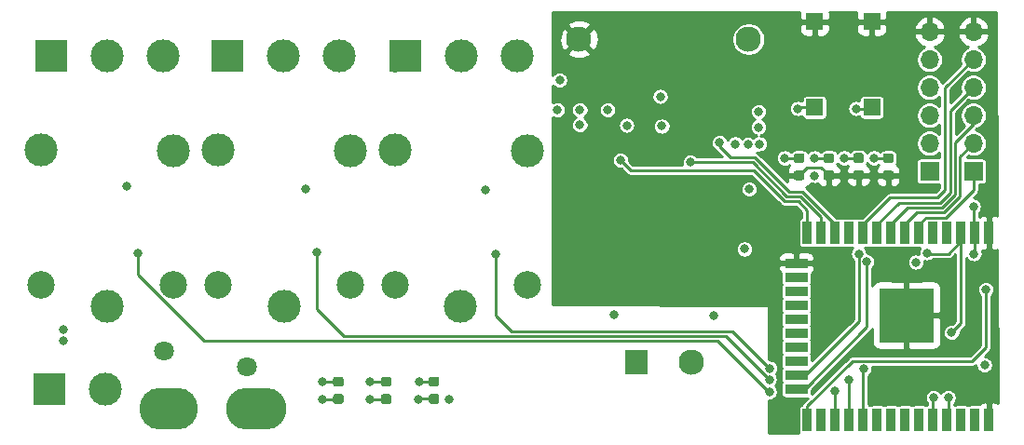
<source format=gbr>
G04 #@! TF.GenerationSoftware,KiCad,Pcbnew,(5.1.5)-3*
G04 #@! TF.CreationDate,2020-10-24T18:19:01+09:00*
G04 #@! TF.ProjectId,wallswitch_schematic_alpha,77616c6c-7377-4697-9463-685f73636865,rev?*
G04 #@! TF.SameCoordinates,Original*
G04 #@! TF.FileFunction,Copper,L1,Top*
G04 #@! TF.FilePolarity,Positive*
%FSLAX46Y46*%
G04 Gerber Fmt 4.6, Leading zero omitted, Abs format (unit mm)*
G04 Created by KiCad (PCBNEW (5.1.5)-3) date 2020-10-24 18:19:01*
%MOMM*%
%LPD*%
G04 APERTURE LIST*
%ADD10R,5.000000X5.000000*%
%ADD11R,0.900000X2.000000*%
%ADD12R,2.000000X0.900000*%
%ADD13C,1.800000*%
%ADD14C,2.300000*%
%ADD15R,2.000000X2.300000*%
%ADD16C,3.000000*%
%ADD17C,2.500000*%
%ADD18C,0.100000*%
%ADD19R,1.500000X1.500000*%
%ADD20R,1.700000X1.700000*%
%ADD21O,1.700000X1.700000*%
%ADD22R,3.000000X3.000000*%
%ADD23O,5.500000X3.800000*%
%ADD24O,5.300000X3.800000*%
%ADD25C,0.800000*%
%ADD26C,0.250000*%
%ADD27C,1.000000*%
%ADD28C,0.254000*%
G04 APERTURE END LIST*
D10*
X218215000Y-108080000D03*
D11*
X225715000Y-100580000D03*
X224445000Y-100580000D03*
X223175000Y-100580000D03*
X221905000Y-100580000D03*
X220635000Y-100580000D03*
X219365000Y-100580000D03*
X218095000Y-100580000D03*
X216825000Y-100580000D03*
X215555000Y-100580000D03*
X214285000Y-100580000D03*
X213015000Y-100580000D03*
X211745000Y-100580000D03*
X210475000Y-100580000D03*
X209205000Y-100580000D03*
D12*
X208205000Y-103365000D03*
X208205000Y-104635000D03*
X208205000Y-105905000D03*
X208205000Y-107175000D03*
X208205000Y-108445000D03*
X208205000Y-109715000D03*
X208205000Y-110985000D03*
X208205000Y-112255000D03*
X208205000Y-113525000D03*
X208205000Y-114795000D03*
D11*
X209205000Y-117580000D03*
X210475000Y-117580000D03*
X211745000Y-117580000D03*
X213015000Y-117580000D03*
X214285000Y-117580000D03*
X215555000Y-117580000D03*
X216825000Y-117580000D03*
X218095000Y-117580000D03*
X219365000Y-117580000D03*
X220635000Y-117580000D03*
X221905000Y-117580000D03*
X223175000Y-117580000D03*
X224445000Y-117580000D03*
X225715000Y-117580000D03*
D13*
X158242000Y-112776000D03*
X150742000Y-111376000D03*
D14*
X188460000Y-82980000D03*
D15*
X193660000Y-112380000D03*
D14*
X198660000Y-112380000D03*
X203860000Y-82980000D03*
D16*
X145560000Y-107280000D03*
D17*
X139610000Y-105330000D03*
D16*
X139560000Y-93080000D03*
X151610000Y-93130000D03*
D17*
X151610000Y-105330000D03*
G04 #@! TA.AperFunction,SMDPad,CuDef*
D18*
G36*
X166857191Y-115269553D02*
G01*
X166878426Y-115272703D01*
X166899250Y-115277919D01*
X166919462Y-115285151D01*
X166938868Y-115294330D01*
X166957281Y-115305366D01*
X166974524Y-115318154D01*
X166990430Y-115332570D01*
X167004846Y-115348476D01*
X167017634Y-115365719D01*
X167028670Y-115384132D01*
X167037849Y-115403538D01*
X167045081Y-115423750D01*
X167050297Y-115444574D01*
X167053447Y-115465809D01*
X167054500Y-115487250D01*
X167054500Y-115924750D01*
X167053447Y-115946191D01*
X167050297Y-115967426D01*
X167045081Y-115988250D01*
X167037849Y-116008462D01*
X167028670Y-116027868D01*
X167017634Y-116046281D01*
X167004846Y-116063524D01*
X166990430Y-116079430D01*
X166974524Y-116093846D01*
X166957281Y-116106634D01*
X166938868Y-116117670D01*
X166919462Y-116126849D01*
X166899250Y-116134081D01*
X166878426Y-116139297D01*
X166857191Y-116142447D01*
X166835750Y-116143500D01*
X166323250Y-116143500D01*
X166301809Y-116142447D01*
X166280574Y-116139297D01*
X166259750Y-116134081D01*
X166239538Y-116126849D01*
X166220132Y-116117670D01*
X166201719Y-116106634D01*
X166184476Y-116093846D01*
X166168570Y-116079430D01*
X166154154Y-116063524D01*
X166141366Y-116046281D01*
X166130330Y-116027868D01*
X166121151Y-116008462D01*
X166113919Y-115988250D01*
X166108703Y-115967426D01*
X166105553Y-115946191D01*
X166104500Y-115924750D01*
X166104500Y-115487250D01*
X166105553Y-115465809D01*
X166108703Y-115444574D01*
X166113919Y-115423750D01*
X166121151Y-115403538D01*
X166130330Y-115384132D01*
X166141366Y-115365719D01*
X166154154Y-115348476D01*
X166168570Y-115332570D01*
X166184476Y-115318154D01*
X166201719Y-115305366D01*
X166220132Y-115294330D01*
X166239538Y-115285151D01*
X166259750Y-115277919D01*
X166280574Y-115272703D01*
X166301809Y-115269553D01*
X166323250Y-115268500D01*
X166835750Y-115268500D01*
X166857191Y-115269553D01*
G37*
G04 #@! TD.AperFunction*
G04 #@! TA.AperFunction,SMDPad,CuDef*
G36*
X166857191Y-113694553D02*
G01*
X166878426Y-113697703D01*
X166899250Y-113702919D01*
X166919462Y-113710151D01*
X166938868Y-113719330D01*
X166957281Y-113730366D01*
X166974524Y-113743154D01*
X166990430Y-113757570D01*
X167004846Y-113773476D01*
X167017634Y-113790719D01*
X167028670Y-113809132D01*
X167037849Y-113828538D01*
X167045081Y-113848750D01*
X167050297Y-113869574D01*
X167053447Y-113890809D01*
X167054500Y-113912250D01*
X167054500Y-114349750D01*
X167053447Y-114371191D01*
X167050297Y-114392426D01*
X167045081Y-114413250D01*
X167037849Y-114433462D01*
X167028670Y-114452868D01*
X167017634Y-114471281D01*
X167004846Y-114488524D01*
X166990430Y-114504430D01*
X166974524Y-114518846D01*
X166957281Y-114531634D01*
X166938868Y-114542670D01*
X166919462Y-114551849D01*
X166899250Y-114559081D01*
X166878426Y-114564297D01*
X166857191Y-114567447D01*
X166835750Y-114568500D01*
X166323250Y-114568500D01*
X166301809Y-114567447D01*
X166280574Y-114564297D01*
X166259750Y-114559081D01*
X166239538Y-114551849D01*
X166220132Y-114542670D01*
X166201719Y-114531634D01*
X166184476Y-114518846D01*
X166168570Y-114504430D01*
X166154154Y-114488524D01*
X166141366Y-114471281D01*
X166130330Y-114452868D01*
X166121151Y-114433462D01*
X166113919Y-114413250D01*
X166108703Y-114392426D01*
X166105553Y-114371191D01*
X166104500Y-114349750D01*
X166104500Y-113912250D01*
X166105553Y-113890809D01*
X166108703Y-113869574D01*
X166113919Y-113848750D01*
X166121151Y-113828538D01*
X166130330Y-113809132D01*
X166141366Y-113790719D01*
X166154154Y-113773476D01*
X166168570Y-113757570D01*
X166184476Y-113743154D01*
X166201719Y-113730366D01*
X166220132Y-113719330D01*
X166239538Y-113710151D01*
X166259750Y-113702919D01*
X166280574Y-113697703D01*
X166301809Y-113694553D01*
X166323250Y-113693500D01*
X166835750Y-113693500D01*
X166857191Y-113694553D01*
G37*
G04 #@! TD.AperFunction*
G04 #@! TA.AperFunction,SMDPad,CuDef*
G36*
X208737691Y-94931053D02*
G01*
X208758926Y-94934203D01*
X208779750Y-94939419D01*
X208799962Y-94946651D01*
X208819368Y-94955830D01*
X208837781Y-94966866D01*
X208855024Y-94979654D01*
X208870930Y-94994070D01*
X208885346Y-95009976D01*
X208898134Y-95027219D01*
X208909170Y-95045632D01*
X208918349Y-95065038D01*
X208925581Y-95085250D01*
X208930797Y-95106074D01*
X208933947Y-95127309D01*
X208935000Y-95148750D01*
X208935000Y-95586250D01*
X208933947Y-95607691D01*
X208930797Y-95628926D01*
X208925581Y-95649750D01*
X208918349Y-95669962D01*
X208909170Y-95689368D01*
X208898134Y-95707781D01*
X208885346Y-95725024D01*
X208870930Y-95740930D01*
X208855024Y-95755346D01*
X208837781Y-95768134D01*
X208819368Y-95779170D01*
X208799962Y-95788349D01*
X208779750Y-95795581D01*
X208758926Y-95800797D01*
X208737691Y-95803947D01*
X208716250Y-95805000D01*
X208203750Y-95805000D01*
X208182309Y-95803947D01*
X208161074Y-95800797D01*
X208140250Y-95795581D01*
X208120038Y-95788349D01*
X208100632Y-95779170D01*
X208082219Y-95768134D01*
X208064976Y-95755346D01*
X208049070Y-95740930D01*
X208034654Y-95725024D01*
X208021866Y-95707781D01*
X208010830Y-95689368D01*
X208001651Y-95669962D01*
X207994419Y-95649750D01*
X207989203Y-95628926D01*
X207986053Y-95607691D01*
X207985000Y-95586250D01*
X207985000Y-95148750D01*
X207986053Y-95127309D01*
X207989203Y-95106074D01*
X207994419Y-95085250D01*
X208001651Y-95065038D01*
X208010830Y-95045632D01*
X208021866Y-95027219D01*
X208034654Y-95009976D01*
X208049070Y-94994070D01*
X208064976Y-94979654D01*
X208082219Y-94966866D01*
X208100632Y-94955830D01*
X208120038Y-94946651D01*
X208140250Y-94939419D01*
X208161074Y-94934203D01*
X208182309Y-94931053D01*
X208203750Y-94930000D01*
X208716250Y-94930000D01*
X208737691Y-94931053D01*
G37*
G04 #@! TD.AperFunction*
G04 #@! TA.AperFunction,SMDPad,CuDef*
G36*
X208737691Y-93356053D02*
G01*
X208758926Y-93359203D01*
X208779750Y-93364419D01*
X208799962Y-93371651D01*
X208819368Y-93380830D01*
X208837781Y-93391866D01*
X208855024Y-93404654D01*
X208870930Y-93419070D01*
X208885346Y-93434976D01*
X208898134Y-93452219D01*
X208909170Y-93470632D01*
X208918349Y-93490038D01*
X208925581Y-93510250D01*
X208930797Y-93531074D01*
X208933947Y-93552309D01*
X208935000Y-93573750D01*
X208935000Y-94011250D01*
X208933947Y-94032691D01*
X208930797Y-94053926D01*
X208925581Y-94074750D01*
X208918349Y-94094962D01*
X208909170Y-94114368D01*
X208898134Y-94132781D01*
X208885346Y-94150024D01*
X208870930Y-94165930D01*
X208855024Y-94180346D01*
X208837781Y-94193134D01*
X208819368Y-94204170D01*
X208799962Y-94213349D01*
X208779750Y-94220581D01*
X208758926Y-94225797D01*
X208737691Y-94228947D01*
X208716250Y-94230000D01*
X208203750Y-94230000D01*
X208182309Y-94228947D01*
X208161074Y-94225797D01*
X208140250Y-94220581D01*
X208120038Y-94213349D01*
X208100632Y-94204170D01*
X208082219Y-94193134D01*
X208064976Y-94180346D01*
X208049070Y-94165930D01*
X208034654Y-94150024D01*
X208021866Y-94132781D01*
X208010830Y-94114368D01*
X208001651Y-94094962D01*
X207994419Y-94074750D01*
X207989203Y-94053926D01*
X207986053Y-94032691D01*
X207985000Y-94011250D01*
X207985000Y-93573750D01*
X207986053Y-93552309D01*
X207989203Y-93531074D01*
X207994419Y-93510250D01*
X208001651Y-93490038D01*
X208010830Y-93470632D01*
X208021866Y-93452219D01*
X208034654Y-93434976D01*
X208049070Y-93419070D01*
X208064976Y-93404654D01*
X208082219Y-93391866D01*
X208100632Y-93380830D01*
X208120038Y-93371651D01*
X208140250Y-93364419D01*
X208161074Y-93359203D01*
X208182309Y-93356053D01*
X208203750Y-93355000D01*
X208716250Y-93355000D01*
X208737691Y-93356053D01*
G37*
G04 #@! TD.AperFunction*
G04 #@! TA.AperFunction,SMDPad,CuDef*
G36*
X211437691Y-93356053D02*
G01*
X211458926Y-93359203D01*
X211479750Y-93364419D01*
X211499962Y-93371651D01*
X211519368Y-93380830D01*
X211537781Y-93391866D01*
X211555024Y-93404654D01*
X211570930Y-93419070D01*
X211585346Y-93434976D01*
X211598134Y-93452219D01*
X211609170Y-93470632D01*
X211618349Y-93490038D01*
X211625581Y-93510250D01*
X211630797Y-93531074D01*
X211633947Y-93552309D01*
X211635000Y-93573750D01*
X211635000Y-94011250D01*
X211633947Y-94032691D01*
X211630797Y-94053926D01*
X211625581Y-94074750D01*
X211618349Y-94094962D01*
X211609170Y-94114368D01*
X211598134Y-94132781D01*
X211585346Y-94150024D01*
X211570930Y-94165930D01*
X211555024Y-94180346D01*
X211537781Y-94193134D01*
X211519368Y-94204170D01*
X211499962Y-94213349D01*
X211479750Y-94220581D01*
X211458926Y-94225797D01*
X211437691Y-94228947D01*
X211416250Y-94230000D01*
X210903750Y-94230000D01*
X210882309Y-94228947D01*
X210861074Y-94225797D01*
X210840250Y-94220581D01*
X210820038Y-94213349D01*
X210800632Y-94204170D01*
X210782219Y-94193134D01*
X210764976Y-94180346D01*
X210749070Y-94165930D01*
X210734654Y-94150024D01*
X210721866Y-94132781D01*
X210710830Y-94114368D01*
X210701651Y-94094962D01*
X210694419Y-94074750D01*
X210689203Y-94053926D01*
X210686053Y-94032691D01*
X210685000Y-94011250D01*
X210685000Y-93573750D01*
X210686053Y-93552309D01*
X210689203Y-93531074D01*
X210694419Y-93510250D01*
X210701651Y-93490038D01*
X210710830Y-93470632D01*
X210721866Y-93452219D01*
X210734654Y-93434976D01*
X210749070Y-93419070D01*
X210764976Y-93404654D01*
X210782219Y-93391866D01*
X210800632Y-93380830D01*
X210820038Y-93371651D01*
X210840250Y-93364419D01*
X210861074Y-93359203D01*
X210882309Y-93356053D01*
X210903750Y-93355000D01*
X211416250Y-93355000D01*
X211437691Y-93356053D01*
G37*
G04 #@! TD.AperFunction*
G04 #@! TA.AperFunction,SMDPad,CuDef*
G36*
X211437691Y-94931053D02*
G01*
X211458926Y-94934203D01*
X211479750Y-94939419D01*
X211499962Y-94946651D01*
X211519368Y-94955830D01*
X211537781Y-94966866D01*
X211555024Y-94979654D01*
X211570930Y-94994070D01*
X211585346Y-95009976D01*
X211598134Y-95027219D01*
X211609170Y-95045632D01*
X211618349Y-95065038D01*
X211625581Y-95085250D01*
X211630797Y-95106074D01*
X211633947Y-95127309D01*
X211635000Y-95148750D01*
X211635000Y-95586250D01*
X211633947Y-95607691D01*
X211630797Y-95628926D01*
X211625581Y-95649750D01*
X211618349Y-95669962D01*
X211609170Y-95689368D01*
X211598134Y-95707781D01*
X211585346Y-95725024D01*
X211570930Y-95740930D01*
X211555024Y-95755346D01*
X211537781Y-95768134D01*
X211519368Y-95779170D01*
X211499962Y-95788349D01*
X211479750Y-95795581D01*
X211458926Y-95800797D01*
X211437691Y-95803947D01*
X211416250Y-95805000D01*
X210903750Y-95805000D01*
X210882309Y-95803947D01*
X210861074Y-95800797D01*
X210840250Y-95795581D01*
X210820038Y-95788349D01*
X210800632Y-95779170D01*
X210782219Y-95768134D01*
X210764976Y-95755346D01*
X210749070Y-95740930D01*
X210734654Y-95725024D01*
X210721866Y-95707781D01*
X210710830Y-95689368D01*
X210701651Y-95669962D01*
X210694419Y-95649750D01*
X210689203Y-95628926D01*
X210686053Y-95607691D01*
X210685000Y-95586250D01*
X210685000Y-95148750D01*
X210686053Y-95127309D01*
X210689203Y-95106074D01*
X210694419Y-95085250D01*
X210701651Y-95065038D01*
X210710830Y-95045632D01*
X210721866Y-95027219D01*
X210734654Y-95009976D01*
X210749070Y-94994070D01*
X210764976Y-94979654D01*
X210782219Y-94966866D01*
X210800632Y-94955830D01*
X210820038Y-94946651D01*
X210840250Y-94939419D01*
X210861074Y-94934203D01*
X210882309Y-94931053D01*
X210903750Y-94930000D01*
X211416250Y-94930000D01*
X211437691Y-94931053D01*
G37*
G04 #@! TD.AperFunction*
D19*
X209860000Y-89180000D03*
X209860000Y-81380000D03*
X215060000Y-81380000D03*
X215060000Y-89180000D03*
D20*
X220306000Y-94980000D03*
D21*
X220306000Y-92440000D03*
X220306000Y-89900000D03*
X220306000Y-87360000D03*
X220306000Y-84820000D03*
X220306000Y-82280000D03*
D22*
X140335000Y-114808000D03*
D16*
X145415000Y-114808000D03*
D22*
X140460000Y-84480000D03*
D16*
X145540000Y-84480000D03*
X150620000Y-84480000D03*
G04 #@! TA.AperFunction,SMDPad,CuDef*
D18*
G36*
X214137691Y-93343553D02*
G01*
X214158926Y-93346703D01*
X214179750Y-93351919D01*
X214199962Y-93359151D01*
X214219368Y-93368330D01*
X214237781Y-93379366D01*
X214255024Y-93392154D01*
X214270930Y-93406570D01*
X214285346Y-93422476D01*
X214298134Y-93439719D01*
X214309170Y-93458132D01*
X214318349Y-93477538D01*
X214325581Y-93497750D01*
X214330797Y-93518574D01*
X214333947Y-93539809D01*
X214335000Y-93561250D01*
X214335000Y-93998750D01*
X214333947Y-94020191D01*
X214330797Y-94041426D01*
X214325581Y-94062250D01*
X214318349Y-94082462D01*
X214309170Y-94101868D01*
X214298134Y-94120281D01*
X214285346Y-94137524D01*
X214270930Y-94153430D01*
X214255024Y-94167846D01*
X214237781Y-94180634D01*
X214219368Y-94191670D01*
X214199962Y-94200849D01*
X214179750Y-94208081D01*
X214158926Y-94213297D01*
X214137691Y-94216447D01*
X214116250Y-94217500D01*
X213603750Y-94217500D01*
X213582309Y-94216447D01*
X213561074Y-94213297D01*
X213540250Y-94208081D01*
X213520038Y-94200849D01*
X213500632Y-94191670D01*
X213482219Y-94180634D01*
X213464976Y-94167846D01*
X213449070Y-94153430D01*
X213434654Y-94137524D01*
X213421866Y-94120281D01*
X213410830Y-94101868D01*
X213401651Y-94082462D01*
X213394419Y-94062250D01*
X213389203Y-94041426D01*
X213386053Y-94020191D01*
X213385000Y-93998750D01*
X213385000Y-93561250D01*
X213386053Y-93539809D01*
X213389203Y-93518574D01*
X213394419Y-93497750D01*
X213401651Y-93477538D01*
X213410830Y-93458132D01*
X213421866Y-93439719D01*
X213434654Y-93422476D01*
X213449070Y-93406570D01*
X213464976Y-93392154D01*
X213482219Y-93379366D01*
X213500632Y-93368330D01*
X213520038Y-93359151D01*
X213540250Y-93351919D01*
X213561074Y-93346703D01*
X213582309Y-93343553D01*
X213603750Y-93342500D01*
X214116250Y-93342500D01*
X214137691Y-93343553D01*
G37*
G04 #@! TD.AperFunction*
G04 #@! TA.AperFunction,SMDPad,CuDef*
G36*
X214137691Y-94918553D02*
G01*
X214158926Y-94921703D01*
X214179750Y-94926919D01*
X214199962Y-94934151D01*
X214219368Y-94943330D01*
X214237781Y-94954366D01*
X214255024Y-94967154D01*
X214270930Y-94981570D01*
X214285346Y-94997476D01*
X214298134Y-95014719D01*
X214309170Y-95033132D01*
X214318349Y-95052538D01*
X214325581Y-95072750D01*
X214330797Y-95093574D01*
X214333947Y-95114809D01*
X214335000Y-95136250D01*
X214335000Y-95573750D01*
X214333947Y-95595191D01*
X214330797Y-95616426D01*
X214325581Y-95637250D01*
X214318349Y-95657462D01*
X214309170Y-95676868D01*
X214298134Y-95695281D01*
X214285346Y-95712524D01*
X214270930Y-95728430D01*
X214255024Y-95742846D01*
X214237781Y-95755634D01*
X214219368Y-95766670D01*
X214199962Y-95775849D01*
X214179750Y-95783081D01*
X214158926Y-95788297D01*
X214137691Y-95791447D01*
X214116250Y-95792500D01*
X213603750Y-95792500D01*
X213582309Y-95791447D01*
X213561074Y-95788297D01*
X213540250Y-95783081D01*
X213520038Y-95775849D01*
X213500632Y-95766670D01*
X213482219Y-95755634D01*
X213464976Y-95742846D01*
X213449070Y-95728430D01*
X213434654Y-95712524D01*
X213421866Y-95695281D01*
X213410830Y-95676868D01*
X213401651Y-95657462D01*
X213394419Y-95637250D01*
X213389203Y-95616426D01*
X213386053Y-95595191D01*
X213385000Y-95573750D01*
X213385000Y-95136250D01*
X213386053Y-95114809D01*
X213389203Y-95093574D01*
X213394419Y-95072750D01*
X213401651Y-95052538D01*
X213410830Y-95033132D01*
X213421866Y-95014719D01*
X213434654Y-94997476D01*
X213449070Y-94981570D01*
X213464976Y-94967154D01*
X213482219Y-94954366D01*
X213500632Y-94943330D01*
X213520038Y-94934151D01*
X213540250Y-94926919D01*
X213561074Y-94921703D01*
X213582309Y-94918553D01*
X213603750Y-94917500D01*
X214116250Y-94917500D01*
X214137691Y-94918553D01*
G37*
G04 #@! TD.AperFunction*
G04 #@! TA.AperFunction,SMDPad,CuDef*
G36*
X216837691Y-93356053D02*
G01*
X216858926Y-93359203D01*
X216879750Y-93364419D01*
X216899962Y-93371651D01*
X216919368Y-93380830D01*
X216937781Y-93391866D01*
X216955024Y-93404654D01*
X216970930Y-93419070D01*
X216985346Y-93434976D01*
X216998134Y-93452219D01*
X217009170Y-93470632D01*
X217018349Y-93490038D01*
X217025581Y-93510250D01*
X217030797Y-93531074D01*
X217033947Y-93552309D01*
X217035000Y-93573750D01*
X217035000Y-94011250D01*
X217033947Y-94032691D01*
X217030797Y-94053926D01*
X217025581Y-94074750D01*
X217018349Y-94094962D01*
X217009170Y-94114368D01*
X216998134Y-94132781D01*
X216985346Y-94150024D01*
X216970930Y-94165930D01*
X216955024Y-94180346D01*
X216937781Y-94193134D01*
X216919368Y-94204170D01*
X216899962Y-94213349D01*
X216879750Y-94220581D01*
X216858926Y-94225797D01*
X216837691Y-94228947D01*
X216816250Y-94230000D01*
X216303750Y-94230000D01*
X216282309Y-94228947D01*
X216261074Y-94225797D01*
X216240250Y-94220581D01*
X216220038Y-94213349D01*
X216200632Y-94204170D01*
X216182219Y-94193134D01*
X216164976Y-94180346D01*
X216149070Y-94165930D01*
X216134654Y-94150024D01*
X216121866Y-94132781D01*
X216110830Y-94114368D01*
X216101651Y-94094962D01*
X216094419Y-94074750D01*
X216089203Y-94053926D01*
X216086053Y-94032691D01*
X216085000Y-94011250D01*
X216085000Y-93573750D01*
X216086053Y-93552309D01*
X216089203Y-93531074D01*
X216094419Y-93510250D01*
X216101651Y-93490038D01*
X216110830Y-93470632D01*
X216121866Y-93452219D01*
X216134654Y-93434976D01*
X216149070Y-93419070D01*
X216164976Y-93404654D01*
X216182219Y-93391866D01*
X216200632Y-93380830D01*
X216220038Y-93371651D01*
X216240250Y-93364419D01*
X216261074Y-93359203D01*
X216282309Y-93356053D01*
X216303750Y-93355000D01*
X216816250Y-93355000D01*
X216837691Y-93356053D01*
G37*
G04 #@! TD.AperFunction*
G04 #@! TA.AperFunction,SMDPad,CuDef*
G36*
X216837691Y-94931053D02*
G01*
X216858926Y-94934203D01*
X216879750Y-94939419D01*
X216899962Y-94946651D01*
X216919368Y-94955830D01*
X216937781Y-94966866D01*
X216955024Y-94979654D01*
X216970930Y-94994070D01*
X216985346Y-95009976D01*
X216998134Y-95027219D01*
X217009170Y-95045632D01*
X217018349Y-95065038D01*
X217025581Y-95085250D01*
X217030797Y-95106074D01*
X217033947Y-95127309D01*
X217035000Y-95148750D01*
X217035000Y-95586250D01*
X217033947Y-95607691D01*
X217030797Y-95628926D01*
X217025581Y-95649750D01*
X217018349Y-95669962D01*
X217009170Y-95689368D01*
X216998134Y-95707781D01*
X216985346Y-95725024D01*
X216970930Y-95740930D01*
X216955024Y-95755346D01*
X216937781Y-95768134D01*
X216919368Y-95779170D01*
X216899962Y-95788349D01*
X216879750Y-95795581D01*
X216858926Y-95800797D01*
X216837691Y-95803947D01*
X216816250Y-95805000D01*
X216303750Y-95805000D01*
X216282309Y-95803947D01*
X216261074Y-95800797D01*
X216240250Y-95795581D01*
X216220038Y-95788349D01*
X216200632Y-95779170D01*
X216182219Y-95768134D01*
X216164976Y-95755346D01*
X216149070Y-95740930D01*
X216134654Y-95725024D01*
X216121866Y-95707781D01*
X216110830Y-95689368D01*
X216101651Y-95669962D01*
X216094419Y-95649750D01*
X216089203Y-95628926D01*
X216086053Y-95607691D01*
X216085000Y-95586250D01*
X216085000Y-95148750D01*
X216086053Y-95127309D01*
X216089203Y-95106074D01*
X216094419Y-95085250D01*
X216101651Y-95065038D01*
X216110830Y-95045632D01*
X216121866Y-95027219D01*
X216134654Y-95009976D01*
X216149070Y-94994070D01*
X216164976Y-94979654D01*
X216182219Y-94966866D01*
X216200632Y-94955830D01*
X216220038Y-94946651D01*
X216240250Y-94939419D01*
X216261074Y-94934203D01*
X216282309Y-94931053D01*
X216303750Y-94930000D01*
X216816250Y-94930000D01*
X216837691Y-94931053D01*
G37*
G04 #@! TD.AperFunction*
D20*
X224282000Y-94980000D03*
D21*
X224282000Y-92440000D03*
X224282000Y-89900000D03*
X224282000Y-87360000D03*
X224282000Y-84820000D03*
X224282000Y-82280000D03*
D23*
X159131000Y-116586000D03*
D24*
X151131000Y-116586000D03*
G04 #@! TA.AperFunction,SMDPad,CuDef*
D18*
G36*
X171207191Y-113694553D02*
G01*
X171228426Y-113697703D01*
X171249250Y-113702919D01*
X171269462Y-113710151D01*
X171288868Y-113719330D01*
X171307281Y-113730366D01*
X171324524Y-113743154D01*
X171340430Y-113757570D01*
X171354846Y-113773476D01*
X171367634Y-113790719D01*
X171378670Y-113809132D01*
X171387849Y-113828538D01*
X171395081Y-113848750D01*
X171400297Y-113869574D01*
X171403447Y-113890809D01*
X171404500Y-113912250D01*
X171404500Y-114349750D01*
X171403447Y-114371191D01*
X171400297Y-114392426D01*
X171395081Y-114413250D01*
X171387849Y-114433462D01*
X171378670Y-114452868D01*
X171367634Y-114471281D01*
X171354846Y-114488524D01*
X171340430Y-114504430D01*
X171324524Y-114518846D01*
X171307281Y-114531634D01*
X171288868Y-114542670D01*
X171269462Y-114551849D01*
X171249250Y-114559081D01*
X171228426Y-114564297D01*
X171207191Y-114567447D01*
X171185750Y-114568500D01*
X170673250Y-114568500D01*
X170651809Y-114567447D01*
X170630574Y-114564297D01*
X170609750Y-114559081D01*
X170589538Y-114551849D01*
X170570132Y-114542670D01*
X170551719Y-114531634D01*
X170534476Y-114518846D01*
X170518570Y-114504430D01*
X170504154Y-114488524D01*
X170491366Y-114471281D01*
X170480330Y-114452868D01*
X170471151Y-114433462D01*
X170463919Y-114413250D01*
X170458703Y-114392426D01*
X170455553Y-114371191D01*
X170454500Y-114349750D01*
X170454500Y-113912250D01*
X170455553Y-113890809D01*
X170458703Y-113869574D01*
X170463919Y-113848750D01*
X170471151Y-113828538D01*
X170480330Y-113809132D01*
X170491366Y-113790719D01*
X170504154Y-113773476D01*
X170518570Y-113757570D01*
X170534476Y-113743154D01*
X170551719Y-113730366D01*
X170570132Y-113719330D01*
X170589538Y-113710151D01*
X170609750Y-113702919D01*
X170630574Y-113697703D01*
X170651809Y-113694553D01*
X170673250Y-113693500D01*
X171185750Y-113693500D01*
X171207191Y-113694553D01*
G37*
G04 #@! TD.AperFunction*
G04 #@! TA.AperFunction,SMDPad,CuDef*
G36*
X171207191Y-115269553D02*
G01*
X171228426Y-115272703D01*
X171249250Y-115277919D01*
X171269462Y-115285151D01*
X171288868Y-115294330D01*
X171307281Y-115305366D01*
X171324524Y-115318154D01*
X171340430Y-115332570D01*
X171354846Y-115348476D01*
X171367634Y-115365719D01*
X171378670Y-115384132D01*
X171387849Y-115403538D01*
X171395081Y-115423750D01*
X171400297Y-115444574D01*
X171403447Y-115465809D01*
X171404500Y-115487250D01*
X171404500Y-115924750D01*
X171403447Y-115946191D01*
X171400297Y-115967426D01*
X171395081Y-115988250D01*
X171387849Y-116008462D01*
X171378670Y-116027868D01*
X171367634Y-116046281D01*
X171354846Y-116063524D01*
X171340430Y-116079430D01*
X171324524Y-116093846D01*
X171307281Y-116106634D01*
X171288868Y-116117670D01*
X171269462Y-116126849D01*
X171249250Y-116134081D01*
X171228426Y-116139297D01*
X171207191Y-116142447D01*
X171185750Y-116143500D01*
X170673250Y-116143500D01*
X170651809Y-116142447D01*
X170630574Y-116139297D01*
X170609750Y-116134081D01*
X170589538Y-116126849D01*
X170570132Y-116117670D01*
X170551719Y-116106634D01*
X170534476Y-116093846D01*
X170518570Y-116079430D01*
X170504154Y-116063524D01*
X170491366Y-116046281D01*
X170480330Y-116027868D01*
X170471151Y-116008462D01*
X170463919Y-115988250D01*
X170458703Y-115967426D01*
X170455553Y-115946191D01*
X170454500Y-115924750D01*
X170454500Y-115487250D01*
X170455553Y-115465809D01*
X170458703Y-115444574D01*
X170463919Y-115423750D01*
X170471151Y-115403538D01*
X170480330Y-115384132D01*
X170491366Y-115365719D01*
X170504154Y-115348476D01*
X170518570Y-115332570D01*
X170534476Y-115318154D01*
X170551719Y-115305366D01*
X170570132Y-115294330D01*
X170589538Y-115285151D01*
X170609750Y-115277919D01*
X170630574Y-115272703D01*
X170651809Y-115269553D01*
X170673250Y-115268500D01*
X171185750Y-115268500D01*
X171207191Y-115269553D01*
G37*
G04 #@! TD.AperFunction*
G04 #@! TA.AperFunction,SMDPad,CuDef*
G36*
X175557191Y-115257053D02*
G01*
X175578426Y-115260203D01*
X175599250Y-115265419D01*
X175619462Y-115272651D01*
X175638868Y-115281830D01*
X175657281Y-115292866D01*
X175674524Y-115305654D01*
X175690430Y-115320070D01*
X175704846Y-115335976D01*
X175717634Y-115353219D01*
X175728670Y-115371632D01*
X175737849Y-115391038D01*
X175745081Y-115411250D01*
X175750297Y-115432074D01*
X175753447Y-115453309D01*
X175754500Y-115474750D01*
X175754500Y-115912250D01*
X175753447Y-115933691D01*
X175750297Y-115954926D01*
X175745081Y-115975750D01*
X175737849Y-115995962D01*
X175728670Y-116015368D01*
X175717634Y-116033781D01*
X175704846Y-116051024D01*
X175690430Y-116066930D01*
X175674524Y-116081346D01*
X175657281Y-116094134D01*
X175638868Y-116105170D01*
X175619462Y-116114349D01*
X175599250Y-116121581D01*
X175578426Y-116126797D01*
X175557191Y-116129947D01*
X175535750Y-116131000D01*
X175023250Y-116131000D01*
X175001809Y-116129947D01*
X174980574Y-116126797D01*
X174959750Y-116121581D01*
X174939538Y-116114349D01*
X174920132Y-116105170D01*
X174901719Y-116094134D01*
X174884476Y-116081346D01*
X174868570Y-116066930D01*
X174854154Y-116051024D01*
X174841366Y-116033781D01*
X174830330Y-116015368D01*
X174821151Y-115995962D01*
X174813919Y-115975750D01*
X174808703Y-115954926D01*
X174805553Y-115933691D01*
X174804500Y-115912250D01*
X174804500Y-115474750D01*
X174805553Y-115453309D01*
X174808703Y-115432074D01*
X174813919Y-115411250D01*
X174821151Y-115391038D01*
X174830330Y-115371632D01*
X174841366Y-115353219D01*
X174854154Y-115335976D01*
X174868570Y-115320070D01*
X174884476Y-115305654D01*
X174901719Y-115292866D01*
X174920132Y-115281830D01*
X174939538Y-115272651D01*
X174959750Y-115265419D01*
X174980574Y-115260203D01*
X175001809Y-115257053D01*
X175023250Y-115256000D01*
X175535750Y-115256000D01*
X175557191Y-115257053D01*
G37*
G04 #@! TD.AperFunction*
G04 #@! TA.AperFunction,SMDPad,CuDef*
G36*
X175557191Y-113682053D02*
G01*
X175578426Y-113685203D01*
X175599250Y-113690419D01*
X175619462Y-113697651D01*
X175638868Y-113706830D01*
X175657281Y-113717866D01*
X175674524Y-113730654D01*
X175690430Y-113745070D01*
X175704846Y-113760976D01*
X175717634Y-113778219D01*
X175728670Y-113796632D01*
X175737849Y-113816038D01*
X175745081Y-113836250D01*
X175750297Y-113857074D01*
X175753447Y-113878309D01*
X175754500Y-113899750D01*
X175754500Y-114337250D01*
X175753447Y-114358691D01*
X175750297Y-114379926D01*
X175745081Y-114400750D01*
X175737849Y-114420962D01*
X175728670Y-114440368D01*
X175717634Y-114458781D01*
X175704846Y-114476024D01*
X175690430Y-114491930D01*
X175674524Y-114506346D01*
X175657281Y-114519134D01*
X175638868Y-114530170D01*
X175619462Y-114539349D01*
X175599250Y-114546581D01*
X175578426Y-114551797D01*
X175557191Y-114554947D01*
X175535750Y-114556000D01*
X175023250Y-114556000D01*
X175001809Y-114554947D01*
X174980574Y-114551797D01*
X174959750Y-114546581D01*
X174939538Y-114539349D01*
X174920132Y-114530170D01*
X174901719Y-114519134D01*
X174884476Y-114506346D01*
X174868570Y-114491930D01*
X174854154Y-114476024D01*
X174841366Y-114458781D01*
X174830330Y-114440368D01*
X174821151Y-114420962D01*
X174813919Y-114400750D01*
X174808703Y-114379926D01*
X174805553Y-114358691D01*
X174804500Y-114337250D01*
X174804500Y-113899750D01*
X174805553Y-113878309D01*
X174808703Y-113857074D01*
X174813919Y-113836250D01*
X174821151Y-113816038D01*
X174830330Y-113796632D01*
X174841366Y-113778219D01*
X174854154Y-113760976D01*
X174868570Y-113745070D01*
X174884476Y-113730654D01*
X174901719Y-113717866D01*
X174920132Y-113706830D01*
X174939538Y-113697651D01*
X174959750Y-113690419D01*
X174980574Y-113685203D01*
X175001809Y-113682053D01*
X175023250Y-113681000D01*
X175535750Y-113681000D01*
X175557191Y-113682053D01*
G37*
G04 #@! TD.AperFunction*
D22*
X156510000Y-84480000D03*
D16*
X161590000Y-84480000D03*
X166670000Y-84480000D03*
X182870000Y-84480000D03*
X177790000Y-84480000D03*
D22*
X172710000Y-84480000D03*
D16*
X161634999Y-107275001D03*
D17*
X155684999Y-105325001D03*
D16*
X155634999Y-93075001D03*
X167684999Y-93125001D03*
D17*
X167684999Y-105325001D03*
X183760000Y-105325001D03*
D16*
X183760000Y-93125001D03*
X171710000Y-93075001D03*
D17*
X171760000Y-105325001D03*
D16*
X177710000Y-107275001D03*
D25*
X203504800Y-102057200D03*
X176682400Y-115722400D03*
X203911200Y-96621600D03*
X203809600Y-92557600D03*
X202641200Y-92506800D03*
X204774800Y-90982800D03*
X204825600Y-92506800D03*
X204774800Y-89560400D03*
X165150800Y-115722400D03*
X225742500Y-102489000D03*
X225679000Y-115633500D03*
X224599500Y-109918500D03*
X216281000Y-86487000D03*
X225869500Y-98171000D03*
X208153000Y-81343500D03*
X202565000Y-96710500D03*
X197675500Y-100647500D03*
X195389500Y-94170500D03*
X189738000Y-105918000D03*
X200609200Y-106527600D03*
X191706500Y-81978500D03*
X190436500Y-83883500D03*
X201422000Y-81978500D03*
X196977000Y-81978500D03*
X179959000Y-96647000D03*
X163639500Y-96583500D03*
X147320000Y-96367600D03*
X207111600Y-95351600D03*
X208026000Y-102158800D03*
X194259200Y-83616800D03*
X211785200Y-106832400D03*
X186842400Y-96520000D03*
X186791600Y-101295200D03*
X207213200Y-117805200D03*
X217170000Y-114858800D03*
X199034400Y-83362800D03*
X224345500Y-102489000D03*
X225298000Y-112585500D03*
X209867500Y-95377000D03*
X224282000Y-98171000D03*
X188531500Y-89408000D03*
X188531500Y-90779600D03*
X191058800Y-89408000D03*
X192786000Y-90805000D03*
X195834000Y-88188800D03*
X186690000Y-86715600D03*
X186486800Y-89408000D03*
X195986400Y-90881200D03*
X220662500Y-115570000D03*
X221996000Y-115570000D03*
X207160000Y-93780000D03*
X209860000Y-93780000D03*
X208343500Y-89281000D03*
X213614000Y-89281000D03*
X165163500Y-114109500D03*
X191668400Y-108051600D03*
X141579600Y-109372400D03*
X212560000Y-93780000D03*
X215260000Y-93780000D03*
X222313500Y-109664500D03*
X220065600Y-102412800D03*
X225425000Y-105727500D03*
X219049600Y-103251000D03*
X198564500Y-94170500D03*
X192214500Y-93980000D03*
X201231500Y-92392500D03*
X213868000Y-102489000D03*
X214593000Y-103196108D03*
X211709000Y-114935000D03*
X205740000Y-115062000D03*
X148336000Y-102463600D03*
X169481500Y-114109500D03*
X169418000Y-115722400D03*
X173837600Y-115722400D03*
X173926500Y-114109500D03*
X212979000Y-113919000D03*
X164655500Y-102362000D03*
X205740000Y-113919000D03*
X180911500Y-102489000D03*
X205752651Y-112906346D03*
X214312500Y-112966500D03*
X200710800Y-108102400D03*
X141630400Y-110388400D03*
D26*
X166579500Y-115706000D02*
X165167200Y-115706000D01*
X165167200Y-115706000D02*
X165150800Y-115722400D01*
X225715000Y-100580000D02*
X225715000Y-102461500D01*
X225715000Y-102461500D02*
X225742500Y-102489000D01*
X225715000Y-117580000D02*
X225715000Y-115669500D01*
X225715000Y-115669500D02*
X225679000Y-115633500D01*
X210444499Y-94651999D02*
X211160000Y-95367500D01*
X209175501Y-94651999D02*
X210444499Y-94651999D01*
X208460000Y-95367500D02*
X209175501Y-94651999D01*
X213847500Y-95367500D02*
X213860000Y-95355000D01*
X211160000Y-95367500D02*
X213847500Y-95367500D01*
X216547500Y-95355000D02*
X216560000Y-95367500D01*
X213860000Y-95355000D02*
X216547500Y-95355000D01*
X225869500Y-100425500D02*
X225715000Y-100580000D01*
X225869500Y-98171000D02*
X225869500Y-100425500D01*
X209860000Y-81380000D02*
X215060000Y-81380000D01*
X209860000Y-81380000D02*
X208189500Y-81380000D01*
X208189500Y-81380000D02*
X208153000Y-81343500D01*
X208460000Y-95367500D02*
X207127500Y-95367500D01*
X207127500Y-95367500D02*
X207111600Y-95351600D01*
X208205000Y-103365000D02*
X208205000Y-102337800D01*
X208205000Y-102337800D02*
X208026000Y-102158800D01*
X224445000Y-100580000D02*
X224445000Y-102389500D01*
X224445000Y-102389500D02*
X224345500Y-102489000D01*
X224282000Y-100417000D02*
X224445000Y-100580000D01*
X224282000Y-98171000D02*
X224282000Y-100417000D01*
X220635000Y-117580000D02*
X220635000Y-115597500D01*
X220635000Y-115597500D02*
X220662500Y-115570000D01*
X221996000Y-117489000D02*
X221905000Y-117580000D01*
X221996000Y-115570000D02*
X221996000Y-117489000D01*
X208460000Y-93792500D02*
X207172500Y-93792500D01*
X207172500Y-93792500D02*
X207160000Y-93780000D01*
X211147500Y-93780000D02*
X211160000Y-93792500D01*
X209860000Y-93780000D02*
X211147500Y-93780000D01*
X209860000Y-89180000D02*
X208444500Y-89180000D01*
X208444500Y-89180000D02*
X208343500Y-89281000D01*
X214959000Y-89281000D02*
X215060000Y-89180000D01*
X213614000Y-89281000D02*
X214959000Y-89281000D01*
X166579500Y-114131000D02*
X165185000Y-114131000D01*
X165185000Y-114131000D02*
X165163500Y-114109500D01*
X213860000Y-93780000D02*
X212560000Y-93780000D01*
X216547500Y-93780000D02*
X216560000Y-93792500D01*
X215260000Y-93780000D02*
X216547500Y-93780000D01*
X224282000Y-90700998D02*
X224282000Y-89900000D01*
X222625490Y-92357508D02*
X224282000Y-90700998D01*
X222625490Y-97099830D02*
X222625490Y-92357508D01*
X221432832Y-98292488D02*
X222625490Y-97099830D01*
X216825000Y-99814998D02*
X218347510Y-98292488D01*
X218347510Y-98292488D02*
X221432832Y-98292488D01*
X216825000Y-100580000D02*
X216825000Y-99814998D01*
X222175480Y-89466520D02*
X224282000Y-87360000D01*
X215555000Y-100580000D02*
X215555000Y-99814998D01*
X215555000Y-99814998D02*
X217527518Y-97842480D01*
X222175480Y-96913430D02*
X222175480Y-89466520D01*
X221246431Y-97842479D02*
X222175480Y-96913430D01*
X217527518Y-97842480D02*
X221246431Y-97842479D01*
X219365000Y-100580000D02*
X219365000Y-100484500D01*
X223556999Y-95705001D02*
X224282000Y-94980000D01*
X224282000Y-96716140D02*
X224282000Y-94980000D01*
X219987488Y-99192510D02*
X221805631Y-99192509D01*
X219365000Y-99814998D02*
X219987488Y-99192510D01*
X221805631Y-99192509D02*
X224282000Y-96716140D01*
X219365000Y-100580000D02*
X219365000Y-99814998D01*
X218095000Y-100580000D02*
X218095000Y-99814998D01*
X218095000Y-99814998D02*
X219167498Y-98742500D01*
X223075500Y-93646500D02*
X224282000Y-92440000D01*
X223075500Y-97286230D02*
X223075500Y-93646500D01*
X221619230Y-98742500D02*
X223075500Y-97286230D01*
X219167498Y-98742500D02*
X221619230Y-98742500D01*
X223175000Y-108803000D02*
X222313500Y-109664500D01*
X223175000Y-100580000D02*
X223175000Y-108803000D01*
X223175000Y-100580000D02*
X223175000Y-101345002D01*
X223175000Y-101345002D02*
X222031002Y-102489000D01*
X220294200Y-102489000D02*
X220218000Y-102412800D01*
X222031002Y-102489000D02*
X220294200Y-102489000D01*
X213329499Y-112241499D02*
X224191999Y-112241499D01*
X209205000Y-117580000D02*
X209205000Y-116365998D01*
X209205000Y-116365998D02*
X213329499Y-112241499D01*
X225425000Y-111008498D02*
X225425000Y-105727500D01*
X224191999Y-112241499D02*
X225425000Y-111008498D01*
X208581102Y-97287510D02*
X207338097Y-97287509D01*
X210475000Y-100580000D02*
X210475000Y-99181408D01*
X210475000Y-99181408D02*
X208581102Y-97287510D01*
X204221088Y-94170500D02*
X198564500Y-94170500D01*
X207338097Y-97287509D02*
X204221088Y-94170500D01*
X192214500Y-93980000D02*
X193130001Y-94895501D01*
X204309679Y-94895501D02*
X207151698Y-97737518D01*
X193130001Y-94895501D02*
X204309679Y-94895501D01*
X207151698Y-97737518D02*
X208394700Y-97737518D01*
X209205000Y-98547818D02*
X209205000Y-100580000D01*
X208394700Y-97737518D02*
X209205000Y-98547818D01*
X211745000Y-99814998D02*
X208767502Y-96837500D01*
X211745000Y-100580000D02*
X211745000Y-99814998D01*
X208767502Y-96837500D02*
X207524498Y-96837500D01*
X204407488Y-93720490D02*
X202229290Y-93720490D01*
X207524498Y-96837500D02*
X204407488Y-93720490D01*
X201231500Y-92722700D02*
X201231500Y-92392500D01*
X202229290Y-93720490D02*
X201231500Y-92722700D01*
X213868000Y-108627002D02*
X213868000Y-102489000D01*
X208970002Y-113525000D02*
X213868000Y-108627002D01*
X208205000Y-113525000D02*
X208970002Y-113525000D01*
X208970002Y-114795000D02*
X214593000Y-109172002D01*
X214593000Y-109172002D02*
X214593000Y-103196108D01*
X208205000Y-114795000D02*
X208970002Y-114795000D01*
X211745000Y-117580000D02*
X211745000Y-114971000D01*
X211745000Y-114971000D02*
X211709000Y-114935000D01*
X148336000Y-104387002D02*
X154375498Y-110426500D01*
X205682998Y-115062000D02*
X205740000Y-115062000D01*
X201047498Y-110426500D02*
X205682998Y-115062000D01*
X154375498Y-110426500D02*
X201047498Y-110426500D01*
X148336000Y-104387002D02*
X148336000Y-102971600D01*
X148336000Y-102463600D02*
X148336000Y-102971600D01*
X148336000Y-102971600D02*
X148336000Y-103472602D01*
X214285000Y-99814998D02*
X216707528Y-97392470D01*
X214285000Y-100580000D02*
X214285000Y-99814998D01*
X221725470Y-87376530D02*
X224282000Y-84820000D01*
X221725470Y-96727030D02*
X221725470Y-87376530D01*
X221060030Y-97392470D02*
X221725470Y-96727030D01*
X216707528Y-97392470D02*
X221060030Y-97392470D01*
X170908000Y-114109500D02*
X170929500Y-114131000D01*
X169481500Y-114109500D02*
X170908000Y-114109500D01*
X170929500Y-115706000D02*
X169434400Y-115706000D01*
X169434400Y-115706000D02*
X169418000Y-115722400D01*
X175279500Y-115693500D02*
X173866500Y-115693500D01*
X173866500Y-115693500D02*
X173837600Y-115722400D01*
X175279500Y-114118500D02*
X173935500Y-114118500D01*
X173935500Y-114118500D02*
X173926500Y-114109500D01*
D27*
X171710000Y-85480000D02*
X172710000Y-84480000D01*
D26*
X213015000Y-117580000D02*
X213015000Y-113955000D01*
X213015000Y-113955000D02*
X212979000Y-113919000D01*
X164655500Y-107505500D02*
X167126490Y-109976490D01*
X164655500Y-102362000D02*
X164655500Y-107505500D01*
X167126490Y-109976490D02*
X201670490Y-109976490D01*
X201670490Y-109976490D02*
X201797490Y-109976490D01*
X201797490Y-109976490D02*
X205740000Y-113919000D01*
X180911500Y-108077000D02*
X182360980Y-109526480D01*
X180911500Y-102489000D02*
X180911500Y-108077000D01*
X182360980Y-109526480D02*
X202372785Y-109526480D01*
X202372785Y-109526480D02*
X205752651Y-112906346D01*
X214285000Y-112994000D02*
X214285000Y-117580000D01*
X214312500Y-112966500D02*
X214285000Y-112994000D01*
D28*
G36*
X226463931Y-99019764D02*
G01*
X226409180Y-98990498D01*
X226289482Y-98954188D01*
X226165000Y-98941928D01*
X226000750Y-98945000D01*
X225842000Y-99103750D01*
X225842000Y-100453000D01*
X225862000Y-100453000D01*
X225862000Y-100707000D01*
X225842000Y-100707000D01*
X225842000Y-102056250D01*
X226000750Y-102215000D01*
X226165000Y-102218072D01*
X226289482Y-102205812D01*
X226409180Y-102169502D01*
X226476239Y-102133658D01*
X226531280Y-116059136D01*
X226519494Y-116049463D01*
X226409180Y-115990498D01*
X226289482Y-115954188D01*
X226165000Y-115941928D01*
X226000750Y-115945000D01*
X225842000Y-116103750D01*
X225842000Y-117453000D01*
X225862000Y-117453000D01*
X225862000Y-117707000D01*
X225842000Y-117707000D01*
X225842000Y-117727000D01*
X225588000Y-117727000D01*
X225588000Y-117707000D01*
X225568000Y-117707000D01*
X225568000Y-117453000D01*
X225588000Y-117453000D01*
X225588000Y-116103750D01*
X225429250Y-115945000D01*
X225265000Y-115941928D01*
X225140518Y-115954188D01*
X225020820Y-115990498D01*
X224910506Y-116049463D01*
X224813815Y-116128815D01*
X224757728Y-116197157D01*
X223995000Y-116197157D01*
X223920311Y-116204513D01*
X223848492Y-116226299D01*
X223810000Y-116246874D01*
X223771508Y-116226299D01*
X223699689Y-116204513D01*
X223625000Y-116197157D01*
X222725000Y-116197157D01*
X222650311Y-116204513D01*
X222578492Y-116226299D01*
X222540000Y-116246874D01*
X222502000Y-116226562D01*
X222502000Y-116168501D01*
X222602642Y-116067859D01*
X222688113Y-115939942D01*
X222746987Y-115797809D01*
X222777000Y-115646922D01*
X222777000Y-115493078D01*
X222746987Y-115342191D01*
X222688113Y-115200058D01*
X222602642Y-115072141D01*
X222493859Y-114963358D01*
X222365942Y-114877887D01*
X222223809Y-114819013D01*
X222072922Y-114789000D01*
X221919078Y-114789000D01*
X221768191Y-114819013D01*
X221626058Y-114877887D01*
X221498141Y-114963358D01*
X221389358Y-115072141D01*
X221329250Y-115162099D01*
X221269142Y-115072141D01*
X221160359Y-114963358D01*
X221032442Y-114877887D01*
X220890309Y-114819013D01*
X220739422Y-114789000D01*
X220585578Y-114789000D01*
X220434691Y-114819013D01*
X220292558Y-114877887D01*
X220164641Y-114963358D01*
X220055858Y-115072141D01*
X219970387Y-115200058D01*
X219911513Y-115342191D01*
X219881500Y-115493078D01*
X219881500Y-115646922D01*
X219911513Y-115797809D01*
X219970387Y-115939942D01*
X220055858Y-116067859D01*
X220129001Y-116141002D01*
X220129001Y-116202672D01*
X220110311Y-116204513D01*
X220038492Y-116226299D01*
X220000000Y-116246874D01*
X219961508Y-116226299D01*
X219889689Y-116204513D01*
X219815000Y-116197157D01*
X218915000Y-116197157D01*
X218840311Y-116204513D01*
X218768492Y-116226299D01*
X218730000Y-116246874D01*
X218691508Y-116226299D01*
X218619689Y-116204513D01*
X218545000Y-116197157D01*
X217645000Y-116197157D01*
X217570311Y-116204513D01*
X217498492Y-116226299D01*
X217460000Y-116246874D01*
X217421508Y-116226299D01*
X217349689Y-116204513D01*
X217275000Y-116197157D01*
X216375000Y-116197157D01*
X216300311Y-116204513D01*
X216228492Y-116226299D01*
X216190000Y-116246874D01*
X216151508Y-116226299D01*
X216079689Y-116204513D01*
X216005000Y-116197157D01*
X215105000Y-116197157D01*
X215030311Y-116204513D01*
X214958492Y-116226299D01*
X214920000Y-116246874D01*
X214881508Y-116226299D01*
X214809689Y-116204513D01*
X214791000Y-116202672D01*
X214791000Y-113586077D01*
X214810359Y-113573142D01*
X214919142Y-113464359D01*
X215004613Y-113336442D01*
X215063487Y-113194309D01*
X215093500Y-113043422D01*
X215093500Y-112889578D01*
X215065239Y-112747499D01*
X224167153Y-112747499D01*
X224191999Y-112749946D01*
X224216845Y-112747499D01*
X224216853Y-112747499D01*
X224291192Y-112740177D01*
X224386574Y-112711244D01*
X224474478Y-112664258D01*
X224517000Y-112629361D01*
X224517000Y-112662422D01*
X224547013Y-112813309D01*
X224605887Y-112955442D01*
X224691358Y-113083359D01*
X224800141Y-113192142D01*
X224928058Y-113277613D01*
X225070191Y-113336487D01*
X225221078Y-113366500D01*
X225374922Y-113366500D01*
X225525809Y-113336487D01*
X225667942Y-113277613D01*
X225795859Y-113192142D01*
X225904642Y-113083359D01*
X225990113Y-112955442D01*
X226048987Y-112813309D01*
X226079000Y-112662422D01*
X226079000Y-112508578D01*
X226048987Y-112357691D01*
X225990113Y-112215558D01*
X225904642Y-112087641D01*
X225795859Y-111978858D01*
X225667942Y-111893387D01*
X225525809Y-111834513D01*
X225374922Y-111804500D01*
X225344590Y-111804500D01*
X225765220Y-111383870D01*
X225784527Y-111368025D01*
X225847759Y-111290977D01*
X225894745Y-111203073D01*
X225923678Y-111107691D01*
X225931000Y-111033352D01*
X225931000Y-111033351D01*
X225933448Y-111008498D01*
X225931000Y-110983644D01*
X225931000Y-106326001D01*
X226031642Y-106225359D01*
X226117113Y-106097442D01*
X226175987Y-105955309D01*
X226206000Y-105804422D01*
X226206000Y-105650578D01*
X226175987Y-105499691D01*
X226117113Y-105357558D01*
X226031642Y-105229641D01*
X225922859Y-105120858D01*
X225794942Y-105035387D01*
X225652809Y-104976513D01*
X225501922Y-104946500D01*
X225348078Y-104946500D01*
X225197191Y-104976513D01*
X225055058Y-105035387D01*
X224927141Y-105120858D01*
X224818358Y-105229641D01*
X224732887Y-105357558D01*
X224674013Y-105499691D01*
X224644000Y-105650578D01*
X224644000Y-105804422D01*
X224674013Y-105955309D01*
X224732887Y-106097442D01*
X224818358Y-106225359D01*
X224919001Y-106326002D01*
X224919000Y-110798906D01*
X223982408Y-111735499D01*
X213354344Y-111735499D01*
X213329498Y-111733052D01*
X213304652Y-111735499D01*
X213304645Y-111735499D01*
X213240193Y-111741847D01*
X213230305Y-111742821D01*
X213208106Y-111749555D01*
X213134924Y-111771754D01*
X213047020Y-111818740D01*
X212969972Y-111881972D01*
X212954128Y-111901278D01*
X209585378Y-115270029D01*
X209587843Y-115245000D01*
X209587843Y-114892750D01*
X214933220Y-109547374D01*
X214952527Y-109531529D01*
X215015759Y-109454481D01*
X215062745Y-109366577D01*
X215078684Y-109314030D01*
X215076928Y-110580000D01*
X215089188Y-110704482D01*
X215125498Y-110824180D01*
X215184463Y-110934494D01*
X215263815Y-111031185D01*
X215360506Y-111110537D01*
X215470820Y-111169502D01*
X215590518Y-111205812D01*
X215715000Y-111218072D01*
X217929250Y-111215000D01*
X218088000Y-111056250D01*
X218088000Y-108207000D01*
X218342000Y-108207000D01*
X218342000Y-111056250D01*
X218500750Y-111215000D01*
X220715000Y-111218072D01*
X220839482Y-111205812D01*
X220959180Y-111169502D01*
X221069494Y-111110537D01*
X221166185Y-111031185D01*
X221245537Y-110934494D01*
X221304502Y-110824180D01*
X221340812Y-110704482D01*
X221353072Y-110580000D01*
X221350000Y-108365750D01*
X221191250Y-108207000D01*
X218342000Y-108207000D01*
X218088000Y-108207000D01*
X218068000Y-108207000D01*
X218068000Y-107953000D01*
X218088000Y-107953000D01*
X218088000Y-105103750D01*
X218342000Y-105103750D01*
X218342000Y-107953000D01*
X221191250Y-107953000D01*
X221350000Y-107794250D01*
X221353072Y-105580000D01*
X221340812Y-105455518D01*
X221304502Y-105335820D01*
X221245537Y-105225506D01*
X221166185Y-105128815D01*
X221069494Y-105049463D01*
X220959180Y-104990498D01*
X220839482Y-104954188D01*
X220715000Y-104941928D01*
X218500750Y-104945000D01*
X218342000Y-105103750D01*
X218088000Y-105103750D01*
X217929250Y-104945000D01*
X215715000Y-104941928D01*
X215590518Y-104954188D01*
X215470820Y-104990498D01*
X215360506Y-105049463D01*
X215263815Y-105128815D01*
X215184463Y-105225506D01*
X215125498Y-105335820D01*
X215099000Y-105423172D01*
X215099000Y-103794609D01*
X215199642Y-103693967D01*
X215285113Y-103566050D01*
X215343987Y-103423917D01*
X215374000Y-103273030D01*
X215374000Y-103119186D01*
X215343987Y-102968299D01*
X215285113Y-102826166D01*
X215199642Y-102698249D01*
X215090859Y-102589466D01*
X214962942Y-102503995D01*
X214820809Y-102445121D01*
X214669922Y-102415108D01*
X214649000Y-102415108D01*
X214649000Y-102412078D01*
X214618987Y-102261191D01*
X214560113Y-102119058D01*
X214474642Y-101991141D01*
X214446344Y-101962843D01*
X214735000Y-101962843D01*
X214809689Y-101955487D01*
X214881508Y-101933701D01*
X214920000Y-101913126D01*
X214958492Y-101933701D01*
X215030311Y-101955487D01*
X215105000Y-101962843D01*
X216005000Y-101962843D01*
X216079689Y-101955487D01*
X216151508Y-101933701D01*
X216190000Y-101913126D01*
X216228492Y-101933701D01*
X216300311Y-101955487D01*
X216375000Y-101962843D01*
X217275000Y-101962843D01*
X217349689Y-101955487D01*
X217421508Y-101933701D01*
X217460000Y-101913126D01*
X217498492Y-101933701D01*
X217570311Y-101955487D01*
X217645000Y-101962843D01*
X218545000Y-101962843D01*
X218619689Y-101955487D01*
X218691508Y-101933701D01*
X218730000Y-101913126D01*
X218768492Y-101933701D01*
X218840311Y-101955487D01*
X218915000Y-101962843D01*
X219426951Y-101962843D01*
X219373487Y-102042858D01*
X219314613Y-102184991D01*
X219284600Y-102335878D01*
X219284600Y-102489722D01*
X219287476Y-102504183D01*
X219277409Y-102500013D01*
X219126522Y-102470000D01*
X218972678Y-102470000D01*
X218821791Y-102500013D01*
X218679658Y-102558887D01*
X218551741Y-102644358D01*
X218442958Y-102753141D01*
X218357487Y-102881058D01*
X218298613Y-103023191D01*
X218268600Y-103174078D01*
X218268600Y-103327922D01*
X218298613Y-103478809D01*
X218357487Y-103620942D01*
X218442958Y-103748859D01*
X218551741Y-103857642D01*
X218679658Y-103943113D01*
X218821791Y-104001987D01*
X218972678Y-104032000D01*
X219126522Y-104032000D01*
X219277409Y-104001987D01*
X219419542Y-103943113D01*
X219547459Y-103857642D01*
X219656242Y-103748859D01*
X219741713Y-103620942D01*
X219800587Y-103478809D01*
X219830600Y-103327922D01*
X219830600Y-103174078D01*
X219827724Y-103159617D01*
X219837791Y-103163787D01*
X219988678Y-103193800D01*
X220142522Y-103193800D01*
X220293409Y-103163787D01*
X220435542Y-103104913D01*
X220563459Y-103019442D01*
X220587901Y-102995000D01*
X222006156Y-102995000D01*
X222031002Y-102997447D01*
X222055848Y-102995000D01*
X222055856Y-102995000D01*
X222130195Y-102987678D01*
X222225577Y-102958745D01*
X222313481Y-102911759D01*
X222390529Y-102848527D01*
X222406378Y-102829215D01*
X222669000Y-102566593D01*
X222669001Y-108593407D01*
X222378909Y-108883500D01*
X222236578Y-108883500D01*
X222085691Y-108913513D01*
X221943558Y-108972387D01*
X221815641Y-109057858D01*
X221706858Y-109166641D01*
X221621387Y-109294558D01*
X221562513Y-109436691D01*
X221532500Y-109587578D01*
X221532500Y-109741422D01*
X221562513Y-109892309D01*
X221621387Y-110034442D01*
X221706858Y-110162359D01*
X221815641Y-110271142D01*
X221943558Y-110356613D01*
X222085691Y-110415487D01*
X222236578Y-110445500D01*
X222390422Y-110445500D01*
X222541309Y-110415487D01*
X222683442Y-110356613D01*
X222811359Y-110271142D01*
X222920142Y-110162359D01*
X223005613Y-110034442D01*
X223064487Y-109892309D01*
X223094500Y-109741422D01*
X223094500Y-109599091D01*
X223515220Y-109178372D01*
X223534527Y-109162527D01*
X223597759Y-109085479D01*
X223644745Y-108997575D01*
X223673678Y-108902193D01*
X223681000Y-108827854D01*
X223681000Y-108827846D01*
X223683447Y-108803000D01*
X223681000Y-108778154D01*
X223681000Y-102900268D01*
X223738858Y-102986859D01*
X223847641Y-103095642D01*
X223975558Y-103181113D01*
X224117691Y-103239987D01*
X224268578Y-103270000D01*
X224422422Y-103270000D01*
X224573309Y-103239987D01*
X224715442Y-103181113D01*
X224843359Y-103095642D01*
X224952142Y-102986859D01*
X225037613Y-102858942D01*
X225096487Y-102716809D01*
X225126500Y-102565922D01*
X225126500Y-102412078D01*
X225096487Y-102261191D01*
X225063924Y-102182577D01*
X225140518Y-102205812D01*
X225265000Y-102218072D01*
X225429250Y-102215000D01*
X225588000Y-102056250D01*
X225588000Y-100707000D01*
X225568000Y-100707000D01*
X225568000Y-100453000D01*
X225588000Y-100453000D01*
X225588000Y-99103750D01*
X225429250Y-98945000D01*
X225265000Y-98941928D01*
X225140518Y-98954188D01*
X225020820Y-98990498D01*
X224910506Y-99049463D01*
X224813815Y-99128815D01*
X224788000Y-99160271D01*
X224788000Y-98769501D01*
X224888642Y-98668859D01*
X224974113Y-98540942D01*
X225032987Y-98398809D01*
X225063000Y-98247922D01*
X225063000Y-98094078D01*
X225032987Y-97943191D01*
X224974113Y-97801058D01*
X224888642Y-97673141D01*
X224779859Y-97564358D01*
X224651942Y-97478887D01*
X224509809Y-97420013D01*
X224358922Y-97390000D01*
X224323732Y-97390000D01*
X224622220Y-97091512D01*
X224641527Y-97075667D01*
X224704759Y-96998619D01*
X224751745Y-96910715D01*
X224780678Y-96815333D01*
X224788000Y-96740994D01*
X224788000Y-96740993D01*
X224790448Y-96716140D01*
X224788000Y-96691286D01*
X224788000Y-96212843D01*
X225132000Y-96212843D01*
X225206689Y-96205487D01*
X225278508Y-96183701D01*
X225344696Y-96148322D01*
X225402711Y-96100711D01*
X225450322Y-96042696D01*
X225485701Y-95976508D01*
X225507487Y-95904689D01*
X225514843Y-95830000D01*
X225514843Y-94130000D01*
X225507487Y-94055311D01*
X225485701Y-93983492D01*
X225450322Y-93917304D01*
X225402711Y-93859289D01*
X225344696Y-93811678D01*
X225278508Y-93776299D01*
X225206689Y-93754513D01*
X225132000Y-93747157D01*
X223690434Y-93747157D01*
X223845833Y-93591758D01*
X223922931Y-93623693D01*
X224160757Y-93671000D01*
X224403243Y-93671000D01*
X224641069Y-93623693D01*
X224865097Y-93530898D01*
X225066717Y-93396180D01*
X225238180Y-93224717D01*
X225372898Y-93023097D01*
X225465693Y-92799069D01*
X225513000Y-92561243D01*
X225513000Y-92318757D01*
X225465693Y-92080931D01*
X225372898Y-91856903D01*
X225238180Y-91655283D01*
X225066717Y-91483820D01*
X224865097Y-91349102D01*
X224641069Y-91256307D01*
X224475264Y-91223326D01*
X224608398Y-91090192D01*
X224641069Y-91083693D01*
X224865097Y-90990898D01*
X225066717Y-90856180D01*
X225238180Y-90684717D01*
X225372898Y-90483097D01*
X225465693Y-90259069D01*
X225513000Y-90021243D01*
X225513000Y-89778757D01*
X225465693Y-89540931D01*
X225372898Y-89316903D01*
X225238180Y-89115283D01*
X225066717Y-88943820D01*
X224865097Y-88809102D01*
X224641069Y-88716307D01*
X224403243Y-88669000D01*
X224160757Y-88669000D01*
X223922931Y-88716307D01*
X223698903Y-88809102D01*
X223497283Y-88943820D01*
X223325820Y-89115283D01*
X223191102Y-89316903D01*
X223098307Y-89540931D01*
X223051000Y-89778757D01*
X223051000Y-90021243D01*
X223098307Y-90259069D01*
X223191102Y-90483097D01*
X223325820Y-90684717D01*
X223454255Y-90813152D01*
X222681480Y-91585927D01*
X222681480Y-89676111D01*
X223845833Y-88511758D01*
X223922931Y-88543693D01*
X224160757Y-88591000D01*
X224403243Y-88591000D01*
X224641069Y-88543693D01*
X224865097Y-88450898D01*
X225066717Y-88316180D01*
X225238180Y-88144717D01*
X225372898Y-87943097D01*
X225465693Y-87719069D01*
X225513000Y-87481243D01*
X225513000Y-87238757D01*
X225465693Y-87000931D01*
X225372898Y-86776903D01*
X225238180Y-86575283D01*
X225066717Y-86403820D01*
X224865097Y-86269102D01*
X224641069Y-86176307D01*
X224403243Y-86129000D01*
X224160757Y-86129000D01*
X223922931Y-86176307D01*
X223698903Y-86269102D01*
X223497283Y-86403820D01*
X223325820Y-86575283D01*
X223191102Y-86776903D01*
X223098307Y-87000931D01*
X223051000Y-87238757D01*
X223051000Y-87481243D01*
X223098307Y-87719069D01*
X223130242Y-87796167D01*
X222231470Y-88694939D01*
X222231470Y-87586121D01*
X223845833Y-85971758D01*
X223922931Y-86003693D01*
X224160757Y-86051000D01*
X224403243Y-86051000D01*
X224641069Y-86003693D01*
X224865097Y-85910898D01*
X225066717Y-85776180D01*
X225238180Y-85604717D01*
X225372898Y-85403097D01*
X225465693Y-85179069D01*
X225513000Y-84941243D01*
X225513000Y-84698757D01*
X225465693Y-84460931D01*
X225372898Y-84236903D01*
X225238180Y-84035283D01*
X225066717Y-83863820D01*
X224865097Y-83729102D01*
X224750832Y-83681772D01*
X224913252Y-83624157D01*
X225163355Y-83475178D01*
X225379588Y-83280269D01*
X225553641Y-83046920D01*
X225678825Y-82784099D01*
X225723476Y-82636890D01*
X225602155Y-82407000D01*
X224409000Y-82407000D01*
X224409000Y-82427000D01*
X224155000Y-82427000D01*
X224155000Y-82407000D01*
X222961845Y-82407000D01*
X222840524Y-82636890D01*
X222885175Y-82784099D01*
X223010359Y-83046920D01*
X223184412Y-83280269D01*
X223400645Y-83475178D01*
X223650748Y-83624157D01*
X223813168Y-83681772D01*
X223698903Y-83729102D01*
X223497283Y-83863820D01*
X223325820Y-84035283D01*
X223191102Y-84236903D01*
X223098307Y-84460931D01*
X223051000Y-84698757D01*
X223051000Y-84941243D01*
X223098307Y-85179069D01*
X223130242Y-85256167D01*
X221459169Y-86927240D01*
X221396898Y-86776903D01*
X221262180Y-86575283D01*
X221090717Y-86403820D01*
X220889097Y-86269102D01*
X220665069Y-86176307D01*
X220427243Y-86129000D01*
X220184757Y-86129000D01*
X219946931Y-86176307D01*
X219722903Y-86269102D01*
X219521283Y-86403820D01*
X219349820Y-86575283D01*
X219215102Y-86776903D01*
X219122307Y-87000931D01*
X219075000Y-87238757D01*
X219075000Y-87481243D01*
X219122307Y-87719069D01*
X219215102Y-87943097D01*
X219349820Y-88144717D01*
X219521283Y-88316180D01*
X219722903Y-88450898D01*
X219946931Y-88543693D01*
X220184757Y-88591000D01*
X220427243Y-88591000D01*
X220665069Y-88543693D01*
X220889097Y-88450898D01*
X221090717Y-88316180D01*
X221219471Y-88187426D01*
X221219471Y-89072574D01*
X221090717Y-88943820D01*
X220889097Y-88809102D01*
X220665069Y-88716307D01*
X220427243Y-88669000D01*
X220184757Y-88669000D01*
X219946931Y-88716307D01*
X219722903Y-88809102D01*
X219521283Y-88943820D01*
X219349820Y-89115283D01*
X219215102Y-89316903D01*
X219122307Y-89540931D01*
X219075000Y-89778757D01*
X219075000Y-90021243D01*
X219122307Y-90259069D01*
X219215102Y-90483097D01*
X219349820Y-90684717D01*
X219521283Y-90856180D01*
X219722903Y-90990898D01*
X219946931Y-91083693D01*
X220184757Y-91131000D01*
X220427243Y-91131000D01*
X220665069Y-91083693D01*
X220889097Y-90990898D01*
X221090717Y-90856180D01*
X221219471Y-90727426D01*
X221219471Y-91612574D01*
X221090717Y-91483820D01*
X220889097Y-91349102D01*
X220665069Y-91256307D01*
X220427243Y-91209000D01*
X220184757Y-91209000D01*
X219946931Y-91256307D01*
X219722903Y-91349102D01*
X219521283Y-91483820D01*
X219349820Y-91655283D01*
X219215102Y-91856903D01*
X219122307Y-92080931D01*
X219075000Y-92318757D01*
X219075000Y-92561243D01*
X219122307Y-92799069D01*
X219215102Y-93023097D01*
X219349820Y-93224717D01*
X219521283Y-93396180D01*
X219722903Y-93530898D01*
X219946931Y-93623693D01*
X220184757Y-93671000D01*
X220427243Y-93671000D01*
X220665069Y-93623693D01*
X220889097Y-93530898D01*
X221090717Y-93396180D01*
X221219470Y-93267427D01*
X221219470Y-93753408D01*
X221156000Y-93747157D01*
X219456000Y-93747157D01*
X219381311Y-93754513D01*
X219309492Y-93776299D01*
X219243304Y-93811678D01*
X219185289Y-93859289D01*
X219137678Y-93917304D01*
X219102299Y-93983492D01*
X219080513Y-94055311D01*
X219073157Y-94130000D01*
X219073157Y-95830000D01*
X219080513Y-95904689D01*
X219102299Y-95976508D01*
X219137678Y-96042696D01*
X219185289Y-96100711D01*
X219243304Y-96148322D01*
X219309492Y-96183701D01*
X219381311Y-96205487D01*
X219456000Y-96212843D01*
X221156000Y-96212843D01*
X221219470Y-96206592D01*
X221219470Y-96517438D01*
X220850439Y-96886470D01*
X216732374Y-96886470D01*
X216707528Y-96884023D01*
X216682682Y-96886470D01*
X216682674Y-96886470D01*
X216608335Y-96893792D01*
X216512953Y-96922725D01*
X216425049Y-96969711D01*
X216348001Y-97032943D01*
X216332157Y-97052249D01*
X214187250Y-99197157D01*
X213835000Y-99197157D01*
X213760311Y-99204513D01*
X213688492Y-99226299D01*
X213650000Y-99246874D01*
X213611508Y-99226299D01*
X213539689Y-99204513D01*
X213465000Y-99197157D01*
X212565000Y-99197157D01*
X212490311Y-99204513D01*
X212418492Y-99226299D01*
X212380000Y-99246874D01*
X212341508Y-99226299D01*
X212269689Y-99204513D01*
X212195000Y-99197157D01*
X211842751Y-99197157D01*
X209142878Y-96497285D01*
X209127029Y-96477973D01*
X209066843Y-96428579D01*
X209179180Y-96394502D01*
X209289494Y-96335537D01*
X209386185Y-96256185D01*
X209465537Y-96159494D01*
X209510895Y-96074637D01*
X209639691Y-96127987D01*
X209790578Y-96158000D01*
X209944422Y-96158000D01*
X210095309Y-96127987D01*
X210129952Y-96113637D01*
X210154463Y-96159494D01*
X210233815Y-96256185D01*
X210330506Y-96335537D01*
X210440820Y-96394502D01*
X210560518Y-96430812D01*
X210685000Y-96443072D01*
X210874250Y-96440000D01*
X211033000Y-96281250D01*
X211033000Y-95494500D01*
X211287000Y-95494500D01*
X211287000Y-96281250D01*
X211445750Y-96440000D01*
X211635000Y-96443072D01*
X211759482Y-96430812D01*
X211879180Y-96394502D01*
X211989494Y-96335537D01*
X212086185Y-96256185D01*
X212165537Y-96159494D01*
X212224502Y-96049180D01*
X212260812Y-95929482D01*
X212273072Y-95805000D01*
X212272819Y-95792500D01*
X212746928Y-95792500D01*
X212759188Y-95916982D01*
X212795498Y-96036680D01*
X212854463Y-96146994D01*
X212933815Y-96243685D01*
X213030506Y-96323037D01*
X213140820Y-96382002D01*
X213260518Y-96418312D01*
X213385000Y-96430572D01*
X213574250Y-96427500D01*
X213733000Y-96268750D01*
X213733000Y-95482000D01*
X213987000Y-95482000D01*
X213987000Y-96268750D01*
X214145750Y-96427500D01*
X214335000Y-96430572D01*
X214459482Y-96418312D01*
X214579180Y-96382002D01*
X214689494Y-96323037D01*
X214786185Y-96243685D01*
X214865537Y-96146994D01*
X214924502Y-96036680D01*
X214960812Y-95916982D01*
X214971840Y-95805000D01*
X215446928Y-95805000D01*
X215459188Y-95929482D01*
X215495498Y-96049180D01*
X215554463Y-96159494D01*
X215633815Y-96256185D01*
X215730506Y-96335537D01*
X215840820Y-96394502D01*
X215960518Y-96430812D01*
X216085000Y-96443072D01*
X216274250Y-96440000D01*
X216433000Y-96281250D01*
X216433000Y-95494500D01*
X216687000Y-95494500D01*
X216687000Y-96281250D01*
X216845750Y-96440000D01*
X217035000Y-96443072D01*
X217159482Y-96430812D01*
X217279180Y-96394502D01*
X217389494Y-96335537D01*
X217486185Y-96256185D01*
X217565537Y-96159494D01*
X217624502Y-96049180D01*
X217660812Y-95929482D01*
X217673072Y-95805000D01*
X217670000Y-95653250D01*
X217511250Y-95494500D01*
X216687000Y-95494500D01*
X216433000Y-95494500D01*
X215608750Y-95494500D01*
X215450000Y-95653250D01*
X215446928Y-95805000D01*
X214971840Y-95805000D01*
X214973072Y-95792500D01*
X214970000Y-95640750D01*
X214811250Y-95482000D01*
X213987000Y-95482000D01*
X213733000Y-95482000D01*
X212908750Y-95482000D01*
X212750000Y-95640750D01*
X212746928Y-95792500D01*
X212272819Y-95792500D01*
X212270000Y-95653250D01*
X212111250Y-95494500D01*
X211287000Y-95494500D01*
X211033000Y-95494500D01*
X211013000Y-95494500D01*
X211013000Y-95240500D01*
X211033000Y-95240500D01*
X211033000Y-95220500D01*
X211287000Y-95220500D01*
X211287000Y-95240500D01*
X212111250Y-95240500D01*
X212270000Y-95081750D01*
X212273072Y-94930000D01*
X212260812Y-94805518D01*
X212224502Y-94685820D01*
X212165537Y-94575506D01*
X212086185Y-94478815D01*
X211989494Y-94399463D01*
X211907930Y-94355866D01*
X211916456Y-94345477D01*
X211952936Y-94277228D01*
X211953358Y-94277859D01*
X212062141Y-94386642D01*
X212190058Y-94472113D01*
X212332191Y-94530987D01*
X212483078Y-94561000D01*
X212636922Y-94561000D01*
X212787809Y-94530987D01*
X212928601Y-94472669D01*
X212854463Y-94563006D01*
X212795498Y-94673320D01*
X212759188Y-94793018D01*
X212746928Y-94917500D01*
X212750000Y-95069250D01*
X212908750Y-95228000D01*
X213733000Y-95228000D01*
X213733000Y-95208000D01*
X213987000Y-95208000D01*
X213987000Y-95228000D01*
X214811250Y-95228000D01*
X214970000Y-95069250D01*
X214973072Y-94917500D01*
X214960812Y-94793018D01*
X214924502Y-94673320D01*
X214865537Y-94563006D01*
X214786185Y-94466315D01*
X214689494Y-94386963D01*
X214607930Y-94343366D01*
X214616456Y-94332977D01*
X214649224Y-94271672D01*
X214653358Y-94277859D01*
X214762141Y-94386642D01*
X214890058Y-94472113D01*
X215032191Y-94530987D01*
X215183078Y-94561000D01*
X215336922Y-94561000D01*
X215487809Y-94530987D01*
X215629942Y-94472113D01*
X215694732Y-94428822D01*
X215633815Y-94478815D01*
X215554463Y-94575506D01*
X215495498Y-94685820D01*
X215459188Y-94805518D01*
X215446928Y-94930000D01*
X215450000Y-95081750D01*
X215608750Y-95240500D01*
X216433000Y-95240500D01*
X216433000Y-95220500D01*
X216687000Y-95220500D01*
X216687000Y-95240500D01*
X217511250Y-95240500D01*
X217670000Y-95081750D01*
X217673072Y-94930000D01*
X217660812Y-94805518D01*
X217624502Y-94685820D01*
X217565537Y-94575506D01*
X217486185Y-94478815D01*
X217389494Y-94399463D01*
X217307930Y-94355866D01*
X217316456Y-94345477D01*
X217372049Y-94241470D01*
X217406284Y-94128615D01*
X217417843Y-94011250D01*
X217417843Y-93573750D01*
X217406284Y-93456385D01*
X217372049Y-93343530D01*
X217316456Y-93239523D01*
X217241640Y-93148360D01*
X217150477Y-93073544D01*
X217046470Y-93017951D01*
X216933615Y-92983716D01*
X216816250Y-92972157D01*
X216303750Y-92972157D01*
X216186385Y-92983716D01*
X216073530Y-93017951D01*
X215969523Y-93073544D01*
X215878360Y-93148360D01*
X215812775Y-93228274D01*
X215757859Y-93173358D01*
X215629942Y-93087887D01*
X215487809Y-93029013D01*
X215336922Y-92999000D01*
X215183078Y-92999000D01*
X215032191Y-93029013D01*
X214890058Y-93087887D01*
X214762141Y-93173358D01*
X214653358Y-93282141D01*
X214649224Y-93288328D01*
X214616456Y-93227023D01*
X214541640Y-93135860D01*
X214450477Y-93061044D01*
X214346470Y-93005451D01*
X214233615Y-92971216D01*
X214116250Y-92959657D01*
X213603750Y-92959657D01*
X213486385Y-92971216D01*
X213373530Y-93005451D01*
X213269523Y-93061044D01*
X213178360Y-93135860D01*
X213107141Y-93222640D01*
X213057859Y-93173358D01*
X212929942Y-93087887D01*
X212787809Y-93029013D01*
X212636922Y-92999000D01*
X212483078Y-92999000D01*
X212332191Y-93029013D01*
X212190058Y-93087887D01*
X212062141Y-93173358D01*
X211953358Y-93282141D01*
X211945512Y-93293883D01*
X211916456Y-93239523D01*
X211841640Y-93148360D01*
X211750477Y-93073544D01*
X211646470Y-93017951D01*
X211533615Y-92983716D01*
X211416250Y-92972157D01*
X210903750Y-92972157D01*
X210786385Y-92983716D01*
X210673530Y-93017951D01*
X210569523Y-93073544D01*
X210478360Y-93148360D01*
X210412775Y-93228274D01*
X210357859Y-93173358D01*
X210229942Y-93087887D01*
X210087809Y-93029013D01*
X209936922Y-92999000D01*
X209783078Y-92999000D01*
X209632191Y-93029013D01*
X209490058Y-93087887D01*
X209362141Y-93173358D01*
X209253358Y-93282141D01*
X209245512Y-93293883D01*
X209216456Y-93239523D01*
X209141640Y-93148360D01*
X209050477Y-93073544D01*
X208946470Y-93017951D01*
X208833615Y-92983716D01*
X208716250Y-92972157D01*
X208203750Y-92972157D01*
X208086385Y-92983716D01*
X207973530Y-93017951D01*
X207869523Y-93073544D01*
X207778360Y-93148360D01*
X207712775Y-93228274D01*
X207657859Y-93173358D01*
X207529942Y-93087887D01*
X207387809Y-93029013D01*
X207236922Y-92999000D01*
X207083078Y-92999000D01*
X206932191Y-93029013D01*
X206790058Y-93087887D01*
X206662141Y-93173358D01*
X206553358Y-93282141D01*
X206467887Y-93410058D01*
X206409013Y-93552191D01*
X206379000Y-93703078D01*
X206379000Y-93856922D01*
X206409013Y-94007809D01*
X206467887Y-94149942D01*
X206553358Y-94277859D01*
X206662141Y-94386642D01*
X206790058Y-94472113D01*
X206932191Y-94530987D01*
X207083078Y-94561000D01*
X207236922Y-94561000D01*
X207387809Y-94530987D01*
X207529942Y-94472113D01*
X207594732Y-94428822D01*
X207533815Y-94478815D01*
X207454463Y-94575506D01*
X207395498Y-94685820D01*
X207359188Y-94805518D01*
X207346928Y-94930000D01*
X207350000Y-95081750D01*
X207508750Y-95240500D01*
X208333000Y-95240500D01*
X208333000Y-95220500D01*
X208587000Y-95220500D01*
X208587000Y-95240500D01*
X208607000Y-95240500D01*
X208607000Y-95494500D01*
X208587000Y-95494500D01*
X208587000Y-95514500D01*
X208333000Y-95514500D01*
X208333000Y-95494500D01*
X207508750Y-95494500D01*
X207350000Y-95653250D01*
X207346928Y-95805000D01*
X207359188Y-95929482D01*
X207370995Y-95968405D01*
X204782864Y-93380275D01*
X204767015Y-93360963D01*
X204689967Y-93297731D01*
X204625578Y-93263314D01*
X204748678Y-93287800D01*
X204902522Y-93287800D01*
X205053409Y-93257787D01*
X205195542Y-93198913D01*
X205323459Y-93113442D01*
X205432242Y-93004659D01*
X205517713Y-92876742D01*
X205576587Y-92734609D01*
X205606600Y-92583722D01*
X205606600Y-92429878D01*
X205576587Y-92278991D01*
X205517713Y-92136858D01*
X205432242Y-92008941D01*
X205323459Y-91900158D01*
X205195542Y-91814687D01*
X205053409Y-91755813D01*
X204972642Y-91739748D01*
X205002609Y-91733787D01*
X205144742Y-91674913D01*
X205272659Y-91589442D01*
X205381442Y-91480659D01*
X205466913Y-91352742D01*
X205525787Y-91210609D01*
X205555800Y-91059722D01*
X205555800Y-90905878D01*
X205525787Y-90754991D01*
X205466913Y-90612858D01*
X205381442Y-90484941D01*
X205272659Y-90376158D01*
X205144742Y-90290687D01*
X205098662Y-90271600D01*
X205144742Y-90252513D01*
X205272659Y-90167042D01*
X205381442Y-90058259D01*
X205466913Y-89930342D01*
X205525787Y-89788209D01*
X205555800Y-89637322D01*
X205555800Y-89483478D01*
X205525787Y-89332591D01*
X205472555Y-89204078D01*
X207562500Y-89204078D01*
X207562500Y-89357922D01*
X207592513Y-89508809D01*
X207651387Y-89650942D01*
X207736858Y-89778859D01*
X207845641Y-89887642D01*
X207973558Y-89973113D01*
X208115691Y-90031987D01*
X208266578Y-90062000D01*
X208420422Y-90062000D01*
X208571309Y-90031987D01*
X208713442Y-89973113D01*
X208730294Y-89961853D01*
X208734513Y-90004689D01*
X208756299Y-90076508D01*
X208791678Y-90142696D01*
X208839289Y-90200711D01*
X208897304Y-90248322D01*
X208963492Y-90283701D01*
X209035311Y-90305487D01*
X209110000Y-90312843D01*
X210610000Y-90312843D01*
X210684689Y-90305487D01*
X210756508Y-90283701D01*
X210822696Y-90248322D01*
X210880711Y-90200711D01*
X210928322Y-90142696D01*
X210963701Y-90076508D01*
X210985487Y-90004689D01*
X210992843Y-89930000D01*
X210992843Y-89204078D01*
X212833000Y-89204078D01*
X212833000Y-89357922D01*
X212863013Y-89508809D01*
X212921887Y-89650942D01*
X213007358Y-89778859D01*
X213116141Y-89887642D01*
X213244058Y-89973113D01*
X213386191Y-90031987D01*
X213537078Y-90062000D01*
X213690922Y-90062000D01*
X213841809Y-90031987D01*
X213933462Y-89994023D01*
X213934513Y-90004689D01*
X213956299Y-90076508D01*
X213991678Y-90142696D01*
X214039289Y-90200711D01*
X214097304Y-90248322D01*
X214163492Y-90283701D01*
X214235311Y-90305487D01*
X214310000Y-90312843D01*
X215810000Y-90312843D01*
X215884689Y-90305487D01*
X215956508Y-90283701D01*
X216022696Y-90248322D01*
X216080711Y-90200711D01*
X216128322Y-90142696D01*
X216163701Y-90076508D01*
X216185487Y-90004689D01*
X216192843Y-89930000D01*
X216192843Y-88430000D01*
X216185487Y-88355311D01*
X216163701Y-88283492D01*
X216128322Y-88217304D01*
X216080711Y-88159289D01*
X216022696Y-88111678D01*
X215956508Y-88076299D01*
X215884689Y-88054513D01*
X215810000Y-88047157D01*
X214310000Y-88047157D01*
X214235311Y-88054513D01*
X214163492Y-88076299D01*
X214097304Y-88111678D01*
X214039289Y-88159289D01*
X213991678Y-88217304D01*
X213956299Y-88283492D01*
X213934513Y-88355311D01*
X213927157Y-88430000D01*
X213927157Y-88565366D01*
X213841809Y-88530013D01*
X213690922Y-88500000D01*
X213537078Y-88500000D01*
X213386191Y-88530013D01*
X213244058Y-88588887D01*
X213116141Y-88674358D01*
X213007358Y-88783141D01*
X212921887Y-88911058D01*
X212863013Y-89053191D01*
X212833000Y-89204078D01*
X210992843Y-89204078D01*
X210992843Y-88430000D01*
X210985487Y-88355311D01*
X210963701Y-88283492D01*
X210928322Y-88217304D01*
X210880711Y-88159289D01*
X210822696Y-88111678D01*
X210756508Y-88076299D01*
X210684689Y-88054513D01*
X210610000Y-88047157D01*
X209110000Y-88047157D01*
X209035311Y-88054513D01*
X208963492Y-88076299D01*
X208897304Y-88111678D01*
X208839289Y-88159289D01*
X208791678Y-88217304D01*
X208756299Y-88283492D01*
X208734513Y-88355311D01*
X208727157Y-88430000D01*
X208727157Y-88598051D01*
X208713442Y-88588887D01*
X208571309Y-88530013D01*
X208420422Y-88500000D01*
X208266578Y-88500000D01*
X208115691Y-88530013D01*
X207973558Y-88588887D01*
X207845641Y-88674358D01*
X207736858Y-88783141D01*
X207651387Y-88911058D01*
X207592513Y-89053191D01*
X207562500Y-89204078D01*
X205472555Y-89204078D01*
X205466913Y-89190458D01*
X205381442Y-89062541D01*
X205272659Y-88953758D01*
X205144742Y-88868287D01*
X205002609Y-88809413D01*
X204851722Y-88779400D01*
X204697878Y-88779400D01*
X204546991Y-88809413D01*
X204404858Y-88868287D01*
X204276941Y-88953758D01*
X204168158Y-89062541D01*
X204082687Y-89190458D01*
X204023813Y-89332591D01*
X203993800Y-89483478D01*
X203993800Y-89637322D01*
X204023813Y-89788209D01*
X204082687Y-89930342D01*
X204168158Y-90058259D01*
X204276941Y-90167042D01*
X204404858Y-90252513D01*
X204450938Y-90271600D01*
X204404858Y-90290687D01*
X204276941Y-90376158D01*
X204168158Y-90484941D01*
X204082687Y-90612858D01*
X204023813Y-90754991D01*
X203993800Y-90905878D01*
X203993800Y-91059722D01*
X204023813Y-91210609D01*
X204082687Y-91352742D01*
X204168158Y-91480659D01*
X204276941Y-91589442D01*
X204404858Y-91674913D01*
X204546991Y-91733787D01*
X204627758Y-91749852D01*
X204597791Y-91755813D01*
X204455658Y-91814687D01*
X204327741Y-91900158D01*
X204289165Y-91938734D01*
X204179542Y-91865487D01*
X204037409Y-91806613D01*
X203886522Y-91776600D01*
X203732678Y-91776600D01*
X203581791Y-91806613D01*
X203439658Y-91865487D01*
X203311741Y-91950958D01*
X203250212Y-92012487D01*
X203247842Y-92008941D01*
X203139059Y-91900158D01*
X203011142Y-91814687D01*
X202869009Y-91755813D01*
X202718122Y-91725800D01*
X202564278Y-91725800D01*
X202413391Y-91755813D01*
X202271258Y-91814687D01*
X202143341Y-91900158D01*
X202034558Y-92008941D01*
X201962588Y-92116652D01*
X201923613Y-92022558D01*
X201838142Y-91894641D01*
X201729359Y-91785858D01*
X201601442Y-91700387D01*
X201459309Y-91641513D01*
X201308422Y-91611500D01*
X201154578Y-91611500D01*
X201003691Y-91641513D01*
X200861558Y-91700387D01*
X200733641Y-91785858D01*
X200624858Y-91894641D01*
X200539387Y-92022558D01*
X200480513Y-92164691D01*
X200450500Y-92315578D01*
X200450500Y-92469422D01*
X200480513Y-92620309D01*
X200539387Y-92762442D01*
X200624858Y-92890359D01*
X200733641Y-92999142D01*
X200861558Y-93084613D01*
X200888457Y-93095755D01*
X200891285Y-93098076D01*
X201457708Y-93664500D01*
X199163001Y-93664500D01*
X199062359Y-93563858D01*
X198934442Y-93478387D01*
X198792309Y-93419513D01*
X198641422Y-93389500D01*
X198487578Y-93389500D01*
X198336691Y-93419513D01*
X198194558Y-93478387D01*
X198066641Y-93563858D01*
X197957858Y-93672641D01*
X197872387Y-93800558D01*
X197813513Y-93942691D01*
X197783500Y-94093578D01*
X197783500Y-94247422D01*
X197811761Y-94389501D01*
X193339593Y-94389501D01*
X192995500Y-94045409D01*
X192995500Y-93903078D01*
X192965487Y-93752191D01*
X192906613Y-93610058D01*
X192821142Y-93482141D01*
X192712359Y-93373358D01*
X192584442Y-93287887D01*
X192442309Y-93229013D01*
X192291422Y-93199000D01*
X192137578Y-93199000D01*
X191986691Y-93229013D01*
X191844558Y-93287887D01*
X191716641Y-93373358D01*
X191607858Y-93482141D01*
X191522387Y-93610058D01*
X191463513Y-93752191D01*
X191433500Y-93903078D01*
X191433500Y-94056922D01*
X191463513Y-94207809D01*
X191522387Y-94349942D01*
X191607858Y-94477859D01*
X191716641Y-94586642D01*
X191844558Y-94672113D01*
X191986691Y-94730987D01*
X192137578Y-94761000D01*
X192279909Y-94761000D01*
X192754629Y-95235721D01*
X192770474Y-95255028D01*
X192847522Y-95318260D01*
X192934554Y-95364780D01*
X192935426Y-95365246D01*
X193030808Y-95394179D01*
X193130001Y-95403949D01*
X193154855Y-95401501D01*
X204100088Y-95401501D01*
X206776326Y-98077738D01*
X206792171Y-98097045D01*
X206869219Y-98160277D01*
X206957123Y-98207263D01*
X207030305Y-98229462D01*
X207052504Y-98236196D01*
X207055591Y-98236500D01*
X207126844Y-98243518D01*
X207126851Y-98243518D01*
X207151697Y-98245965D01*
X207176543Y-98243518D01*
X208185109Y-98243518D01*
X208699000Y-98757410D01*
X208699000Y-99202672D01*
X208680311Y-99204513D01*
X208608492Y-99226299D01*
X208542304Y-99261678D01*
X208484289Y-99309289D01*
X208436678Y-99367304D01*
X208401299Y-99433492D01*
X208379513Y-99505311D01*
X208372157Y-99580000D01*
X208372157Y-101580000D01*
X208379513Y-101654689D01*
X208401299Y-101726508D01*
X208436678Y-101792696D01*
X208484289Y-101850711D01*
X208542304Y-101898322D01*
X208608492Y-101933701D01*
X208680311Y-101955487D01*
X208755000Y-101962843D01*
X209655000Y-101962843D01*
X209729689Y-101955487D01*
X209801508Y-101933701D01*
X209840000Y-101913126D01*
X209878492Y-101933701D01*
X209950311Y-101955487D01*
X210025000Y-101962843D01*
X210925000Y-101962843D01*
X210999689Y-101955487D01*
X211071508Y-101933701D01*
X211110000Y-101913126D01*
X211148492Y-101933701D01*
X211220311Y-101955487D01*
X211295000Y-101962843D01*
X212195000Y-101962843D01*
X212269689Y-101955487D01*
X212341508Y-101933701D01*
X212380000Y-101913126D01*
X212418492Y-101933701D01*
X212490311Y-101955487D01*
X212565000Y-101962843D01*
X213289656Y-101962843D01*
X213261358Y-101991141D01*
X213175887Y-102119058D01*
X213117013Y-102261191D01*
X213087000Y-102412078D01*
X213087000Y-102565922D01*
X213117013Y-102716809D01*
X213175887Y-102858942D01*
X213261358Y-102986859D01*
X213362001Y-103087502D01*
X213362000Y-108417410D01*
X209587843Y-112191568D01*
X209587843Y-111805000D01*
X209580487Y-111730311D01*
X209558701Y-111658492D01*
X209538126Y-111620000D01*
X209558701Y-111581508D01*
X209580487Y-111509689D01*
X209587843Y-111435000D01*
X209587843Y-110535000D01*
X209580487Y-110460311D01*
X209558701Y-110388492D01*
X209538126Y-110350000D01*
X209558701Y-110311508D01*
X209580487Y-110239689D01*
X209587843Y-110165000D01*
X209587843Y-109265000D01*
X209580487Y-109190311D01*
X209558701Y-109118492D01*
X209538126Y-109080000D01*
X209558701Y-109041508D01*
X209580487Y-108969689D01*
X209587843Y-108895000D01*
X209587843Y-107995000D01*
X209580487Y-107920311D01*
X209558701Y-107848492D01*
X209538126Y-107810000D01*
X209558701Y-107771508D01*
X209580487Y-107699689D01*
X209587843Y-107625000D01*
X209587843Y-106725000D01*
X209580487Y-106650311D01*
X209558701Y-106578492D01*
X209538126Y-106540000D01*
X209558701Y-106501508D01*
X209580487Y-106429689D01*
X209587843Y-106355000D01*
X209587843Y-105455000D01*
X209580487Y-105380311D01*
X209558701Y-105308492D01*
X209538126Y-105270000D01*
X209558701Y-105231508D01*
X209580487Y-105159689D01*
X209587843Y-105085000D01*
X209587843Y-104322272D01*
X209656185Y-104266185D01*
X209735537Y-104169494D01*
X209794502Y-104059180D01*
X209830812Y-103939482D01*
X209843072Y-103815000D01*
X209840000Y-103650750D01*
X209681250Y-103492000D01*
X208332000Y-103492000D01*
X208332000Y-103512000D01*
X208078000Y-103512000D01*
X208078000Y-103492000D01*
X206728750Y-103492000D01*
X206570000Y-103650750D01*
X206566928Y-103815000D01*
X206579188Y-103939482D01*
X206615498Y-104059180D01*
X206674463Y-104169494D01*
X206753815Y-104266185D01*
X206822157Y-104322272D01*
X206822157Y-105085000D01*
X206829513Y-105159689D01*
X206851299Y-105231508D01*
X206871874Y-105270000D01*
X206851299Y-105308492D01*
X206829513Y-105380311D01*
X206822157Y-105455000D01*
X206822157Y-106355000D01*
X206829513Y-106429689D01*
X206851299Y-106501508D01*
X206871874Y-106540000D01*
X206851299Y-106578492D01*
X206829513Y-106650311D01*
X206822157Y-106725000D01*
X206822157Y-107625000D01*
X206829513Y-107699689D01*
X206851299Y-107771508D01*
X206871874Y-107810000D01*
X206851299Y-107848492D01*
X206829513Y-107920311D01*
X206822157Y-107995000D01*
X206822157Y-108895000D01*
X206829513Y-108969689D01*
X206851299Y-109041508D01*
X206871874Y-109080000D01*
X206851299Y-109118492D01*
X206829513Y-109190311D01*
X206822157Y-109265000D01*
X206822157Y-110165000D01*
X206829513Y-110239689D01*
X206851299Y-110311508D01*
X206871874Y-110350000D01*
X206851299Y-110388492D01*
X206829513Y-110460311D01*
X206822157Y-110535000D01*
X206822157Y-111435000D01*
X206829513Y-111509689D01*
X206851299Y-111581508D01*
X206871874Y-111620000D01*
X206851299Y-111658492D01*
X206829513Y-111730311D01*
X206822157Y-111805000D01*
X206822157Y-112705000D01*
X206829513Y-112779689D01*
X206851299Y-112851508D01*
X206871874Y-112890000D01*
X206851299Y-112928492D01*
X206829513Y-113000311D01*
X206822157Y-113075000D01*
X206822157Y-113975000D01*
X206829513Y-114049689D01*
X206851299Y-114121508D01*
X206871874Y-114160000D01*
X206851299Y-114198492D01*
X206829513Y-114270311D01*
X206822157Y-114345000D01*
X206822157Y-115245000D01*
X206829513Y-115319689D01*
X206851299Y-115391508D01*
X206886678Y-115457696D01*
X206934289Y-115515711D01*
X206992304Y-115563322D01*
X207058492Y-115598701D01*
X207130311Y-115620487D01*
X207205000Y-115627843D01*
X209205000Y-115627843D01*
X209230029Y-115625378D01*
X208864781Y-115990626D01*
X208845474Y-116006471D01*
X208782242Y-116083519D01*
X208770254Y-116105947D01*
X208735255Y-116171424D01*
X208726601Y-116199954D01*
X208680311Y-116204513D01*
X208608492Y-116226299D01*
X208542304Y-116261678D01*
X208484289Y-116309289D01*
X208436678Y-116367304D01*
X208401299Y-116433492D01*
X208379513Y-116505311D01*
X208372157Y-116580000D01*
X208372157Y-118580000D01*
X208379513Y-118654689D01*
X208401299Y-118726508D01*
X208436678Y-118792696D01*
X208439225Y-118795800D01*
X205663800Y-118795800D01*
X205663800Y-115843000D01*
X205816922Y-115843000D01*
X205967809Y-115812987D01*
X206109942Y-115754113D01*
X206237859Y-115668642D01*
X206346642Y-115559859D01*
X206432113Y-115431942D01*
X206490987Y-115289809D01*
X206521000Y-115138922D01*
X206521000Y-114985078D01*
X206490987Y-114834191D01*
X206432113Y-114692058D01*
X206346642Y-114564141D01*
X206273001Y-114490500D01*
X206346642Y-114416859D01*
X206432113Y-114288942D01*
X206490987Y-114146809D01*
X206521000Y-113995922D01*
X206521000Y-113842078D01*
X206490987Y-113691191D01*
X206432113Y-113549058D01*
X206346642Y-113421141D01*
X206344500Y-113418999D01*
X206359293Y-113404205D01*
X206444764Y-113276288D01*
X206503638Y-113134155D01*
X206533651Y-112983268D01*
X206533651Y-112829424D01*
X206503638Y-112678537D01*
X206444764Y-112536404D01*
X206359293Y-112408487D01*
X206250510Y-112299704D01*
X206122593Y-112214233D01*
X205980460Y-112155359D01*
X205829573Y-112125346D01*
X205687243Y-112125346D01*
X205663800Y-112101903D01*
X205663800Y-107289600D01*
X205661360Y-107264824D01*
X205654133Y-107240999D01*
X205642397Y-107219043D01*
X205626603Y-107199797D01*
X205607357Y-107184003D01*
X205585401Y-107172267D01*
X205561576Y-107165040D01*
X205537458Y-107162602D01*
X186055000Y-107061657D01*
X186055000Y-102915000D01*
X206566928Y-102915000D01*
X206570000Y-103079250D01*
X206728750Y-103238000D01*
X208078000Y-103238000D01*
X208078000Y-102438750D01*
X208332000Y-102438750D01*
X208332000Y-103238000D01*
X209681250Y-103238000D01*
X209840000Y-103079250D01*
X209843072Y-102915000D01*
X209830812Y-102790518D01*
X209794502Y-102670820D01*
X209735537Y-102560506D01*
X209656185Y-102463815D01*
X209559494Y-102384463D01*
X209449180Y-102325498D01*
X209329482Y-102289188D01*
X209205000Y-102276928D01*
X208490750Y-102280000D01*
X208332000Y-102438750D01*
X208078000Y-102438750D01*
X207919250Y-102280000D01*
X207205000Y-102276928D01*
X207080518Y-102289188D01*
X206960820Y-102325498D01*
X206850506Y-102384463D01*
X206753815Y-102463815D01*
X206674463Y-102560506D01*
X206615498Y-102670820D01*
X206579188Y-102790518D01*
X206566928Y-102915000D01*
X186055000Y-102915000D01*
X186055000Y-101980278D01*
X202723800Y-101980278D01*
X202723800Y-102134122D01*
X202753813Y-102285009D01*
X202812687Y-102427142D01*
X202898158Y-102555059D01*
X203006941Y-102663842D01*
X203134858Y-102749313D01*
X203276991Y-102808187D01*
X203427878Y-102838200D01*
X203581722Y-102838200D01*
X203732609Y-102808187D01*
X203874742Y-102749313D01*
X204002659Y-102663842D01*
X204111442Y-102555059D01*
X204196913Y-102427142D01*
X204255787Y-102285009D01*
X204285800Y-102134122D01*
X204285800Y-101980278D01*
X204255787Y-101829391D01*
X204196913Y-101687258D01*
X204111442Y-101559341D01*
X204002659Y-101450558D01*
X203874742Y-101365087D01*
X203732609Y-101306213D01*
X203581722Y-101276200D01*
X203427878Y-101276200D01*
X203276991Y-101306213D01*
X203134858Y-101365087D01*
X203006941Y-101450558D01*
X202898158Y-101559341D01*
X202812687Y-101687258D01*
X202753813Y-101829391D01*
X202723800Y-101980278D01*
X186055000Y-101980278D01*
X186055000Y-96544678D01*
X203130200Y-96544678D01*
X203130200Y-96698522D01*
X203160213Y-96849409D01*
X203219087Y-96991542D01*
X203304558Y-97119459D01*
X203413341Y-97228242D01*
X203541258Y-97313713D01*
X203683391Y-97372587D01*
X203834278Y-97402600D01*
X203988122Y-97402600D01*
X204139009Y-97372587D01*
X204281142Y-97313713D01*
X204409059Y-97228242D01*
X204517842Y-97119459D01*
X204603313Y-96991542D01*
X204662187Y-96849409D01*
X204692200Y-96698522D01*
X204692200Y-96544678D01*
X204662187Y-96393791D01*
X204603313Y-96251658D01*
X204517842Y-96123741D01*
X204409059Y-96014958D01*
X204281142Y-95929487D01*
X204139009Y-95870613D01*
X203988122Y-95840600D01*
X203834278Y-95840600D01*
X203683391Y-95870613D01*
X203541258Y-95929487D01*
X203413341Y-96014958D01*
X203304558Y-96123741D01*
X203219087Y-96251658D01*
X203160213Y-96393791D01*
X203130200Y-96544678D01*
X186055000Y-96544678D01*
X186055000Y-90058781D01*
X186116858Y-90100113D01*
X186258991Y-90158987D01*
X186409878Y-90189000D01*
X186563722Y-90189000D01*
X186714609Y-90158987D01*
X186856742Y-90100113D01*
X186984659Y-90014642D01*
X187093442Y-89905859D01*
X187178913Y-89777942D01*
X187237787Y-89635809D01*
X187267800Y-89484922D01*
X187267800Y-89331078D01*
X187750500Y-89331078D01*
X187750500Y-89484922D01*
X187780513Y-89635809D01*
X187839387Y-89777942D01*
X187924858Y-89905859D01*
X188033641Y-90014642D01*
X188152110Y-90093800D01*
X188033641Y-90172958D01*
X187924858Y-90281741D01*
X187839387Y-90409658D01*
X187780513Y-90551791D01*
X187750500Y-90702678D01*
X187750500Y-90856522D01*
X187780513Y-91007409D01*
X187839387Y-91149542D01*
X187924858Y-91277459D01*
X188033641Y-91386242D01*
X188161558Y-91471713D01*
X188303691Y-91530587D01*
X188454578Y-91560600D01*
X188608422Y-91560600D01*
X188759309Y-91530587D01*
X188901442Y-91471713D01*
X189029359Y-91386242D01*
X189138142Y-91277459D01*
X189223613Y-91149542D01*
X189282487Y-91007409D01*
X189312500Y-90856522D01*
X189312500Y-90728078D01*
X192005000Y-90728078D01*
X192005000Y-90881922D01*
X192035013Y-91032809D01*
X192093887Y-91174942D01*
X192179358Y-91302859D01*
X192288141Y-91411642D01*
X192416058Y-91497113D01*
X192558191Y-91555987D01*
X192709078Y-91586000D01*
X192862922Y-91586000D01*
X193013809Y-91555987D01*
X193155942Y-91497113D01*
X193283859Y-91411642D01*
X193392642Y-91302859D01*
X193478113Y-91174942D01*
X193536987Y-91032809D01*
X193567000Y-90881922D01*
X193567000Y-90804278D01*
X195205400Y-90804278D01*
X195205400Y-90958122D01*
X195235413Y-91109009D01*
X195294287Y-91251142D01*
X195379758Y-91379059D01*
X195488541Y-91487842D01*
X195616458Y-91573313D01*
X195758591Y-91632187D01*
X195909478Y-91662200D01*
X196063322Y-91662200D01*
X196214209Y-91632187D01*
X196356342Y-91573313D01*
X196484259Y-91487842D01*
X196593042Y-91379059D01*
X196678513Y-91251142D01*
X196737387Y-91109009D01*
X196767400Y-90958122D01*
X196767400Y-90804278D01*
X196737387Y-90653391D01*
X196678513Y-90511258D01*
X196593042Y-90383341D01*
X196484259Y-90274558D01*
X196356342Y-90189087D01*
X196214209Y-90130213D01*
X196063322Y-90100200D01*
X195909478Y-90100200D01*
X195758591Y-90130213D01*
X195616458Y-90189087D01*
X195488541Y-90274558D01*
X195379758Y-90383341D01*
X195294287Y-90511258D01*
X195235413Y-90653391D01*
X195205400Y-90804278D01*
X193567000Y-90804278D01*
X193567000Y-90728078D01*
X193536987Y-90577191D01*
X193478113Y-90435058D01*
X193392642Y-90307141D01*
X193283859Y-90198358D01*
X193155942Y-90112887D01*
X193013809Y-90054013D01*
X192862922Y-90024000D01*
X192709078Y-90024000D01*
X192558191Y-90054013D01*
X192416058Y-90112887D01*
X192288141Y-90198358D01*
X192179358Y-90307141D01*
X192093887Y-90435058D01*
X192035013Y-90577191D01*
X192005000Y-90728078D01*
X189312500Y-90728078D01*
X189312500Y-90702678D01*
X189282487Y-90551791D01*
X189223613Y-90409658D01*
X189138142Y-90281741D01*
X189029359Y-90172958D01*
X188910890Y-90093800D01*
X189029359Y-90014642D01*
X189138142Y-89905859D01*
X189223613Y-89777942D01*
X189282487Y-89635809D01*
X189312500Y-89484922D01*
X189312500Y-89331078D01*
X190277800Y-89331078D01*
X190277800Y-89484922D01*
X190307813Y-89635809D01*
X190366687Y-89777942D01*
X190452158Y-89905859D01*
X190560941Y-90014642D01*
X190688858Y-90100113D01*
X190830991Y-90158987D01*
X190981878Y-90189000D01*
X191135722Y-90189000D01*
X191286609Y-90158987D01*
X191428742Y-90100113D01*
X191556659Y-90014642D01*
X191665442Y-89905859D01*
X191750913Y-89777942D01*
X191809787Y-89635809D01*
X191839800Y-89484922D01*
X191839800Y-89331078D01*
X191809787Y-89180191D01*
X191750913Y-89038058D01*
X191665442Y-88910141D01*
X191556659Y-88801358D01*
X191428742Y-88715887D01*
X191286609Y-88657013D01*
X191135722Y-88627000D01*
X190981878Y-88627000D01*
X190830991Y-88657013D01*
X190688858Y-88715887D01*
X190560941Y-88801358D01*
X190452158Y-88910141D01*
X190366687Y-89038058D01*
X190307813Y-89180191D01*
X190277800Y-89331078D01*
X189312500Y-89331078D01*
X189282487Y-89180191D01*
X189223613Y-89038058D01*
X189138142Y-88910141D01*
X189029359Y-88801358D01*
X188901442Y-88715887D01*
X188759309Y-88657013D01*
X188608422Y-88627000D01*
X188454578Y-88627000D01*
X188303691Y-88657013D01*
X188161558Y-88715887D01*
X188033641Y-88801358D01*
X187924858Y-88910141D01*
X187839387Y-89038058D01*
X187780513Y-89180191D01*
X187750500Y-89331078D01*
X187267800Y-89331078D01*
X187237787Y-89180191D01*
X187178913Y-89038058D01*
X187093442Y-88910141D01*
X186984659Y-88801358D01*
X186856742Y-88715887D01*
X186714609Y-88657013D01*
X186563722Y-88627000D01*
X186409878Y-88627000D01*
X186258991Y-88657013D01*
X186116858Y-88715887D01*
X186055000Y-88757219D01*
X186055000Y-88111878D01*
X195053000Y-88111878D01*
X195053000Y-88265722D01*
X195083013Y-88416609D01*
X195141887Y-88558742D01*
X195227358Y-88686659D01*
X195336141Y-88795442D01*
X195464058Y-88880913D01*
X195606191Y-88939787D01*
X195757078Y-88969800D01*
X195910922Y-88969800D01*
X196061809Y-88939787D01*
X196203942Y-88880913D01*
X196331859Y-88795442D01*
X196440642Y-88686659D01*
X196526113Y-88558742D01*
X196584987Y-88416609D01*
X196615000Y-88265722D01*
X196615000Y-88111878D01*
X196584987Y-87960991D01*
X196526113Y-87818858D01*
X196440642Y-87690941D01*
X196331859Y-87582158D01*
X196203942Y-87496687D01*
X196061809Y-87437813D01*
X195910922Y-87407800D01*
X195757078Y-87407800D01*
X195606191Y-87437813D01*
X195464058Y-87496687D01*
X195336141Y-87582158D01*
X195227358Y-87690941D01*
X195141887Y-87818858D01*
X195083013Y-87960991D01*
X195053000Y-88111878D01*
X186055000Y-88111878D01*
X186055000Y-87171018D01*
X186083358Y-87213459D01*
X186192141Y-87322242D01*
X186320058Y-87407713D01*
X186462191Y-87466587D01*
X186613078Y-87496600D01*
X186766922Y-87496600D01*
X186917809Y-87466587D01*
X187059942Y-87407713D01*
X187187859Y-87322242D01*
X187296642Y-87213459D01*
X187382113Y-87085542D01*
X187440987Y-86943409D01*
X187471000Y-86792522D01*
X187471000Y-86638678D01*
X187440987Y-86487791D01*
X187382113Y-86345658D01*
X187296642Y-86217741D01*
X187187859Y-86108958D01*
X187059942Y-86023487D01*
X186917809Y-85964613D01*
X186766922Y-85934600D01*
X186613078Y-85934600D01*
X186462191Y-85964613D01*
X186320058Y-86023487D01*
X186192141Y-86108958D01*
X186083358Y-86217741D01*
X186055000Y-86260182D01*
X186055000Y-84222349D01*
X187397256Y-84222349D01*
X187511118Y-84502090D01*
X187826296Y-84657961D01*
X188165826Y-84749349D01*
X188516661Y-84772741D01*
X188865319Y-84727240D01*
X189198400Y-84614594D01*
X189408882Y-84502090D01*
X189522744Y-84222349D01*
X188460000Y-83159605D01*
X187397256Y-84222349D01*
X186055000Y-84222349D01*
X186055000Y-83036661D01*
X186667259Y-83036661D01*
X186712760Y-83385319D01*
X186825406Y-83718400D01*
X186937910Y-83928882D01*
X187217651Y-84042744D01*
X188280395Y-82980000D01*
X188639605Y-82980000D01*
X189702349Y-84042744D01*
X189982090Y-83928882D01*
X190137961Y-83613704D01*
X190229349Y-83274174D01*
X190252741Y-82923339D01*
X190240457Y-82829210D01*
X202329000Y-82829210D01*
X202329000Y-83130790D01*
X202387835Y-83426576D01*
X202503245Y-83705201D01*
X202670795Y-83955956D01*
X202884044Y-84169205D01*
X203134799Y-84336755D01*
X203413424Y-84452165D01*
X203709210Y-84511000D01*
X204010790Y-84511000D01*
X204306576Y-84452165D01*
X204585201Y-84336755D01*
X204835956Y-84169205D01*
X205049205Y-83955956D01*
X205216755Y-83705201D01*
X205332165Y-83426576D01*
X205391000Y-83130790D01*
X205391000Y-82829210D01*
X205332165Y-82533424D01*
X205216755Y-82254799D01*
X205133367Y-82130000D01*
X208471928Y-82130000D01*
X208484188Y-82254482D01*
X208520498Y-82374180D01*
X208579463Y-82484494D01*
X208658815Y-82581185D01*
X208755506Y-82660537D01*
X208865820Y-82719502D01*
X208985518Y-82755812D01*
X209110000Y-82768072D01*
X209574250Y-82765000D01*
X209733000Y-82606250D01*
X209733000Y-81507000D01*
X209987000Y-81507000D01*
X209987000Y-82606250D01*
X210145750Y-82765000D01*
X210610000Y-82768072D01*
X210734482Y-82755812D01*
X210854180Y-82719502D01*
X210964494Y-82660537D01*
X211061185Y-82581185D01*
X211140537Y-82484494D01*
X211199502Y-82374180D01*
X211235812Y-82254482D01*
X211248072Y-82130000D01*
X213671928Y-82130000D01*
X213684188Y-82254482D01*
X213720498Y-82374180D01*
X213779463Y-82484494D01*
X213858815Y-82581185D01*
X213955506Y-82660537D01*
X214065820Y-82719502D01*
X214185518Y-82755812D01*
X214310000Y-82768072D01*
X214774250Y-82765000D01*
X214933000Y-82606250D01*
X214933000Y-81507000D01*
X215187000Y-81507000D01*
X215187000Y-82606250D01*
X215345750Y-82765000D01*
X215810000Y-82768072D01*
X215934482Y-82755812D01*
X216054180Y-82719502D01*
X216164494Y-82660537D01*
X216193308Y-82636890D01*
X218864524Y-82636890D01*
X218909175Y-82784099D01*
X219034359Y-83046920D01*
X219208412Y-83280269D01*
X219424645Y-83475178D01*
X219674748Y-83624157D01*
X219837168Y-83681772D01*
X219722903Y-83729102D01*
X219521283Y-83863820D01*
X219349820Y-84035283D01*
X219215102Y-84236903D01*
X219122307Y-84460931D01*
X219075000Y-84698757D01*
X219075000Y-84941243D01*
X219122307Y-85179069D01*
X219215102Y-85403097D01*
X219349820Y-85604717D01*
X219521283Y-85776180D01*
X219722903Y-85910898D01*
X219946931Y-86003693D01*
X220184757Y-86051000D01*
X220427243Y-86051000D01*
X220665069Y-86003693D01*
X220889097Y-85910898D01*
X221090717Y-85776180D01*
X221262180Y-85604717D01*
X221396898Y-85403097D01*
X221489693Y-85179069D01*
X221537000Y-84941243D01*
X221537000Y-84698757D01*
X221489693Y-84460931D01*
X221396898Y-84236903D01*
X221262180Y-84035283D01*
X221090717Y-83863820D01*
X220889097Y-83729102D01*
X220774832Y-83681772D01*
X220937252Y-83624157D01*
X221187355Y-83475178D01*
X221403588Y-83280269D01*
X221577641Y-83046920D01*
X221702825Y-82784099D01*
X221747476Y-82636890D01*
X221626155Y-82407000D01*
X220433000Y-82407000D01*
X220433000Y-82427000D01*
X220179000Y-82427000D01*
X220179000Y-82407000D01*
X218985845Y-82407000D01*
X218864524Y-82636890D01*
X216193308Y-82636890D01*
X216261185Y-82581185D01*
X216340537Y-82484494D01*
X216399502Y-82374180D01*
X216435812Y-82254482D01*
X216448072Y-82130000D01*
X216446703Y-81923110D01*
X218864524Y-81923110D01*
X218985845Y-82153000D01*
X220179000Y-82153000D01*
X220179000Y-80959186D01*
X220433000Y-80959186D01*
X220433000Y-82153000D01*
X221626155Y-82153000D01*
X221747476Y-81923110D01*
X222840524Y-81923110D01*
X222961845Y-82153000D01*
X224155000Y-82153000D01*
X224155000Y-80959186D01*
X224409000Y-80959186D01*
X224409000Y-82153000D01*
X225602155Y-82153000D01*
X225723476Y-81923110D01*
X225678825Y-81775901D01*
X225553641Y-81513080D01*
X225379588Y-81279731D01*
X225163355Y-81084822D01*
X224913252Y-80935843D01*
X224638891Y-80838519D01*
X224409000Y-80959186D01*
X224155000Y-80959186D01*
X223925109Y-80838519D01*
X223650748Y-80935843D01*
X223400645Y-81084822D01*
X223184412Y-81279731D01*
X223010359Y-81513080D01*
X222885175Y-81775901D01*
X222840524Y-81923110D01*
X221747476Y-81923110D01*
X221702825Y-81775901D01*
X221577641Y-81513080D01*
X221403588Y-81279731D01*
X221187355Y-81084822D01*
X220937252Y-80935843D01*
X220662891Y-80838519D01*
X220433000Y-80959186D01*
X220179000Y-80959186D01*
X219949109Y-80838519D01*
X219674748Y-80935843D01*
X219424645Y-81084822D01*
X219208412Y-81279731D01*
X219034359Y-81513080D01*
X218909175Y-81775901D01*
X218864524Y-81923110D01*
X216446703Y-81923110D01*
X216445000Y-81665750D01*
X216286250Y-81507000D01*
X215187000Y-81507000D01*
X214933000Y-81507000D01*
X213833750Y-81507000D01*
X213675000Y-81665750D01*
X213671928Y-82130000D01*
X211248072Y-82130000D01*
X211245000Y-81665750D01*
X211086250Y-81507000D01*
X209987000Y-81507000D01*
X209733000Y-81507000D01*
X208633750Y-81507000D01*
X208475000Y-81665750D01*
X208471928Y-82130000D01*
X205133367Y-82130000D01*
X205049205Y-82004044D01*
X204835956Y-81790795D01*
X204585201Y-81623245D01*
X204306576Y-81507835D01*
X204010790Y-81449000D01*
X203709210Y-81449000D01*
X203413424Y-81507835D01*
X203134799Y-81623245D01*
X202884044Y-81790795D01*
X202670795Y-82004044D01*
X202503245Y-82254799D01*
X202387835Y-82533424D01*
X202329000Y-82829210D01*
X190240457Y-82829210D01*
X190207240Y-82574681D01*
X190094594Y-82241600D01*
X189982090Y-82031118D01*
X189702349Y-81917256D01*
X188639605Y-82980000D01*
X188280395Y-82980000D01*
X187217651Y-81917256D01*
X186937910Y-82031118D01*
X186782039Y-82346296D01*
X186690651Y-82685826D01*
X186667259Y-83036661D01*
X186055000Y-83036661D01*
X186055000Y-81737651D01*
X187397256Y-81737651D01*
X188460000Y-82800395D01*
X189522744Y-81737651D01*
X189408882Y-81457910D01*
X189093704Y-81302039D01*
X188754174Y-81210651D01*
X188403339Y-81187259D01*
X188054681Y-81232760D01*
X187721600Y-81345406D01*
X187511118Y-81457910D01*
X187397256Y-81737651D01*
X186055000Y-81737651D01*
X186055000Y-80543241D01*
X208483237Y-80515171D01*
X208471928Y-80630000D01*
X208475000Y-81094250D01*
X208633750Y-81253000D01*
X209733000Y-81253000D01*
X209733000Y-81233000D01*
X209987000Y-81233000D01*
X209987000Y-81253000D01*
X211086250Y-81253000D01*
X211245000Y-81094250D01*
X211248072Y-80630000D01*
X211236423Y-80511725D01*
X213683878Y-80508662D01*
X213671928Y-80630000D01*
X213675000Y-81094250D01*
X213833750Y-81253000D01*
X214933000Y-81253000D01*
X214933000Y-81233000D01*
X215187000Y-81233000D01*
X215187000Y-81253000D01*
X216286250Y-81253000D01*
X216445000Y-81094250D01*
X216448072Y-80630000D01*
X216435812Y-80505518D01*
X216435721Y-80505218D01*
X226390702Y-80492759D01*
X226463931Y-99019764D01*
G37*
X226463931Y-99019764D02*
X226409180Y-98990498D01*
X226289482Y-98954188D01*
X226165000Y-98941928D01*
X226000750Y-98945000D01*
X225842000Y-99103750D01*
X225842000Y-100453000D01*
X225862000Y-100453000D01*
X225862000Y-100707000D01*
X225842000Y-100707000D01*
X225842000Y-102056250D01*
X226000750Y-102215000D01*
X226165000Y-102218072D01*
X226289482Y-102205812D01*
X226409180Y-102169502D01*
X226476239Y-102133658D01*
X226531280Y-116059136D01*
X226519494Y-116049463D01*
X226409180Y-115990498D01*
X226289482Y-115954188D01*
X226165000Y-115941928D01*
X226000750Y-115945000D01*
X225842000Y-116103750D01*
X225842000Y-117453000D01*
X225862000Y-117453000D01*
X225862000Y-117707000D01*
X225842000Y-117707000D01*
X225842000Y-117727000D01*
X225588000Y-117727000D01*
X225588000Y-117707000D01*
X225568000Y-117707000D01*
X225568000Y-117453000D01*
X225588000Y-117453000D01*
X225588000Y-116103750D01*
X225429250Y-115945000D01*
X225265000Y-115941928D01*
X225140518Y-115954188D01*
X225020820Y-115990498D01*
X224910506Y-116049463D01*
X224813815Y-116128815D01*
X224757728Y-116197157D01*
X223995000Y-116197157D01*
X223920311Y-116204513D01*
X223848492Y-116226299D01*
X223810000Y-116246874D01*
X223771508Y-116226299D01*
X223699689Y-116204513D01*
X223625000Y-116197157D01*
X222725000Y-116197157D01*
X222650311Y-116204513D01*
X222578492Y-116226299D01*
X222540000Y-116246874D01*
X222502000Y-116226562D01*
X222502000Y-116168501D01*
X222602642Y-116067859D01*
X222688113Y-115939942D01*
X222746987Y-115797809D01*
X222777000Y-115646922D01*
X222777000Y-115493078D01*
X222746987Y-115342191D01*
X222688113Y-115200058D01*
X222602642Y-115072141D01*
X222493859Y-114963358D01*
X222365942Y-114877887D01*
X222223809Y-114819013D01*
X222072922Y-114789000D01*
X221919078Y-114789000D01*
X221768191Y-114819013D01*
X221626058Y-114877887D01*
X221498141Y-114963358D01*
X221389358Y-115072141D01*
X221329250Y-115162099D01*
X221269142Y-115072141D01*
X221160359Y-114963358D01*
X221032442Y-114877887D01*
X220890309Y-114819013D01*
X220739422Y-114789000D01*
X220585578Y-114789000D01*
X220434691Y-114819013D01*
X220292558Y-114877887D01*
X220164641Y-114963358D01*
X220055858Y-115072141D01*
X219970387Y-115200058D01*
X219911513Y-115342191D01*
X219881500Y-115493078D01*
X219881500Y-115646922D01*
X219911513Y-115797809D01*
X219970387Y-115939942D01*
X220055858Y-116067859D01*
X220129001Y-116141002D01*
X220129001Y-116202672D01*
X220110311Y-116204513D01*
X220038492Y-116226299D01*
X220000000Y-116246874D01*
X219961508Y-116226299D01*
X219889689Y-116204513D01*
X219815000Y-116197157D01*
X218915000Y-116197157D01*
X218840311Y-116204513D01*
X218768492Y-116226299D01*
X218730000Y-116246874D01*
X218691508Y-116226299D01*
X218619689Y-116204513D01*
X218545000Y-116197157D01*
X217645000Y-116197157D01*
X217570311Y-116204513D01*
X217498492Y-116226299D01*
X217460000Y-116246874D01*
X217421508Y-116226299D01*
X217349689Y-116204513D01*
X217275000Y-116197157D01*
X216375000Y-116197157D01*
X216300311Y-116204513D01*
X216228492Y-116226299D01*
X216190000Y-116246874D01*
X216151508Y-116226299D01*
X216079689Y-116204513D01*
X216005000Y-116197157D01*
X215105000Y-116197157D01*
X215030311Y-116204513D01*
X214958492Y-116226299D01*
X214920000Y-116246874D01*
X214881508Y-116226299D01*
X214809689Y-116204513D01*
X214791000Y-116202672D01*
X214791000Y-113586077D01*
X214810359Y-113573142D01*
X214919142Y-113464359D01*
X215004613Y-113336442D01*
X215063487Y-113194309D01*
X215093500Y-113043422D01*
X215093500Y-112889578D01*
X215065239Y-112747499D01*
X224167153Y-112747499D01*
X224191999Y-112749946D01*
X224216845Y-112747499D01*
X224216853Y-112747499D01*
X224291192Y-112740177D01*
X224386574Y-112711244D01*
X224474478Y-112664258D01*
X224517000Y-112629361D01*
X224517000Y-112662422D01*
X224547013Y-112813309D01*
X224605887Y-112955442D01*
X224691358Y-113083359D01*
X224800141Y-113192142D01*
X224928058Y-113277613D01*
X225070191Y-113336487D01*
X225221078Y-113366500D01*
X225374922Y-113366500D01*
X225525809Y-113336487D01*
X225667942Y-113277613D01*
X225795859Y-113192142D01*
X225904642Y-113083359D01*
X225990113Y-112955442D01*
X226048987Y-112813309D01*
X226079000Y-112662422D01*
X226079000Y-112508578D01*
X226048987Y-112357691D01*
X225990113Y-112215558D01*
X225904642Y-112087641D01*
X225795859Y-111978858D01*
X225667942Y-111893387D01*
X225525809Y-111834513D01*
X225374922Y-111804500D01*
X225344590Y-111804500D01*
X225765220Y-111383870D01*
X225784527Y-111368025D01*
X225847759Y-111290977D01*
X225894745Y-111203073D01*
X225923678Y-111107691D01*
X225931000Y-111033352D01*
X225931000Y-111033351D01*
X225933448Y-111008498D01*
X225931000Y-110983644D01*
X225931000Y-106326001D01*
X226031642Y-106225359D01*
X226117113Y-106097442D01*
X226175987Y-105955309D01*
X226206000Y-105804422D01*
X226206000Y-105650578D01*
X226175987Y-105499691D01*
X226117113Y-105357558D01*
X226031642Y-105229641D01*
X225922859Y-105120858D01*
X225794942Y-105035387D01*
X225652809Y-104976513D01*
X225501922Y-104946500D01*
X225348078Y-104946500D01*
X225197191Y-104976513D01*
X225055058Y-105035387D01*
X224927141Y-105120858D01*
X224818358Y-105229641D01*
X224732887Y-105357558D01*
X224674013Y-105499691D01*
X224644000Y-105650578D01*
X224644000Y-105804422D01*
X224674013Y-105955309D01*
X224732887Y-106097442D01*
X224818358Y-106225359D01*
X224919001Y-106326002D01*
X224919000Y-110798906D01*
X223982408Y-111735499D01*
X213354344Y-111735499D01*
X213329498Y-111733052D01*
X213304652Y-111735499D01*
X213304645Y-111735499D01*
X213240193Y-111741847D01*
X213230305Y-111742821D01*
X213208106Y-111749555D01*
X213134924Y-111771754D01*
X213047020Y-111818740D01*
X212969972Y-111881972D01*
X212954128Y-111901278D01*
X209585378Y-115270029D01*
X209587843Y-115245000D01*
X209587843Y-114892750D01*
X214933220Y-109547374D01*
X214952527Y-109531529D01*
X215015759Y-109454481D01*
X215062745Y-109366577D01*
X215078684Y-109314030D01*
X215076928Y-110580000D01*
X215089188Y-110704482D01*
X215125498Y-110824180D01*
X215184463Y-110934494D01*
X215263815Y-111031185D01*
X215360506Y-111110537D01*
X215470820Y-111169502D01*
X215590518Y-111205812D01*
X215715000Y-111218072D01*
X217929250Y-111215000D01*
X218088000Y-111056250D01*
X218088000Y-108207000D01*
X218342000Y-108207000D01*
X218342000Y-111056250D01*
X218500750Y-111215000D01*
X220715000Y-111218072D01*
X220839482Y-111205812D01*
X220959180Y-111169502D01*
X221069494Y-111110537D01*
X221166185Y-111031185D01*
X221245537Y-110934494D01*
X221304502Y-110824180D01*
X221340812Y-110704482D01*
X221353072Y-110580000D01*
X221350000Y-108365750D01*
X221191250Y-108207000D01*
X218342000Y-108207000D01*
X218088000Y-108207000D01*
X218068000Y-108207000D01*
X218068000Y-107953000D01*
X218088000Y-107953000D01*
X218088000Y-105103750D01*
X218342000Y-105103750D01*
X218342000Y-107953000D01*
X221191250Y-107953000D01*
X221350000Y-107794250D01*
X221353072Y-105580000D01*
X221340812Y-105455518D01*
X221304502Y-105335820D01*
X221245537Y-105225506D01*
X221166185Y-105128815D01*
X221069494Y-105049463D01*
X220959180Y-104990498D01*
X220839482Y-104954188D01*
X220715000Y-104941928D01*
X218500750Y-104945000D01*
X218342000Y-105103750D01*
X218088000Y-105103750D01*
X217929250Y-104945000D01*
X215715000Y-104941928D01*
X215590518Y-104954188D01*
X215470820Y-104990498D01*
X215360506Y-105049463D01*
X215263815Y-105128815D01*
X215184463Y-105225506D01*
X215125498Y-105335820D01*
X215099000Y-105423172D01*
X215099000Y-103794609D01*
X215199642Y-103693967D01*
X215285113Y-103566050D01*
X215343987Y-103423917D01*
X215374000Y-103273030D01*
X215374000Y-103119186D01*
X215343987Y-102968299D01*
X215285113Y-102826166D01*
X215199642Y-102698249D01*
X215090859Y-102589466D01*
X214962942Y-102503995D01*
X214820809Y-102445121D01*
X214669922Y-102415108D01*
X214649000Y-102415108D01*
X214649000Y-102412078D01*
X214618987Y-102261191D01*
X214560113Y-102119058D01*
X214474642Y-101991141D01*
X214446344Y-101962843D01*
X214735000Y-101962843D01*
X214809689Y-101955487D01*
X214881508Y-101933701D01*
X214920000Y-101913126D01*
X214958492Y-101933701D01*
X215030311Y-101955487D01*
X215105000Y-101962843D01*
X216005000Y-101962843D01*
X216079689Y-101955487D01*
X216151508Y-101933701D01*
X216190000Y-101913126D01*
X216228492Y-101933701D01*
X216300311Y-101955487D01*
X216375000Y-101962843D01*
X217275000Y-101962843D01*
X217349689Y-101955487D01*
X217421508Y-101933701D01*
X217460000Y-101913126D01*
X217498492Y-101933701D01*
X217570311Y-101955487D01*
X217645000Y-101962843D01*
X218545000Y-101962843D01*
X218619689Y-101955487D01*
X218691508Y-101933701D01*
X218730000Y-101913126D01*
X218768492Y-101933701D01*
X218840311Y-101955487D01*
X218915000Y-101962843D01*
X219426951Y-101962843D01*
X219373487Y-102042858D01*
X219314613Y-102184991D01*
X219284600Y-102335878D01*
X219284600Y-102489722D01*
X219287476Y-102504183D01*
X219277409Y-102500013D01*
X219126522Y-102470000D01*
X218972678Y-102470000D01*
X218821791Y-102500013D01*
X218679658Y-102558887D01*
X218551741Y-102644358D01*
X218442958Y-102753141D01*
X218357487Y-102881058D01*
X218298613Y-103023191D01*
X218268600Y-103174078D01*
X218268600Y-103327922D01*
X218298613Y-103478809D01*
X218357487Y-103620942D01*
X218442958Y-103748859D01*
X218551741Y-103857642D01*
X218679658Y-103943113D01*
X218821791Y-104001987D01*
X218972678Y-104032000D01*
X219126522Y-104032000D01*
X219277409Y-104001987D01*
X219419542Y-103943113D01*
X219547459Y-103857642D01*
X219656242Y-103748859D01*
X219741713Y-103620942D01*
X219800587Y-103478809D01*
X219830600Y-103327922D01*
X219830600Y-103174078D01*
X219827724Y-103159617D01*
X219837791Y-103163787D01*
X219988678Y-103193800D01*
X220142522Y-103193800D01*
X220293409Y-103163787D01*
X220435542Y-103104913D01*
X220563459Y-103019442D01*
X220587901Y-102995000D01*
X222006156Y-102995000D01*
X222031002Y-102997447D01*
X222055848Y-102995000D01*
X222055856Y-102995000D01*
X222130195Y-102987678D01*
X222225577Y-102958745D01*
X222313481Y-102911759D01*
X222390529Y-102848527D01*
X222406378Y-102829215D01*
X222669000Y-102566593D01*
X222669001Y-108593407D01*
X222378909Y-108883500D01*
X222236578Y-108883500D01*
X222085691Y-108913513D01*
X221943558Y-108972387D01*
X221815641Y-109057858D01*
X221706858Y-109166641D01*
X221621387Y-109294558D01*
X221562513Y-109436691D01*
X221532500Y-109587578D01*
X221532500Y-109741422D01*
X221562513Y-109892309D01*
X221621387Y-110034442D01*
X221706858Y-110162359D01*
X221815641Y-110271142D01*
X221943558Y-110356613D01*
X222085691Y-110415487D01*
X222236578Y-110445500D01*
X222390422Y-110445500D01*
X222541309Y-110415487D01*
X222683442Y-110356613D01*
X222811359Y-110271142D01*
X222920142Y-110162359D01*
X223005613Y-110034442D01*
X223064487Y-109892309D01*
X223094500Y-109741422D01*
X223094500Y-109599091D01*
X223515220Y-109178372D01*
X223534527Y-109162527D01*
X223597759Y-109085479D01*
X223644745Y-108997575D01*
X223673678Y-108902193D01*
X223681000Y-108827854D01*
X223681000Y-108827846D01*
X223683447Y-108803000D01*
X223681000Y-108778154D01*
X223681000Y-102900268D01*
X223738858Y-102986859D01*
X223847641Y-103095642D01*
X223975558Y-103181113D01*
X224117691Y-103239987D01*
X224268578Y-103270000D01*
X224422422Y-103270000D01*
X224573309Y-103239987D01*
X224715442Y-103181113D01*
X224843359Y-103095642D01*
X224952142Y-102986859D01*
X225037613Y-102858942D01*
X225096487Y-102716809D01*
X225126500Y-102565922D01*
X225126500Y-102412078D01*
X225096487Y-102261191D01*
X225063924Y-102182577D01*
X225140518Y-102205812D01*
X225265000Y-102218072D01*
X225429250Y-102215000D01*
X225588000Y-102056250D01*
X225588000Y-100707000D01*
X225568000Y-100707000D01*
X225568000Y-100453000D01*
X225588000Y-100453000D01*
X225588000Y-99103750D01*
X225429250Y-98945000D01*
X225265000Y-98941928D01*
X225140518Y-98954188D01*
X225020820Y-98990498D01*
X224910506Y-99049463D01*
X224813815Y-99128815D01*
X224788000Y-99160271D01*
X224788000Y-98769501D01*
X224888642Y-98668859D01*
X224974113Y-98540942D01*
X225032987Y-98398809D01*
X225063000Y-98247922D01*
X225063000Y-98094078D01*
X225032987Y-97943191D01*
X224974113Y-97801058D01*
X224888642Y-97673141D01*
X224779859Y-97564358D01*
X224651942Y-97478887D01*
X224509809Y-97420013D01*
X224358922Y-97390000D01*
X224323732Y-97390000D01*
X224622220Y-97091512D01*
X224641527Y-97075667D01*
X224704759Y-96998619D01*
X224751745Y-96910715D01*
X224780678Y-96815333D01*
X224788000Y-96740994D01*
X224788000Y-96740993D01*
X224790448Y-96716140D01*
X224788000Y-96691286D01*
X224788000Y-96212843D01*
X225132000Y-96212843D01*
X225206689Y-96205487D01*
X225278508Y-96183701D01*
X225344696Y-96148322D01*
X225402711Y-96100711D01*
X225450322Y-96042696D01*
X225485701Y-95976508D01*
X225507487Y-95904689D01*
X225514843Y-95830000D01*
X225514843Y-94130000D01*
X225507487Y-94055311D01*
X225485701Y-93983492D01*
X225450322Y-93917304D01*
X225402711Y-93859289D01*
X225344696Y-93811678D01*
X225278508Y-93776299D01*
X225206689Y-93754513D01*
X225132000Y-93747157D01*
X223690434Y-93747157D01*
X223845833Y-93591758D01*
X223922931Y-93623693D01*
X224160757Y-93671000D01*
X224403243Y-93671000D01*
X224641069Y-93623693D01*
X224865097Y-93530898D01*
X225066717Y-93396180D01*
X225238180Y-93224717D01*
X225372898Y-93023097D01*
X225465693Y-92799069D01*
X225513000Y-92561243D01*
X225513000Y-92318757D01*
X225465693Y-92080931D01*
X225372898Y-91856903D01*
X225238180Y-91655283D01*
X225066717Y-91483820D01*
X224865097Y-91349102D01*
X224641069Y-91256307D01*
X224475264Y-91223326D01*
X224608398Y-91090192D01*
X224641069Y-91083693D01*
X224865097Y-90990898D01*
X225066717Y-90856180D01*
X225238180Y-90684717D01*
X225372898Y-90483097D01*
X225465693Y-90259069D01*
X225513000Y-90021243D01*
X225513000Y-89778757D01*
X225465693Y-89540931D01*
X225372898Y-89316903D01*
X225238180Y-89115283D01*
X225066717Y-88943820D01*
X224865097Y-88809102D01*
X224641069Y-88716307D01*
X224403243Y-88669000D01*
X224160757Y-88669000D01*
X223922931Y-88716307D01*
X223698903Y-88809102D01*
X223497283Y-88943820D01*
X223325820Y-89115283D01*
X223191102Y-89316903D01*
X223098307Y-89540931D01*
X223051000Y-89778757D01*
X223051000Y-90021243D01*
X223098307Y-90259069D01*
X223191102Y-90483097D01*
X223325820Y-90684717D01*
X223454255Y-90813152D01*
X222681480Y-91585927D01*
X222681480Y-89676111D01*
X223845833Y-88511758D01*
X223922931Y-88543693D01*
X224160757Y-88591000D01*
X224403243Y-88591000D01*
X224641069Y-88543693D01*
X224865097Y-88450898D01*
X225066717Y-88316180D01*
X225238180Y-88144717D01*
X225372898Y-87943097D01*
X225465693Y-87719069D01*
X225513000Y-87481243D01*
X225513000Y-87238757D01*
X225465693Y-87000931D01*
X225372898Y-86776903D01*
X225238180Y-86575283D01*
X225066717Y-86403820D01*
X224865097Y-86269102D01*
X224641069Y-86176307D01*
X224403243Y-86129000D01*
X224160757Y-86129000D01*
X223922931Y-86176307D01*
X223698903Y-86269102D01*
X223497283Y-86403820D01*
X223325820Y-86575283D01*
X223191102Y-86776903D01*
X223098307Y-87000931D01*
X223051000Y-87238757D01*
X223051000Y-87481243D01*
X223098307Y-87719069D01*
X223130242Y-87796167D01*
X222231470Y-88694939D01*
X222231470Y-87586121D01*
X223845833Y-85971758D01*
X223922931Y-86003693D01*
X224160757Y-86051000D01*
X224403243Y-86051000D01*
X224641069Y-86003693D01*
X224865097Y-85910898D01*
X225066717Y-85776180D01*
X225238180Y-85604717D01*
X225372898Y-85403097D01*
X225465693Y-85179069D01*
X225513000Y-84941243D01*
X225513000Y-84698757D01*
X225465693Y-84460931D01*
X225372898Y-84236903D01*
X225238180Y-84035283D01*
X225066717Y-83863820D01*
X224865097Y-83729102D01*
X224750832Y-83681772D01*
X224913252Y-83624157D01*
X225163355Y-83475178D01*
X225379588Y-83280269D01*
X225553641Y-83046920D01*
X225678825Y-82784099D01*
X225723476Y-82636890D01*
X225602155Y-82407000D01*
X224409000Y-82407000D01*
X224409000Y-82427000D01*
X224155000Y-82427000D01*
X224155000Y-82407000D01*
X222961845Y-82407000D01*
X222840524Y-82636890D01*
X222885175Y-82784099D01*
X223010359Y-83046920D01*
X223184412Y-83280269D01*
X223400645Y-83475178D01*
X223650748Y-83624157D01*
X223813168Y-83681772D01*
X223698903Y-83729102D01*
X223497283Y-83863820D01*
X223325820Y-84035283D01*
X223191102Y-84236903D01*
X223098307Y-84460931D01*
X223051000Y-84698757D01*
X223051000Y-84941243D01*
X223098307Y-85179069D01*
X223130242Y-85256167D01*
X221459169Y-86927240D01*
X221396898Y-86776903D01*
X221262180Y-86575283D01*
X221090717Y-86403820D01*
X220889097Y-86269102D01*
X220665069Y-86176307D01*
X220427243Y-86129000D01*
X220184757Y-86129000D01*
X219946931Y-86176307D01*
X219722903Y-86269102D01*
X219521283Y-86403820D01*
X219349820Y-86575283D01*
X219215102Y-86776903D01*
X219122307Y-87000931D01*
X219075000Y-87238757D01*
X219075000Y-87481243D01*
X219122307Y-87719069D01*
X219215102Y-87943097D01*
X219349820Y-88144717D01*
X219521283Y-88316180D01*
X219722903Y-88450898D01*
X219946931Y-88543693D01*
X220184757Y-88591000D01*
X220427243Y-88591000D01*
X220665069Y-88543693D01*
X220889097Y-88450898D01*
X221090717Y-88316180D01*
X221219471Y-88187426D01*
X221219471Y-89072574D01*
X221090717Y-88943820D01*
X220889097Y-88809102D01*
X220665069Y-88716307D01*
X220427243Y-88669000D01*
X220184757Y-88669000D01*
X219946931Y-88716307D01*
X219722903Y-88809102D01*
X219521283Y-88943820D01*
X219349820Y-89115283D01*
X219215102Y-89316903D01*
X219122307Y-89540931D01*
X219075000Y-89778757D01*
X219075000Y-90021243D01*
X219122307Y-90259069D01*
X219215102Y-90483097D01*
X219349820Y-90684717D01*
X219521283Y-90856180D01*
X219722903Y-90990898D01*
X219946931Y-91083693D01*
X220184757Y-91131000D01*
X220427243Y-91131000D01*
X220665069Y-91083693D01*
X220889097Y-90990898D01*
X221090717Y-90856180D01*
X221219471Y-90727426D01*
X221219471Y-91612574D01*
X221090717Y-91483820D01*
X220889097Y-91349102D01*
X220665069Y-91256307D01*
X220427243Y-91209000D01*
X220184757Y-91209000D01*
X219946931Y-91256307D01*
X219722903Y-91349102D01*
X219521283Y-91483820D01*
X219349820Y-91655283D01*
X219215102Y-91856903D01*
X219122307Y-92080931D01*
X219075000Y-92318757D01*
X219075000Y-92561243D01*
X219122307Y-92799069D01*
X219215102Y-93023097D01*
X219349820Y-93224717D01*
X219521283Y-93396180D01*
X219722903Y-93530898D01*
X219946931Y-93623693D01*
X220184757Y-93671000D01*
X220427243Y-93671000D01*
X220665069Y-93623693D01*
X220889097Y-93530898D01*
X221090717Y-93396180D01*
X221219470Y-93267427D01*
X221219470Y-93753408D01*
X221156000Y-93747157D01*
X219456000Y-93747157D01*
X219381311Y-93754513D01*
X219309492Y-93776299D01*
X219243304Y-93811678D01*
X219185289Y-93859289D01*
X219137678Y-93917304D01*
X219102299Y-93983492D01*
X219080513Y-94055311D01*
X219073157Y-94130000D01*
X219073157Y-95830000D01*
X219080513Y-95904689D01*
X219102299Y-95976508D01*
X219137678Y-96042696D01*
X219185289Y-96100711D01*
X219243304Y-96148322D01*
X219309492Y-96183701D01*
X219381311Y-96205487D01*
X219456000Y-96212843D01*
X221156000Y-96212843D01*
X221219470Y-96206592D01*
X221219470Y-96517438D01*
X220850439Y-96886470D01*
X216732374Y-96886470D01*
X216707528Y-96884023D01*
X216682682Y-96886470D01*
X216682674Y-96886470D01*
X216608335Y-96893792D01*
X216512953Y-96922725D01*
X216425049Y-96969711D01*
X216348001Y-97032943D01*
X216332157Y-97052249D01*
X214187250Y-99197157D01*
X213835000Y-99197157D01*
X213760311Y-99204513D01*
X213688492Y-99226299D01*
X213650000Y-99246874D01*
X213611508Y-99226299D01*
X213539689Y-99204513D01*
X213465000Y-99197157D01*
X212565000Y-99197157D01*
X212490311Y-99204513D01*
X212418492Y-99226299D01*
X212380000Y-99246874D01*
X212341508Y-99226299D01*
X212269689Y-99204513D01*
X212195000Y-99197157D01*
X211842751Y-99197157D01*
X209142878Y-96497285D01*
X209127029Y-96477973D01*
X209066843Y-96428579D01*
X209179180Y-96394502D01*
X209289494Y-96335537D01*
X209386185Y-96256185D01*
X209465537Y-96159494D01*
X209510895Y-96074637D01*
X209639691Y-96127987D01*
X209790578Y-96158000D01*
X209944422Y-96158000D01*
X210095309Y-96127987D01*
X210129952Y-96113637D01*
X210154463Y-96159494D01*
X210233815Y-96256185D01*
X210330506Y-96335537D01*
X210440820Y-96394502D01*
X210560518Y-96430812D01*
X210685000Y-96443072D01*
X210874250Y-96440000D01*
X211033000Y-96281250D01*
X211033000Y-95494500D01*
X211287000Y-95494500D01*
X211287000Y-96281250D01*
X211445750Y-96440000D01*
X211635000Y-96443072D01*
X211759482Y-96430812D01*
X211879180Y-96394502D01*
X211989494Y-96335537D01*
X212086185Y-96256185D01*
X212165537Y-96159494D01*
X212224502Y-96049180D01*
X212260812Y-95929482D01*
X212273072Y-95805000D01*
X212272819Y-95792500D01*
X212746928Y-95792500D01*
X212759188Y-95916982D01*
X212795498Y-96036680D01*
X212854463Y-96146994D01*
X212933815Y-96243685D01*
X213030506Y-96323037D01*
X213140820Y-96382002D01*
X213260518Y-96418312D01*
X213385000Y-96430572D01*
X213574250Y-96427500D01*
X213733000Y-96268750D01*
X213733000Y-95482000D01*
X213987000Y-95482000D01*
X213987000Y-96268750D01*
X214145750Y-96427500D01*
X214335000Y-96430572D01*
X214459482Y-96418312D01*
X214579180Y-96382002D01*
X214689494Y-96323037D01*
X214786185Y-96243685D01*
X214865537Y-96146994D01*
X214924502Y-96036680D01*
X214960812Y-95916982D01*
X214971840Y-95805000D01*
X215446928Y-95805000D01*
X215459188Y-95929482D01*
X215495498Y-96049180D01*
X215554463Y-96159494D01*
X215633815Y-96256185D01*
X215730506Y-96335537D01*
X215840820Y-96394502D01*
X215960518Y-96430812D01*
X216085000Y-96443072D01*
X216274250Y-96440000D01*
X216433000Y-96281250D01*
X216433000Y-95494500D01*
X216687000Y-95494500D01*
X216687000Y-96281250D01*
X216845750Y-96440000D01*
X217035000Y-96443072D01*
X217159482Y-96430812D01*
X217279180Y-96394502D01*
X217389494Y-96335537D01*
X217486185Y-96256185D01*
X217565537Y-96159494D01*
X217624502Y-96049180D01*
X217660812Y-95929482D01*
X217673072Y-95805000D01*
X217670000Y-95653250D01*
X217511250Y-95494500D01*
X216687000Y-95494500D01*
X216433000Y-95494500D01*
X215608750Y-95494500D01*
X215450000Y-95653250D01*
X215446928Y-95805000D01*
X214971840Y-95805000D01*
X214973072Y-95792500D01*
X214970000Y-95640750D01*
X214811250Y-95482000D01*
X213987000Y-95482000D01*
X213733000Y-95482000D01*
X212908750Y-95482000D01*
X212750000Y-95640750D01*
X212746928Y-95792500D01*
X212272819Y-95792500D01*
X212270000Y-95653250D01*
X212111250Y-95494500D01*
X211287000Y-95494500D01*
X211033000Y-95494500D01*
X211013000Y-95494500D01*
X211013000Y-95240500D01*
X211033000Y-95240500D01*
X211033000Y-95220500D01*
X211287000Y-95220500D01*
X211287000Y-95240500D01*
X212111250Y-95240500D01*
X212270000Y-95081750D01*
X212273072Y-94930000D01*
X212260812Y-94805518D01*
X212224502Y-94685820D01*
X212165537Y-94575506D01*
X212086185Y-94478815D01*
X211989494Y-94399463D01*
X211907930Y-94355866D01*
X211916456Y-94345477D01*
X211952936Y-94277228D01*
X211953358Y-94277859D01*
X212062141Y-94386642D01*
X212190058Y-94472113D01*
X212332191Y-94530987D01*
X212483078Y-94561000D01*
X212636922Y-94561000D01*
X212787809Y-94530987D01*
X212928601Y-94472669D01*
X212854463Y-94563006D01*
X212795498Y-94673320D01*
X212759188Y-94793018D01*
X212746928Y-94917500D01*
X212750000Y-95069250D01*
X212908750Y-95228000D01*
X213733000Y-95228000D01*
X213733000Y-95208000D01*
X213987000Y-95208000D01*
X213987000Y-95228000D01*
X214811250Y-95228000D01*
X214970000Y-95069250D01*
X214973072Y-94917500D01*
X214960812Y-94793018D01*
X214924502Y-94673320D01*
X214865537Y-94563006D01*
X214786185Y-94466315D01*
X214689494Y-94386963D01*
X214607930Y-94343366D01*
X214616456Y-94332977D01*
X214649224Y-94271672D01*
X214653358Y-94277859D01*
X214762141Y-94386642D01*
X214890058Y-94472113D01*
X215032191Y-94530987D01*
X215183078Y-94561000D01*
X215336922Y-94561000D01*
X215487809Y-94530987D01*
X215629942Y-94472113D01*
X215694732Y-94428822D01*
X215633815Y-94478815D01*
X215554463Y-94575506D01*
X215495498Y-94685820D01*
X215459188Y-94805518D01*
X215446928Y-94930000D01*
X215450000Y-95081750D01*
X215608750Y-95240500D01*
X216433000Y-95240500D01*
X216433000Y-95220500D01*
X216687000Y-95220500D01*
X216687000Y-95240500D01*
X217511250Y-95240500D01*
X217670000Y-95081750D01*
X217673072Y-94930000D01*
X217660812Y-94805518D01*
X217624502Y-94685820D01*
X217565537Y-94575506D01*
X217486185Y-94478815D01*
X217389494Y-94399463D01*
X217307930Y-94355866D01*
X217316456Y-94345477D01*
X217372049Y-94241470D01*
X217406284Y-94128615D01*
X217417843Y-94011250D01*
X217417843Y-93573750D01*
X217406284Y-93456385D01*
X217372049Y-93343530D01*
X217316456Y-93239523D01*
X217241640Y-93148360D01*
X217150477Y-93073544D01*
X217046470Y-93017951D01*
X216933615Y-92983716D01*
X216816250Y-92972157D01*
X216303750Y-92972157D01*
X216186385Y-92983716D01*
X216073530Y-93017951D01*
X215969523Y-93073544D01*
X215878360Y-93148360D01*
X215812775Y-93228274D01*
X215757859Y-93173358D01*
X215629942Y-93087887D01*
X215487809Y-93029013D01*
X215336922Y-92999000D01*
X215183078Y-92999000D01*
X215032191Y-93029013D01*
X214890058Y-93087887D01*
X214762141Y-93173358D01*
X214653358Y-93282141D01*
X214649224Y-93288328D01*
X214616456Y-93227023D01*
X214541640Y-93135860D01*
X214450477Y-93061044D01*
X214346470Y-93005451D01*
X214233615Y-92971216D01*
X214116250Y-92959657D01*
X213603750Y-92959657D01*
X213486385Y-92971216D01*
X213373530Y-93005451D01*
X213269523Y-93061044D01*
X213178360Y-93135860D01*
X213107141Y-93222640D01*
X213057859Y-93173358D01*
X212929942Y-93087887D01*
X212787809Y-93029013D01*
X212636922Y-92999000D01*
X212483078Y-92999000D01*
X212332191Y-93029013D01*
X212190058Y-93087887D01*
X212062141Y-93173358D01*
X211953358Y-93282141D01*
X211945512Y-93293883D01*
X211916456Y-93239523D01*
X211841640Y-93148360D01*
X211750477Y-93073544D01*
X211646470Y-93017951D01*
X211533615Y-92983716D01*
X211416250Y-92972157D01*
X210903750Y-92972157D01*
X210786385Y-92983716D01*
X210673530Y-93017951D01*
X210569523Y-93073544D01*
X210478360Y-93148360D01*
X210412775Y-93228274D01*
X210357859Y-93173358D01*
X210229942Y-93087887D01*
X210087809Y-93029013D01*
X209936922Y-92999000D01*
X209783078Y-92999000D01*
X209632191Y-93029013D01*
X209490058Y-93087887D01*
X209362141Y-93173358D01*
X209253358Y-93282141D01*
X209245512Y-93293883D01*
X209216456Y-93239523D01*
X209141640Y-93148360D01*
X209050477Y-93073544D01*
X208946470Y-93017951D01*
X208833615Y-92983716D01*
X208716250Y-92972157D01*
X208203750Y-92972157D01*
X208086385Y-92983716D01*
X207973530Y-93017951D01*
X207869523Y-93073544D01*
X207778360Y-93148360D01*
X207712775Y-93228274D01*
X207657859Y-93173358D01*
X207529942Y-93087887D01*
X207387809Y-93029013D01*
X207236922Y-92999000D01*
X207083078Y-92999000D01*
X206932191Y-93029013D01*
X206790058Y-93087887D01*
X206662141Y-93173358D01*
X206553358Y-93282141D01*
X206467887Y-93410058D01*
X206409013Y-93552191D01*
X206379000Y-93703078D01*
X206379000Y-93856922D01*
X206409013Y-94007809D01*
X206467887Y-94149942D01*
X206553358Y-94277859D01*
X206662141Y-94386642D01*
X206790058Y-94472113D01*
X206932191Y-94530987D01*
X207083078Y-94561000D01*
X207236922Y-94561000D01*
X207387809Y-94530987D01*
X207529942Y-94472113D01*
X207594732Y-94428822D01*
X207533815Y-94478815D01*
X207454463Y-94575506D01*
X207395498Y-94685820D01*
X207359188Y-94805518D01*
X207346928Y-94930000D01*
X207350000Y-95081750D01*
X207508750Y-95240500D01*
X208333000Y-95240500D01*
X208333000Y-95220500D01*
X208587000Y-95220500D01*
X208587000Y-95240500D01*
X208607000Y-95240500D01*
X208607000Y-95494500D01*
X208587000Y-95494500D01*
X208587000Y-95514500D01*
X208333000Y-95514500D01*
X208333000Y-95494500D01*
X207508750Y-95494500D01*
X207350000Y-95653250D01*
X207346928Y-95805000D01*
X207359188Y-95929482D01*
X207370995Y-95968405D01*
X204782864Y-93380275D01*
X204767015Y-93360963D01*
X204689967Y-93297731D01*
X204625578Y-93263314D01*
X204748678Y-93287800D01*
X204902522Y-93287800D01*
X205053409Y-93257787D01*
X205195542Y-93198913D01*
X205323459Y-93113442D01*
X205432242Y-93004659D01*
X205517713Y-92876742D01*
X205576587Y-92734609D01*
X205606600Y-92583722D01*
X205606600Y-92429878D01*
X205576587Y-92278991D01*
X205517713Y-92136858D01*
X205432242Y-92008941D01*
X205323459Y-91900158D01*
X205195542Y-91814687D01*
X205053409Y-91755813D01*
X204972642Y-91739748D01*
X205002609Y-91733787D01*
X205144742Y-91674913D01*
X205272659Y-91589442D01*
X205381442Y-91480659D01*
X205466913Y-91352742D01*
X205525787Y-91210609D01*
X205555800Y-91059722D01*
X205555800Y-90905878D01*
X205525787Y-90754991D01*
X205466913Y-90612858D01*
X205381442Y-90484941D01*
X205272659Y-90376158D01*
X205144742Y-90290687D01*
X205098662Y-90271600D01*
X205144742Y-90252513D01*
X205272659Y-90167042D01*
X205381442Y-90058259D01*
X205466913Y-89930342D01*
X205525787Y-89788209D01*
X205555800Y-89637322D01*
X205555800Y-89483478D01*
X205525787Y-89332591D01*
X205472555Y-89204078D01*
X207562500Y-89204078D01*
X207562500Y-89357922D01*
X207592513Y-89508809D01*
X207651387Y-89650942D01*
X207736858Y-89778859D01*
X207845641Y-89887642D01*
X207973558Y-89973113D01*
X208115691Y-90031987D01*
X208266578Y-90062000D01*
X208420422Y-90062000D01*
X208571309Y-90031987D01*
X208713442Y-89973113D01*
X208730294Y-89961853D01*
X208734513Y-90004689D01*
X208756299Y-90076508D01*
X208791678Y-90142696D01*
X208839289Y-90200711D01*
X208897304Y-90248322D01*
X208963492Y-90283701D01*
X209035311Y-90305487D01*
X209110000Y-90312843D01*
X210610000Y-90312843D01*
X210684689Y-90305487D01*
X210756508Y-90283701D01*
X210822696Y-90248322D01*
X210880711Y-90200711D01*
X210928322Y-90142696D01*
X210963701Y-90076508D01*
X210985487Y-90004689D01*
X210992843Y-89930000D01*
X210992843Y-89204078D01*
X212833000Y-89204078D01*
X212833000Y-89357922D01*
X212863013Y-89508809D01*
X212921887Y-89650942D01*
X213007358Y-89778859D01*
X213116141Y-89887642D01*
X213244058Y-89973113D01*
X213386191Y-90031987D01*
X213537078Y-90062000D01*
X213690922Y-90062000D01*
X213841809Y-90031987D01*
X213933462Y-89994023D01*
X213934513Y-90004689D01*
X213956299Y-90076508D01*
X213991678Y-90142696D01*
X214039289Y-90200711D01*
X214097304Y-90248322D01*
X214163492Y-90283701D01*
X214235311Y-90305487D01*
X214310000Y-90312843D01*
X215810000Y-90312843D01*
X215884689Y-90305487D01*
X215956508Y-90283701D01*
X216022696Y-90248322D01*
X216080711Y-90200711D01*
X216128322Y-90142696D01*
X216163701Y-90076508D01*
X216185487Y-90004689D01*
X216192843Y-89930000D01*
X216192843Y-88430000D01*
X216185487Y-88355311D01*
X216163701Y-88283492D01*
X216128322Y-88217304D01*
X216080711Y-88159289D01*
X216022696Y-88111678D01*
X215956508Y-88076299D01*
X215884689Y-88054513D01*
X215810000Y-88047157D01*
X214310000Y-88047157D01*
X214235311Y-88054513D01*
X214163492Y-88076299D01*
X214097304Y-88111678D01*
X214039289Y-88159289D01*
X213991678Y-88217304D01*
X213956299Y-88283492D01*
X213934513Y-88355311D01*
X213927157Y-88430000D01*
X213927157Y-88565366D01*
X213841809Y-88530013D01*
X213690922Y-88500000D01*
X213537078Y-88500000D01*
X213386191Y-88530013D01*
X213244058Y-88588887D01*
X213116141Y-88674358D01*
X213007358Y-88783141D01*
X212921887Y-88911058D01*
X212863013Y-89053191D01*
X212833000Y-89204078D01*
X210992843Y-89204078D01*
X210992843Y-88430000D01*
X210985487Y-88355311D01*
X210963701Y-88283492D01*
X210928322Y-88217304D01*
X210880711Y-88159289D01*
X210822696Y-88111678D01*
X210756508Y-88076299D01*
X210684689Y-88054513D01*
X210610000Y-88047157D01*
X209110000Y-88047157D01*
X209035311Y-88054513D01*
X208963492Y-88076299D01*
X208897304Y-88111678D01*
X208839289Y-88159289D01*
X208791678Y-88217304D01*
X208756299Y-88283492D01*
X208734513Y-88355311D01*
X208727157Y-88430000D01*
X208727157Y-88598051D01*
X208713442Y-88588887D01*
X208571309Y-88530013D01*
X208420422Y-88500000D01*
X208266578Y-88500000D01*
X208115691Y-88530013D01*
X207973558Y-88588887D01*
X207845641Y-88674358D01*
X207736858Y-88783141D01*
X207651387Y-88911058D01*
X207592513Y-89053191D01*
X207562500Y-89204078D01*
X205472555Y-89204078D01*
X205466913Y-89190458D01*
X205381442Y-89062541D01*
X205272659Y-88953758D01*
X205144742Y-88868287D01*
X205002609Y-88809413D01*
X204851722Y-88779400D01*
X204697878Y-88779400D01*
X204546991Y-88809413D01*
X204404858Y-88868287D01*
X204276941Y-88953758D01*
X204168158Y-89062541D01*
X204082687Y-89190458D01*
X204023813Y-89332591D01*
X203993800Y-89483478D01*
X203993800Y-89637322D01*
X204023813Y-89788209D01*
X204082687Y-89930342D01*
X204168158Y-90058259D01*
X204276941Y-90167042D01*
X204404858Y-90252513D01*
X204450938Y-90271600D01*
X204404858Y-90290687D01*
X204276941Y-90376158D01*
X204168158Y-90484941D01*
X204082687Y-90612858D01*
X204023813Y-90754991D01*
X203993800Y-90905878D01*
X203993800Y-91059722D01*
X204023813Y-91210609D01*
X204082687Y-91352742D01*
X204168158Y-91480659D01*
X204276941Y-91589442D01*
X204404858Y-91674913D01*
X204546991Y-91733787D01*
X204627758Y-91749852D01*
X204597791Y-91755813D01*
X204455658Y-91814687D01*
X204327741Y-91900158D01*
X204289165Y-91938734D01*
X204179542Y-91865487D01*
X204037409Y-91806613D01*
X203886522Y-91776600D01*
X203732678Y-91776600D01*
X203581791Y-91806613D01*
X203439658Y-91865487D01*
X203311741Y-91950958D01*
X203250212Y-92012487D01*
X203247842Y-92008941D01*
X203139059Y-91900158D01*
X203011142Y-91814687D01*
X202869009Y-91755813D01*
X202718122Y-91725800D01*
X202564278Y-91725800D01*
X202413391Y-91755813D01*
X202271258Y-91814687D01*
X202143341Y-91900158D01*
X202034558Y-92008941D01*
X201962588Y-92116652D01*
X201923613Y-92022558D01*
X201838142Y-91894641D01*
X201729359Y-91785858D01*
X201601442Y-91700387D01*
X201459309Y-91641513D01*
X201308422Y-91611500D01*
X201154578Y-91611500D01*
X201003691Y-91641513D01*
X200861558Y-91700387D01*
X200733641Y-91785858D01*
X200624858Y-91894641D01*
X200539387Y-92022558D01*
X200480513Y-92164691D01*
X200450500Y-92315578D01*
X200450500Y-92469422D01*
X200480513Y-92620309D01*
X200539387Y-92762442D01*
X200624858Y-92890359D01*
X200733641Y-92999142D01*
X200861558Y-93084613D01*
X200888457Y-93095755D01*
X200891285Y-93098076D01*
X201457708Y-93664500D01*
X199163001Y-93664500D01*
X199062359Y-93563858D01*
X198934442Y-93478387D01*
X198792309Y-93419513D01*
X198641422Y-93389500D01*
X198487578Y-93389500D01*
X198336691Y-93419513D01*
X198194558Y-93478387D01*
X198066641Y-93563858D01*
X197957858Y-93672641D01*
X197872387Y-93800558D01*
X197813513Y-93942691D01*
X197783500Y-94093578D01*
X197783500Y-94247422D01*
X197811761Y-94389501D01*
X193339593Y-94389501D01*
X192995500Y-94045409D01*
X192995500Y-93903078D01*
X192965487Y-93752191D01*
X192906613Y-93610058D01*
X192821142Y-93482141D01*
X192712359Y-93373358D01*
X192584442Y-93287887D01*
X192442309Y-93229013D01*
X192291422Y-93199000D01*
X192137578Y-93199000D01*
X191986691Y-93229013D01*
X191844558Y-93287887D01*
X191716641Y-93373358D01*
X191607858Y-93482141D01*
X191522387Y-93610058D01*
X191463513Y-93752191D01*
X191433500Y-93903078D01*
X191433500Y-94056922D01*
X191463513Y-94207809D01*
X191522387Y-94349942D01*
X191607858Y-94477859D01*
X191716641Y-94586642D01*
X191844558Y-94672113D01*
X191986691Y-94730987D01*
X192137578Y-94761000D01*
X192279909Y-94761000D01*
X192754629Y-95235721D01*
X192770474Y-95255028D01*
X192847522Y-95318260D01*
X192934554Y-95364780D01*
X192935426Y-95365246D01*
X193030808Y-95394179D01*
X193130001Y-95403949D01*
X193154855Y-95401501D01*
X204100088Y-95401501D01*
X206776326Y-98077738D01*
X206792171Y-98097045D01*
X206869219Y-98160277D01*
X206957123Y-98207263D01*
X207030305Y-98229462D01*
X207052504Y-98236196D01*
X207055591Y-98236500D01*
X207126844Y-98243518D01*
X207126851Y-98243518D01*
X207151697Y-98245965D01*
X207176543Y-98243518D01*
X208185109Y-98243518D01*
X208699000Y-98757410D01*
X208699000Y-99202672D01*
X208680311Y-99204513D01*
X208608492Y-99226299D01*
X208542304Y-99261678D01*
X208484289Y-99309289D01*
X208436678Y-99367304D01*
X208401299Y-99433492D01*
X208379513Y-99505311D01*
X208372157Y-99580000D01*
X208372157Y-101580000D01*
X208379513Y-101654689D01*
X208401299Y-101726508D01*
X208436678Y-101792696D01*
X208484289Y-101850711D01*
X208542304Y-101898322D01*
X208608492Y-101933701D01*
X208680311Y-101955487D01*
X208755000Y-101962843D01*
X209655000Y-101962843D01*
X209729689Y-101955487D01*
X209801508Y-101933701D01*
X209840000Y-101913126D01*
X209878492Y-101933701D01*
X209950311Y-101955487D01*
X210025000Y-101962843D01*
X210925000Y-101962843D01*
X210999689Y-101955487D01*
X211071508Y-101933701D01*
X211110000Y-101913126D01*
X211148492Y-101933701D01*
X211220311Y-101955487D01*
X211295000Y-101962843D01*
X212195000Y-101962843D01*
X212269689Y-101955487D01*
X212341508Y-101933701D01*
X212380000Y-101913126D01*
X212418492Y-101933701D01*
X212490311Y-101955487D01*
X212565000Y-101962843D01*
X213289656Y-101962843D01*
X213261358Y-101991141D01*
X213175887Y-102119058D01*
X213117013Y-102261191D01*
X213087000Y-102412078D01*
X213087000Y-102565922D01*
X213117013Y-102716809D01*
X213175887Y-102858942D01*
X213261358Y-102986859D01*
X213362001Y-103087502D01*
X213362000Y-108417410D01*
X209587843Y-112191568D01*
X209587843Y-111805000D01*
X209580487Y-111730311D01*
X209558701Y-111658492D01*
X209538126Y-111620000D01*
X209558701Y-111581508D01*
X209580487Y-111509689D01*
X209587843Y-111435000D01*
X209587843Y-110535000D01*
X209580487Y-110460311D01*
X209558701Y-110388492D01*
X209538126Y-110350000D01*
X209558701Y-110311508D01*
X209580487Y-110239689D01*
X209587843Y-110165000D01*
X209587843Y-109265000D01*
X209580487Y-109190311D01*
X209558701Y-109118492D01*
X209538126Y-109080000D01*
X209558701Y-109041508D01*
X209580487Y-108969689D01*
X209587843Y-108895000D01*
X209587843Y-107995000D01*
X209580487Y-107920311D01*
X209558701Y-107848492D01*
X209538126Y-107810000D01*
X209558701Y-107771508D01*
X209580487Y-107699689D01*
X209587843Y-107625000D01*
X209587843Y-106725000D01*
X209580487Y-106650311D01*
X209558701Y-106578492D01*
X209538126Y-106540000D01*
X209558701Y-106501508D01*
X209580487Y-106429689D01*
X209587843Y-106355000D01*
X209587843Y-105455000D01*
X209580487Y-105380311D01*
X209558701Y-105308492D01*
X209538126Y-105270000D01*
X209558701Y-105231508D01*
X209580487Y-105159689D01*
X209587843Y-105085000D01*
X209587843Y-104322272D01*
X209656185Y-104266185D01*
X209735537Y-104169494D01*
X209794502Y-104059180D01*
X209830812Y-103939482D01*
X209843072Y-103815000D01*
X209840000Y-103650750D01*
X209681250Y-103492000D01*
X208332000Y-103492000D01*
X208332000Y-103512000D01*
X208078000Y-103512000D01*
X208078000Y-103492000D01*
X206728750Y-103492000D01*
X206570000Y-103650750D01*
X206566928Y-103815000D01*
X206579188Y-103939482D01*
X206615498Y-104059180D01*
X206674463Y-104169494D01*
X206753815Y-104266185D01*
X206822157Y-104322272D01*
X206822157Y-105085000D01*
X206829513Y-105159689D01*
X206851299Y-105231508D01*
X206871874Y-105270000D01*
X206851299Y-105308492D01*
X206829513Y-105380311D01*
X206822157Y-105455000D01*
X206822157Y-106355000D01*
X206829513Y-106429689D01*
X206851299Y-106501508D01*
X206871874Y-106540000D01*
X206851299Y-106578492D01*
X206829513Y-106650311D01*
X206822157Y-106725000D01*
X206822157Y-107625000D01*
X206829513Y-107699689D01*
X206851299Y-107771508D01*
X206871874Y-107810000D01*
X206851299Y-107848492D01*
X206829513Y-107920311D01*
X206822157Y-107995000D01*
X206822157Y-108895000D01*
X206829513Y-108969689D01*
X206851299Y-109041508D01*
X206871874Y-109080000D01*
X206851299Y-109118492D01*
X206829513Y-109190311D01*
X206822157Y-109265000D01*
X206822157Y-110165000D01*
X206829513Y-110239689D01*
X206851299Y-110311508D01*
X206871874Y-110350000D01*
X206851299Y-110388492D01*
X206829513Y-110460311D01*
X206822157Y-110535000D01*
X206822157Y-111435000D01*
X206829513Y-111509689D01*
X206851299Y-111581508D01*
X206871874Y-111620000D01*
X206851299Y-111658492D01*
X206829513Y-111730311D01*
X206822157Y-111805000D01*
X206822157Y-112705000D01*
X206829513Y-112779689D01*
X206851299Y-112851508D01*
X206871874Y-112890000D01*
X206851299Y-112928492D01*
X206829513Y-113000311D01*
X206822157Y-113075000D01*
X206822157Y-113975000D01*
X206829513Y-114049689D01*
X206851299Y-114121508D01*
X206871874Y-114160000D01*
X206851299Y-114198492D01*
X206829513Y-114270311D01*
X206822157Y-114345000D01*
X206822157Y-115245000D01*
X206829513Y-115319689D01*
X206851299Y-115391508D01*
X206886678Y-115457696D01*
X206934289Y-115515711D01*
X206992304Y-115563322D01*
X207058492Y-115598701D01*
X207130311Y-115620487D01*
X207205000Y-115627843D01*
X209205000Y-115627843D01*
X209230029Y-115625378D01*
X208864781Y-115990626D01*
X208845474Y-116006471D01*
X208782242Y-116083519D01*
X208770254Y-116105947D01*
X208735255Y-116171424D01*
X208726601Y-116199954D01*
X208680311Y-116204513D01*
X208608492Y-116226299D01*
X208542304Y-116261678D01*
X208484289Y-116309289D01*
X208436678Y-116367304D01*
X208401299Y-116433492D01*
X208379513Y-116505311D01*
X208372157Y-116580000D01*
X208372157Y-118580000D01*
X208379513Y-118654689D01*
X208401299Y-118726508D01*
X208436678Y-118792696D01*
X208439225Y-118795800D01*
X205663800Y-118795800D01*
X205663800Y-115843000D01*
X205816922Y-115843000D01*
X205967809Y-115812987D01*
X206109942Y-115754113D01*
X206237859Y-115668642D01*
X206346642Y-115559859D01*
X206432113Y-115431942D01*
X206490987Y-115289809D01*
X206521000Y-115138922D01*
X206521000Y-114985078D01*
X206490987Y-114834191D01*
X206432113Y-114692058D01*
X206346642Y-114564141D01*
X206273001Y-114490500D01*
X206346642Y-114416859D01*
X206432113Y-114288942D01*
X206490987Y-114146809D01*
X206521000Y-113995922D01*
X206521000Y-113842078D01*
X206490987Y-113691191D01*
X206432113Y-113549058D01*
X206346642Y-113421141D01*
X206344500Y-113418999D01*
X206359293Y-113404205D01*
X206444764Y-113276288D01*
X206503638Y-113134155D01*
X206533651Y-112983268D01*
X206533651Y-112829424D01*
X206503638Y-112678537D01*
X206444764Y-112536404D01*
X206359293Y-112408487D01*
X206250510Y-112299704D01*
X206122593Y-112214233D01*
X205980460Y-112155359D01*
X205829573Y-112125346D01*
X205687243Y-112125346D01*
X205663800Y-112101903D01*
X205663800Y-107289600D01*
X205661360Y-107264824D01*
X205654133Y-107240999D01*
X205642397Y-107219043D01*
X205626603Y-107199797D01*
X205607357Y-107184003D01*
X205585401Y-107172267D01*
X205561576Y-107165040D01*
X205537458Y-107162602D01*
X186055000Y-107061657D01*
X186055000Y-102915000D01*
X206566928Y-102915000D01*
X206570000Y-103079250D01*
X206728750Y-103238000D01*
X208078000Y-103238000D01*
X208078000Y-102438750D01*
X208332000Y-102438750D01*
X208332000Y-103238000D01*
X209681250Y-103238000D01*
X209840000Y-103079250D01*
X209843072Y-102915000D01*
X209830812Y-102790518D01*
X209794502Y-102670820D01*
X209735537Y-102560506D01*
X209656185Y-102463815D01*
X209559494Y-102384463D01*
X209449180Y-102325498D01*
X209329482Y-102289188D01*
X209205000Y-102276928D01*
X208490750Y-102280000D01*
X208332000Y-102438750D01*
X208078000Y-102438750D01*
X207919250Y-102280000D01*
X207205000Y-102276928D01*
X207080518Y-102289188D01*
X206960820Y-102325498D01*
X206850506Y-102384463D01*
X206753815Y-102463815D01*
X206674463Y-102560506D01*
X206615498Y-102670820D01*
X206579188Y-102790518D01*
X206566928Y-102915000D01*
X186055000Y-102915000D01*
X186055000Y-101980278D01*
X202723800Y-101980278D01*
X202723800Y-102134122D01*
X202753813Y-102285009D01*
X202812687Y-102427142D01*
X202898158Y-102555059D01*
X203006941Y-102663842D01*
X203134858Y-102749313D01*
X203276991Y-102808187D01*
X203427878Y-102838200D01*
X203581722Y-102838200D01*
X203732609Y-102808187D01*
X203874742Y-102749313D01*
X204002659Y-102663842D01*
X204111442Y-102555059D01*
X204196913Y-102427142D01*
X204255787Y-102285009D01*
X204285800Y-102134122D01*
X204285800Y-101980278D01*
X204255787Y-101829391D01*
X204196913Y-101687258D01*
X204111442Y-101559341D01*
X204002659Y-101450558D01*
X203874742Y-101365087D01*
X203732609Y-101306213D01*
X203581722Y-101276200D01*
X203427878Y-101276200D01*
X203276991Y-101306213D01*
X203134858Y-101365087D01*
X203006941Y-101450558D01*
X202898158Y-101559341D01*
X202812687Y-101687258D01*
X202753813Y-101829391D01*
X202723800Y-101980278D01*
X186055000Y-101980278D01*
X186055000Y-96544678D01*
X203130200Y-96544678D01*
X203130200Y-96698522D01*
X203160213Y-96849409D01*
X203219087Y-96991542D01*
X203304558Y-97119459D01*
X203413341Y-97228242D01*
X203541258Y-97313713D01*
X203683391Y-97372587D01*
X203834278Y-97402600D01*
X203988122Y-97402600D01*
X204139009Y-97372587D01*
X204281142Y-97313713D01*
X204409059Y-97228242D01*
X204517842Y-97119459D01*
X204603313Y-96991542D01*
X204662187Y-96849409D01*
X204692200Y-96698522D01*
X204692200Y-96544678D01*
X204662187Y-96393791D01*
X204603313Y-96251658D01*
X204517842Y-96123741D01*
X204409059Y-96014958D01*
X204281142Y-95929487D01*
X204139009Y-95870613D01*
X203988122Y-95840600D01*
X203834278Y-95840600D01*
X203683391Y-95870613D01*
X203541258Y-95929487D01*
X203413341Y-96014958D01*
X203304558Y-96123741D01*
X203219087Y-96251658D01*
X203160213Y-96393791D01*
X203130200Y-96544678D01*
X186055000Y-96544678D01*
X186055000Y-90058781D01*
X186116858Y-90100113D01*
X186258991Y-90158987D01*
X186409878Y-90189000D01*
X186563722Y-90189000D01*
X186714609Y-90158987D01*
X186856742Y-90100113D01*
X186984659Y-90014642D01*
X187093442Y-89905859D01*
X187178913Y-89777942D01*
X187237787Y-89635809D01*
X187267800Y-89484922D01*
X187267800Y-89331078D01*
X187750500Y-89331078D01*
X187750500Y-89484922D01*
X187780513Y-89635809D01*
X187839387Y-89777942D01*
X187924858Y-89905859D01*
X188033641Y-90014642D01*
X188152110Y-90093800D01*
X188033641Y-90172958D01*
X187924858Y-90281741D01*
X187839387Y-90409658D01*
X187780513Y-90551791D01*
X187750500Y-90702678D01*
X187750500Y-90856522D01*
X187780513Y-91007409D01*
X187839387Y-91149542D01*
X187924858Y-91277459D01*
X188033641Y-91386242D01*
X188161558Y-91471713D01*
X188303691Y-91530587D01*
X188454578Y-91560600D01*
X188608422Y-91560600D01*
X188759309Y-91530587D01*
X188901442Y-91471713D01*
X189029359Y-91386242D01*
X189138142Y-91277459D01*
X189223613Y-91149542D01*
X189282487Y-91007409D01*
X189312500Y-90856522D01*
X189312500Y-90728078D01*
X192005000Y-90728078D01*
X192005000Y-90881922D01*
X192035013Y-91032809D01*
X192093887Y-91174942D01*
X192179358Y-91302859D01*
X192288141Y-91411642D01*
X192416058Y-91497113D01*
X192558191Y-91555987D01*
X192709078Y-91586000D01*
X192862922Y-91586000D01*
X193013809Y-91555987D01*
X193155942Y-91497113D01*
X193283859Y-91411642D01*
X193392642Y-91302859D01*
X193478113Y-91174942D01*
X193536987Y-91032809D01*
X193567000Y-90881922D01*
X193567000Y-90804278D01*
X195205400Y-90804278D01*
X195205400Y-90958122D01*
X195235413Y-91109009D01*
X195294287Y-91251142D01*
X195379758Y-91379059D01*
X195488541Y-91487842D01*
X195616458Y-91573313D01*
X195758591Y-91632187D01*
X195909478Y-91662200D01*
X196063322Y-91662200D01*
X196214209Y-91632187D01*
X196356342Y-91573313D01*
X196484259Y-91487842D01*
X196593042Y-91379059D01*
X196678513Y-91251142D01*
X196737387Y-91109009D01*
X196767400Y-90958122D01*
X196767400Y-90804278D01*
X196737387Y-90653391D01*
X196678513Y-90511258D01*
X196593042Y-90383341D01*
X196484259Y-90274558D01*
X196356342Y-90189087D01*
X196214209Y-90130213D01*
X196063322Y-90100200D01*
X195909478Y-90100200D01*
X195758591Y-90130213D01*
X195616458Y-90189087D01*
X195488541Y-90274558D01*
X195379758Y-90383341D01*
X195294287Y-90511258D01*
X195235413Y-90653391D01*
X195205400Y-90804278D01*
X193567000Y-90804278D01*
X193567000Y-90728078D01*
X193536987Y-90577191D01*
X193478113Y-90435058D01*
X193392642Y-90307141D01*
X193283859Y-90198358D01*
X193155942Y-90112887D01*
X193013809Y-90054013D01*
X192862922Y-90024000D01*
X192709078Y-90024000D01*
X192558191Y-90054013D01*
X192416058Y-90112887D01*
X192288141Y-90198358D01*
X192179358Y-90307141D01*
X192093887Y-90435058D01*
X192035013Y-90577191D01*
X192005000Y-90728078D01*
X189312500Y-90728078D01*
X189312500Y-90702678D01*
X189282487Y-90551791D01*
X189223613Y-90409658D01*
X189138142Y-90281741D01*
X189029359Y-90172958D01*
X188910890Y-90093800D01*
X189029359Y-90014642D01*
X189138142Y-89905859D01*
X189223613Y-89777942D01*
X189282487Y-89635809D01*
X189312500Y-89484922D01*
X189312500Y-89331078D01*
X190277800Y-89331078D01*
X190277800Y-89484922D01*
X190307813Y-89635809D01*
X190366687Y-89777942D01*
X190452158Y-89905859D01*
X190560941Y-90014642D01*
X190688858Y-90100113D01*
X190830991Y-90158987D01*
X190981878Y-90189000D01*
X191135722Y-90189000D01*
X191286609Y-90158987D01*
X191428742Y-90100113D01*
X191556659Y-90014642D01*
X191665442Y-89905859D01*
X191750913Y-89777942D01*
X191809787Y-89635809D01*
X191839800Y-89484922D01*
X191839800Y-89331078D01*
X191809787Y-89180191D01*
X191750913Y-89038058D01*
X191665442Y-88910141D01*
X191556659Y-88801358D01*
X191428742Y-88715887D01*
X191286609Y-88657013D01*
X191135722Y-88627000D01*
X190981878Y-88627000D01*
X190830991Y-88657013D01*
X190688858Y-88715887D01*
X190560941Y-88801358D01*
X190452158Y-88910141D01*
X190366687Y-89038058D01*
X190307813Y-89180191D01*
X190277800Y-89331078D01*
X189312500Y-89331078D01*
X189282487Y-89180191D01*
X189223613Y-89038058D01*
X189138142Y-88910141D01*
X189029359Y-88801358D01*
X188901442Y-88715887D01*
X188759309Y-88657013D01*
X188608422Y-88627000D01*
X188454578Y-88627000D01*
X188303691Y-88657013D01*
X188161558Y-88715887D01*
X188033641Y-88801358D01*
X187924858Y-88910141D01*
X187839387Y-89038058D01*
X187780513Y-89180191D01*
X187750500Y-89331078D01*
X187267800Y-89331078D01*
X187237787Y-89180191D01*
X187178913Y-89038058D01*
X187093442Y-88910141D01*
X186984659Y-88801358D01*
X186856742Y-88715887D01*
X186714609Y-88657013D01*
X186563722Y-88627000D01*
X186409878Y-88627000D01*
X186258991Y-88657013D01*
X186116858Y-88715887D01*
X186055000Y-88757219D01*
X186055000Y-88111878D01*
X195053000Y-88111878D01*
X195053000Y-88265722D01*
X195083013Y-88416609D01*
X195141887Y-88558742D01*
X195227358Y-88686659D01*
X195336141Y-88795442D01*
X195464058Y-88880913D01*
X195606191Y-88939787D01*
X195757078Y-88969800D01*
X195910922Y-88969800D01*
X196061809Y-88939787D01*
X196203942Y-88880913D01*
X196331859Y-88795442D01*
X196440642Y-88686659D01*
X196526113Y-88558742D01*
X196584987Y-88416609D01*
X196615000Y-88265722D01*
X196615000Y-88111878D01*
X196584987Y-87960991D01*
X196526113Y-87818858D01*
X196440642Y-87690941D01*
X196331859Y-87582158D01*
X196203942Y-87496687D01*
X196061809Y-87437813D01*
X195910922Y-87407800D01*
X195757078Y-87407800D01*
X195606191Y-87437813D01*
X195464058Y-87496687D01*
X195336141Y-87582158D01*
X195227358Y-87690941D01*
X195141887Y-87818858D01*
X195083013Y-87960991D01*
X195053000Y-88111878D01*
X186055000Y-88111878D01*
X186055000Y-87171018D01*
X186083358Y-87213459D01*
X186192141Y-87322242D01*
X186320058Y-87407713D01*
X186462191Y-87466587D01*
X186613078Y-87496600D01*
X186766922Y-87496600D01*
X186917809Y-87466587D01*
X187059942Y-87407713D01*
X187187859Y-87322242D01*
X187296642Y-87213459D01*
X187382113Y-87085542D01*
X187440987Y-86943409D01*
X187471000Y-86792522D01*
X187471000Y-86638678D01*
X187440987Y-86487791D01*
X187382113Y-86345658D01*
X187296642Y-86217741D01*
X187187859Y-86108958D01*
X187059942Y-86023487D01*
X186917809Y-85964613D01*
X186766922Y-85934600D01*
X186613078Y-85934600D01*
X186462191Y-85964613D01*
X186320058Y-86023487D01*
X186192141Y-86108958D01*
X186083358Y-86217741D01*
X186055000Y-86260182D01*
X186055000Y-84222349D01*
X187397256Y-84222349D01*
X187511118Y-84502090D01*
X187826296Y-84657961D01*
X188165826Y-84749349D01*
X188516661Y-84772741D01*
X188865319Y-84727240D01*
X189198400Y-84614594D01*
X189408882Y-84502090D01*
X189522744Y-84222349D01*
X188460000Y-83159605D01*
X187397256Y-84222349D01*
X186055000Y-84222349D01*
X186055000Y-83036661D01*
X186667259Y-83036661D01*
X186712760Y-83385319D01*
X186825406Y-83718400D01*
X186937910Y-83928882D01*
X187217651Y-84042744D01*
X188280395Y-82980000D01*
X188639605Y-82980000D01*
X189702349Y-84042744D01*
X189982090Y-83928882D01*
X190137961Y-83613704D01*
X190229349Y-83274174D01*
X190252741Y-82923339D01*
X190240457Y-82829210D01*
X202329000Y-82829210D01*
X202329000Y-83130790D01*
X202387835Y-83426576D01*
X202503245Y-83705201D01*
X202670795Y-83955956D01*
X202884044Y-84169205D01*
X203134799Y-84336755D01*
X203413424Y-84452165D01*
X203709210Y-84511000D01*
X204010790Y-84511000D01*
X204306576Y-84452165D01*
X204585201Y-84336755D01*
X204835956Y-84169205D01*
X205049205Y-83955956D01*
X205216755Y-83705201D01*
X205332165Y-83426576D01*
X205391000Y-83130790D01*
X205391000Y-82829210D01*
X205332165Y-82533424D01*
X205216755Y-82254799D01*
X205133367Y-82130000D01*
X208471928Y-82130000D01*
X208484188Y-82254482D01*
X208520498Y-82374180D01*
X208579463Y-82484494D01*
X208658815Y-82581185D01*
X208755506Y-82660537D01*
X208865820Y-82719502D01*
X208985518Y-82755812D01*
X209110000Y-82768072D01*
X209574250Y-82765000D01*
X209733000Y-82606250D01*
X209733000Y-81507000D01*
X209987000Y-81507000D01*
X209987000Y-82606250D01*
X210145750Y-82765000D01*
X210610000Y-82768072D01*
X210734482Y-82755812D01*
X210854180Y-82719502D01*
X210964494Y-82660537D01*
X211061185Y-82581185D01*
X211140537Y-82484494D01*
X211199502Y-82374180D01*
X211235812Y-82254482D01*
X211248072Y-82130000D01*
X213671928Y-82130000D01*
X213684188Y-82254482D01*
X213720498Y-82374180D01*
X213779463Y-82484494D01*
X213858815Y-82581185D01*
X213955506Y-82660537D01*
X214065820Y-82719502D01*
X214185518Y-82755812D01*
X214310000Y-82768072D01*
X214774250Y-82765000D01*
X214933000Y-82606250D01*
X214933000Y-81507000D01*
X215187000Y-81507000D01*
X215187000Y-82606250D01*
X215345750Y-82765000D01*
X215810000Y-82768072D01*
X215934482Y-82755812D01*
X216054180Y-82719502D01*
X216164494Y-82660537D01*
X216193308Y-82636890D01*
X218864524Y-82636890D01*
X218909175Y-82784099D01*
X219034359Y-83046920D01*
X219208412Y-83280269D01*
X219424645Y-83475178D01*
X219674748Y-83624157D01*
X219837168Y-83681772D01*
X219722903Y-83729102D01*
X219521283Y-83863820D01*
X219349820Y-84035283D01*
X219215102Y-84236903D01*
X219122307Y-84460931D01*
X219075000Y-84698757D01*
X219075000Y-84941243D01*
X219122307Y-85179069D01*
X219215102Y-85403097D01*
X219349820Y-85604717D01*
X219521283Y-85776180D01*
X219722903Y-85910898D01*
X219946931Y-86003693D01*
X220184757Y-86051000D01*
X220427243Y-86051000D01*
X220665069Y-86003693D01*
X220889097Y-85910898D01*
X221090717Y-85776180D01*
X221262180Y-85604717D01*
X221396898Y-85403097D01*
X221489693Y-85179069D01*
X221537000Y-84941243D01*
X221537000Y-84698757D01*
X221489693Y-84460931D01*
X221396898Y-84236903D01*
X221262180Y-84035283D01*
X221090717Y-83863820D01*
X220889097Y-83729102D01*
X220774832Y-83681772D01*
X220937252Y-83624157D01*
X221187355Y-83475178D01*
X221403588Y-83280269D01*
X221577641Y-83046920D01*
X221702825Y-82784099D01*
X221747476Y-82636890D01*
X221626155Y-82407000D01*
X220433000Y-82407000D01*
X220433000Y-82427000D01*
X220179000Y-82427000D01*
X220179000Y-82407000D01*
X218985845Y-82407000D01*
X218864524Y-82636890D01*
X216193308Y-82636890D01*
X216261185Y-82581185D01*
X216340537Y-82484494D01*
X216399502Y-82374180D01*
X216435812Y-82254482D01*
X216448072Y-82130000D01*
X216446703Y-81923110D01*
X218864524Y-81923110D01*
X218985845Y-82153000D01*
X220179000Y-82153000D01*
X220179000Y-80959186D01*
X220433000Y-80959186D01*
X220433000Y-82153000D01*
X221626155Y-82153000D01*
X221747476Y-81923110D01*
X222840524Y-81923110D01*
X222961845Y-82153000D01*
X224155000Y-82153000D01*
X224155000Y-80959186D01*
X224409000Y-80959186D01*
X224409000Y-82153000D01*
X225602155Y-82153000D01*
X225723476Y-81923110D01*
X225678825Y-81775901D01*
X225553641Y-81513080D01*
X225379588Y-81279731D01*
X225163355Y-81084822D01*
X224913252Y-80935843D01*
X224638891Y-80838519D01*
X224409000Y-80959186D01*
X224155000Y-80959186D01*
X223925109Y-80838519D01*
X223650748Y-80935843D01*
X223400645Y-81084822D01*
X223184412Y-81279731D01*
X223010359Y-81513080D01*
X222885175Y-81775901D01*
X222840524Y-81923110D01*
X221747476Y-81923110D01*
X221702825Y-81775901D01*
X221577641Y-81513080D01*
X221403588Y-81279731D01*
X221187355Y-81084822D01*
X220937252Y-80935843D01*
X220662891Y-80838519D01*
X220433000Y-80959186D01*
X220179000Y-80959186D01*
X219949109Y-80838519D01*
X219674748Y-80935843D01*
X219424645Y-81084822D01*
X219208412Y-81279731D01*
X219034359Y-81513080D01*
X218909175Y-81775901D01*
X218864524Y-81923110D01*
X216446703Y-81923110D01*
X216445000Y-81665750D01*
X216286250Y-81507000D01*
X215187000Y-81507000D01*
X214933000Y-81507000D01*
X213833750Y-81507000D01*
X213675000Y-81665750D01*
X213671928Y-82130000D01*
X211248072Y-82130000D01*
X211245000Y-81665750D01*
X211086250Y-81507000D01*
X209987000Y-81507000D01*
X209733000Y-81507000D01*
X208633750Y-81507000D01*
X208475000Y-81665750D01*
X208471928Y-82130000D01*
X205133367Y-82130000D01*
X205049205Y-82004044D01*
X204835956Y-81790795D01*
X204585201Y-81623245D01*
X204306576Y-81507835D01*
X204010790Y-81449000D01*
X203709210Y-81449000D01*
X203413424Y-81507835D01*
X203134799Y-81623245D01*
X202884044Y-81790795D01*
X202670795Y-82004044D01*
X202503245Y-82254799D01*
X202387835Y-82533424D01*
X202329000Y-82829210D01*
X190240457Y-82829210D01*
X190207240Y-82574681D01*
X190094594Y-82241600D01*
X189982090Y-82031118D01*
X189702349Y-81917256D01*
X188639605Y-82980000D01*
X188280395Y-82980000D01*
X187217651Y-81917256D01*
X186937910Y-82031118D01*
X186782039Y-82346296D01*
X186690651Y-82685826D01*
X186667259Y-83036661D01*
X186055000Y-83036661D01*
X186055000Y-81737651D01*
X187397256Y-81737651D01*
X188460000Y-82800395D01*
X189522744Y-81737651D01*
X189408882Y-81457910D01*
X189093704Y-81302039D01*
X188754174Y-81210651D01*
X188403339Y-81187259D01*
X188054681Y-81232760D01*
X187721600Y-81345406D01*
X187511118Y-81457910D01*
X187397256Y-81737651D01*
X186055000Y-81737651D01*
X186055000Y-80543241D01*
X208483237Y-80515171D01*
X208471928Y-80630000D01*
X208475000Y-81094250D01*
X208633750Y-81253000D01*
X209733000Y-81253000D01*
X209733000Y-81233000D01*
X209987000Y-81233000D01*
X209987000Y-81253000D01*
X211086250Y-81253000D01*
X211245000Y-81094250D01*
X211248072Y-80630000D01*
X211236423Y-80511725D01*
X213683878Y-80508662D01*
X213671928Y-80630000D01*
X213675000Y-81094250D01*
X213833750Y-81253000D01*
X214933000Y-81253000D01*
X214933000Y-81233000D01*
X215187000Y-81233000D01*
X215187000Y-81253000D01*
X216286250Y-81253000D01*
X216445000Y-81094250D01*
X216448072Y-80630000D01*
X216435812Y-80505518D01*
X216435721Y-80505218D01*
X226390702Y-80492759D01*
X226463931Y-99019764D01*
M02*

</source>
